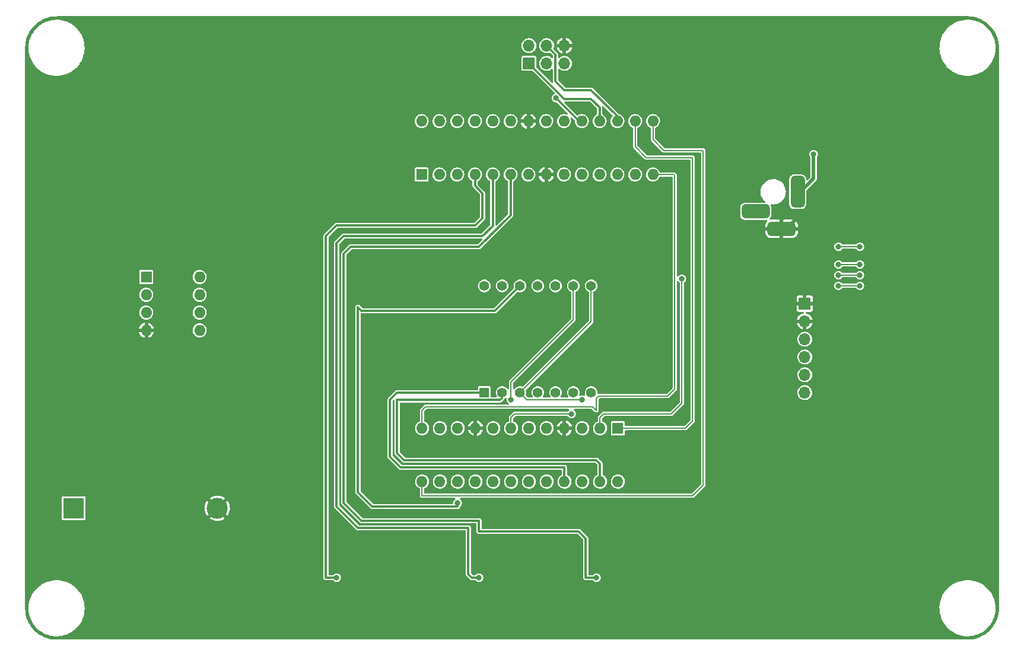
<source format=gbr>
%TF.GenerationSoftware,KiCad,Pcbnew,(6.0.5)*%
%TF.CreationDate,2022-07-26T14:11:09-07:00*%
%TF.ProjectId,Final schematic,46696e61-6c20-4736-9368-656d61746963,rev?*%
%TF.SameCoordinates,PX4b17a20PY8a12ae0*%
%TF.FileFunction,Copper,L2,Bot*%
%TF.FilePolarity,Positive*%
%FSLAX46Y46*%
G04 Gerber Fmt 4.6, Leading zero omitted, Abs format (unit mm)*
G04 Created by KiCad (PCBNEW (6.0.5)) date 2022-07-26 14:11:09*
%MOMM*%
%LPD*%
G01*
G04 APERTURE LIST*
G04 Aperture macros list*
%AMRoundRect*
0 Rectangle with rounded corners*
0 $1 Rounding radius*
0 $2 $3 $4 $5 $6 $7 $8 $9 X,Y pos of 4 corners*
0 Add a 4 corners polygon primitive as box body*
4,1,4,$2,$3,$4,$5,$6,$7,$8,$9,$2,$3,0*
0 Add four circle primitives for the rounded corners*
1,1,$1+$1,$2,$3*
1,1,$1+$1,$4,$5*
1,1,$1+$1,$6,$7*
1,1,$1+$1,$8,$9*
0 Add four rect primitives between the rounded corners*
20,1,$1+$1,$2,$3,$4,$5,0*
20,1,$1+$1,$4,$5,$6,$7,0*
20,1,$1+$1,$6,$7,$8,$9,0*
20,1,$1+$1,$8,$9,$2,$3,0*%
G04 Aperture macros list end*
%TA.AperFunction,ComponentPad*%
%ADD10R,1.700000X1.700000*%
%TD*%
%TA.AperFunction,ComponentPad*%
%ADD11O,1.700000X1.700000*%
%TD*%
%TA.AperFunction,ComponentPad*%
%ADD12R,1.400000X1.400000*%
%TD*%
%TA.AperFunction,ComponentPad*%
%ADD13C,1.400000*%
%TD*%
%TA.AperFunction,ComponentPad*%
%ADD14R,1.600000X1.600000*%
%TD*%
%TA.AperFunction,ComponentPad*%
%ADD15O,1.600000X1.600000*%
%TD*%
%TA.AperFunction,ComponentPad*%
%ADD16R,3.000000X3.000000*%
%TD*%
%TA.AperFunction,ComponentPad*%
%ADD17C,3.000000*%
%TD*%
%TA.AperFunction,ComponentPad*%
%ADD18RoundRect,0.500000X0.500000X-1.750000X0.500000X1.750000X-0.500000X1.750000X-0.500000X-1.750000X0*%
%TD*%
%TA.AperFunction,ComponentPad*%
%ADD19RoundRect,0.500000X1.500000X0.500000X-1.500000X0.500000X-1.500000X-0.500000X1.500000X-0.500000X0*%
%TD*%
%TA.AperFunction,ViaPad*%
%ADD20C,0.812800*%
%TD*%
%TA.AperFunction,Conductor*%
%ADD21C,0.508000*%
%TD*%
%TA.AperFunction,Conductor*%
%ADD22C,0.203200*%
%TD*%
%TA.AperFunction,Conductor*%
%ADD23C,0.304800*%
%TD*%
G04 APERTURE END LIST*
D10*
%TO.P,J3,1,Pin_1*%
%TO.N,MISO*%
X73660000Y82550000D03*
D11*
%TO.P,J3,2,Pin_2*%
%TO.N,VCC*%
X73660000Y85090000D03*
%TO.P,J3,3,Pin_3*%
%TO.N,LED_SCK*%
X76200000Y82550000D03*
%TO.P,J3,4,Pin_4*%
%TO.N,MOSI*%
X76200000Y85090000D03*
%TO.P,J3,5,Pin_5*%
%TO.N,RESET*%
X78740000Y82550000D03*
%TO.P,J3,6,Pin_6*%
%TO.N,GND*%
X78740000Y85090000D03*
%TD*%
D10*
%TO.P,J2,1,Pin_1*%
%TO.N,GND*%
X113030000Y48260000D03*
D11*
%TO.P,J2,2,Pin_2*%
X113030000Y45720000D03*
%TO.P,J2,3,Pin_3*%
%TO.N,unconnected-(J2-Pad3)*%
X113030000Y43180000D03*
%TO.P,J2,4,Pin_4*%
%TO.N,Net-(J2-Pad4)*%
X113030000Y40640000D03*
%TO.P,J2,5,Pin_5*%
%TO.N,Net-(J2-Pad5)*%
X113030000Y38100000D03*
%TO.P,J2,6,Pin_6*%
%TO.N,Net-(C2-Pad2)*%
X113030000Y35560000D03*
%TD*%
D12*
%TO.P,DS1,1,E*%
%TO.N,Net-(DS1-Pad1)*%
X67310000Y35560000D03*
D13*
%TO.P,DS1,2,D*%
%TO.N,Net-(DS1-Pad2)*%
X69850000Y35560000D03*
%TO.P,DS1,3,DP*%
%TO.N,Net-(DS1-Pad3)*%
X72390000Y35560000D03*
%TO.P,DS1,4,C*%
%TO.N,Net-(DS1-Pad4)*%
X74930000Y35560000D03*
%TO.P,DS1,5,G*%
%TO.N,Net-(DS1-Pad5)*%
X77470000Y35560000D03*
%TO.P,DS1,6,COM_DIG.4*%
%TO.N,Net-(DS1-Pad6)*%
X80010000Y35560000D03*
%TO.P,DS1,7,COM_COLON*%
%TO.N,Net-(DS1-Pad7)*%
X82550000Y35560000D03*
%TO.P,DS1,8,COLON*%
%TO.N,Net-(DS1-Pad3)*%
X82550000Y50800000D03*
%TO.P,DS1,9,B*%
%TO.N,Net-(DS1-Pad9)*%
X80010000Y50800000D03*
%TO.P,DS1,10,COM_DIG.3*%
%TO.N,Net-(DS1-Pad10)*%
X77470000Y50800000D03*
%TO.P,DS1,11,COM_DIG.2*%
%TO.N,Net-(DS1-Pad11)*%
X74930000Y50800000D03*
%TO.P,DS1,12,F*%
%TO.N,Net-(DS1-Pad12)*%
X72390000Y50800000D03*
%TO.P,DS1,13,A*%
%TO.N,Net-(DS1-Pad13)*%
X69850000Y50800000D03*
%TO.P,DS1,14,COM_DIG.1*%
%TO.N,Net-(DS1-Pad14)*%
X67310000Y50800000D03*
%TD*%
D14*
%TO.P,U1,1,~{RESET}/PC6*%
%TO.N,RESET*%
X58350000Y66685000D03*
D15*
%TO.P,U1,2,RXD/PD0*%
%TO.N,RXD*%
X60890000Y66685000D03*
%TO.P,U1,3,TXD/PD1*%
%TO.N,TXD*%
X63430000Y66685000D03*
%TO.P,U1,4,INT0/PD2*%
%TO.N,BTN_DWN*%
X65970000Y66685000D03*
%TO.P,U1,5,INT1/PD3*%
%TO.N,BTN_SEL*%
X68510000Y66685000D03*
%TO.P,U1,6,PD4*%
%TO.N,BTN_UP*%
X71050000Y66685000D03*
%TO.P,U1,7,VCC*%
%TO.N,VCC*%
X73590000Y66685000D03*
%TO.P,U1,8,GND*%
%TO.N,GND*%
X76130000Y66685000D03*
%TO.P,U1,9,XTAL1/PB6*%
%TO.N,Net-(C6-Pad1)*%
X78670000Y66685000D03*
%TO.P,U1,10,XTAL2/PB7*%
%TO.N,Net-(C7-Pad1)*%
X81210000Y66685000D03*
%TO.P,U1,11,OC0B/PD5*%
%TO.N,unconnected-(U1-Pad11)*%
X83750000Y66685000D03*
%TO.P,U1,12,OC0A/PD6*%
%TO.N,unconnected-(U1-Pad12)*%
X86290000Y66685000D03*
%TO.P,U1,13,PD7*%
%TO.N,unconnected-(U1-Pad13)*%
X88830000Y66685000D03*
%TO.P,U1,14,PB0*%
%TO.N,DISP_LOAD*%
X91370000Y66685000D03*
%TO.P,U1,15,OC1A/PB1*%
%TO.N,DISP_CLK*%
X91370000Y74305000D03*
%TO.P,U1,16,OC1B/PB2*%
%TO.N,DISP_DATA*%
X88830000Y74305000D03*
%TO.P,U1,17,MOSI/PB3*%
%TO.N,MOSI*%
X86290000Y74305000D03*
%TO.P,U1,18,MISO/PB4*%
%TO.N,MISO*%
X83750000Y74305000D03*
%TO.P,U1,19,SCK/PB5*%
%TO.N,LED_SCK*%
X81210000Y74305000D03*
%TO.P,U1,20,AVCC*%
%TO.N,VCC*%
X78670000Y74305000D03*
%TO.P,U1,21,AREF*%
%TO.N,Net-(C1-Pad1)*%
X76130000Y74305000D03*
%TO.P,U1,22,GND*%
%TO.N,GND*%
X73590000Y74305000D03*
%TO.P,U1,23,ADC0/PC0*%
%TO.N,unconnected-(U1-Pad23)*%
X71050000Y74305000D03*
%TO.P,U1,24,ADC1/PC1*%
%TO.N,unconnected-(U1-Pad24)*%
X68510000Y74305000D03*
%TO.P,U1,25,ADC2/PC2*%
%TO.N,unconnected-(U1-Pad25)*%
X65970000Y74305000D03*
%TO.P,U1,26,ADC3/PC3*%
%TO.N,unconnected-(U1-Pad26)*%
X63430000Y74305000D03*
%TO.P,U1,27,SDA/PC4*%
%TO.N,SDA*%
X60890000Y74305000D03*
%TO.P,U1,28,SCL/PC5*%
%TO.N,SCL*%
X58350000Y74305000D03*
%TD*%
D14*
%TO.P,U4,1,X1*%
%TO.N,Net-(U4-Pad1)*%
X19060000Y52060000D03*
D15*
%TO.P,U4,2,X2*%
%TO.N,Net-(U4-Pad2)*%
X19060000Y49520000D03*
%TO.P,U4,3,VBAT*%
%TO.N,Net-(BT1-Pad1)*%
X19060000Y46980000D03*
%TO.P,U4,4,GND*%
%TO.N,GND*%
X19060000Y44440000D03*
%TO.P,U4,5,SDA*%
%TO.N,SDA*%
X26680000Y44440000D03*
%TO.P,U4,6,SCL*%
%TO.N,SCL*%
X26680000Y46980000D03*
%TO.P,U4,7,SQW/OUT*%
%TO.N,unconnected-(U4-Pad7)*%
X26680000Y49520000D03*
%TO.P,U4,8,VCC*%
%TO.N,VCC*%
X26680000Y52060000D03*
%TD*%
D16*
%TO.P,BT1,1,+*%
%TO.N,Net-(BT1-Pad1)*%
X8706314Y19049983D03*
D17*
%TO.P,BT1,2,-*%
%TO.N,GND*%
X29196314Y19049983D03*
%TD*%
D14*
%TO.P,U3,1,DIN*%
%TO.N,DISP_DATA*%
X86365000Y30480000D03*
D15*
%TO.P,U3,2,DIG_0*%
%TO.N,Net-(DS1-Pad14)*%
X83825000Y30480000D03*
%TO.P,U3,3,DIG_4*%
%TO.N,Net-(DS1-Pad7)*%
X81285000Y30480000D03*
%TO.P,U3,4,GND*%
%TO.N,GND*%
X78745000Y30480000D03*
%TO.P,U3,5,DIG_6*%
%TO.N,unconnected-(U3-Pad5)*%
X76205000Y30480000D03*
%TO.P,U3,6,DIG_2*%
%TO.N,Net-(DS1-Pad10)*%
X73665000Y30480000D03*
%TO.P,U3,7,DIG_3*%
%TO.N,Net-(DS1-Pad6)*%
X71125000Y30480000D03*
%TO.P,U3,8,DIG_7*%
%TO.N,unconnected-(U3-Pad8)*%
X68585000Y30480000D03*
%TO.P,U3,9,GND*%
%TO.N,GND*%
X66045000Y30480000D03*
%TO.P,U3,10,DIG_5*%
%TO.N,unconnected-(U3-Pad10)*%
X63505000Y30480000D03*
%TO.P,U3,11,DIG_1*%
%TO.N,Net-(DS1-Pad11)*%
X60965000Y30480000D03*
%TO.P,U3,12,LOAD*%
%TO.N,DISP_LOAD*%
X58425000Y30480000D03*
%TO.P,U3,13,CLK*%
%TO.N,DISP_CLK*%
X58425000Y22860000D03*
%TO.P,U3,14,SEG_A*%
%TO.N,Net-(DS1-Pad13)*%
X60965000Y22860000D03*
%TO.P,U3,15,SEG_F*%
%TO.N,Net-(DS1-Pad12)*%
X63505000Y22860000D03*
%TO.P,U3,16,SEG_B*%
%TO.N,Net-(DS1-Pad9)*%
X66045000Y22860000D03*
%TO.P,U3,17,SEG_G*%
%TO.N,Net-(DS1-Pad5)*%
X68585000Y22860000D03*
%TO.P,U3,18,ISET*%
%TO.N,Net-(R6-Pad2)*%
X71125000Y22860000D03*
%TO.P,U3,19,V+*%
%TO.N,VCC*%
X73665000Y22860000D03*
%TO.P,U3,20,SEG_C*%
%TO.N,Net-(DS1-Pad4)*%
X76205000Y22860000D03*
%TO.P,U3,21,SEG_E*%
%TO.N,Net-(DS1-Pad1)*%
X78745000Y22860000D03*
%TO.P,U3,22,SEG_DP*%
%TO.N,Net-(DS1-Pad3)*%
X81285000Y22860000D03*
%TO.P,U3,23,SEG_D*%
%TO.N,Net-(DS1-Pad2)*%
X83825000Y22860000D03*
%TO.P,U3,24,DOUT*%
%TO.N,unconnected-(U3-Pad24)*%
X86365000Y22860000D03*
%TD*%
D18*
%TO.P,J1,1,POLE*%
%TO.N,Net-(C3-Pad1)*%
X112028000Y64228000D03*
D19*
%TO.P,J1,2,OUT*%
%TO.N,GND*%
X109728000Y58928000D03*
%TO.P,J1,3,OUT*%
%TO.N,unconnected-(J1-Pad3)*%
X106028000Y61428000D03*
%TD*%
D20*
%TO.N,GND*%
X101600000Y85090000D03*
X135128000Y66548000D03*
X78232000Y13716000D03*
X48260000Y13716000D03*
X61976000Y13716000D03*
X79756000Y18288000D03*
X116332000Y45720000D03*
X86360000Y85090000D03*
X82804000Y13208000D03*
X71120000Y80010000D03*
X95504000Y13208000D03*
X86868000Y18288000D03*
X66040000Y32512000D03*
X81700000Y55900000D03*
X16256000Y44704000D03*
X82550000Y85090000D03*
X116332000Y48260000D03*
X36068000Y18796000D03*
X91860000Y55900000D03*
X66040000Y13716000D03*
X115824000Y69088000D03*
%TO.N,Net-(C3-Pad1)*%
X114300000Y69596000D03*
%TO.N,VCC*%
X120904000Y52324000D03*
X117856000Y52324000D03*
X120904000Y53848000D03*
X117856000Y53848000D03*
X117856000Y56388000D03*
X120904000Y56388000D03*
X120904000Y50800000D03*
X117856000Y50800000D03*
%TO.N,Net-(DS1-Pad3)*%
X81280000Y34544000D03*
%TO.N,Net-(DS1-Pad6)*%
X79756000Y32512000D03*
%TO.N,Net-(DS1-Pad9)*%
X71120000Y34544000D03*
%TO.N,Net-(DS1-Pad12)*%
X63500000Y19812000D03*
%TO.N,Net-(DS1-Pad14)*%
X95504000Y51816000D03*
%TO.N,LED_SCK*%
X77536076Y77597000D03*
%TO.N,BTN_DWN*%
X46228000Y9144000D03*
%TO.N,BTN_SEL*%
X66548000Y9144000D03*
%TO.N,BTN_UP*%
X83312000Y9144000D03*
%TD*%
D21*
%TO.N,GND*%
X115824000Y62484000D02*
X115824000Y69088000D01*
X110331006Y58928000D02*
X113887006Y62484000D01*
X113887006Y62484000D02*
X115824000Y62484000D01*
X109728000Y58928000D02*
X110331006Y58928000D01*
%TO.N,Net-(C3-Pad1)*%
X114300000Y66096000D02*
X114300000Y69596000D01*
X112212000Y64008000D02*
X114300000Y66096000D01*
D22*
%TO.N,VCC*%
X117856000Y53848000D02*
X120904000Y53848000D01*
X117856000Y56388000D02*
X120904000Y56388000D01*
X117856000Y50800000D02*
X120904000Y50800000D01*
X117856000Y52324000D02*
X120904000Y52324000D01*
D23*
%TO.N,Net-(DS1-Pad1)*%
X55372000Y24892000D02*
X78740000Y24892000D01*
X53848000Y26416000D02*
X55372000Y24892000D01*
X78740000Y24892000D02*
X78745000Y24887000D01*
X67310000Y35560000D02*
X54864000Y35560000D01*
X78745000Y24887000D02*
X78745000Y22860000D01*
X54864000Y35560000D02*
X53848000Y34544000D01*
X53848000Y34544000D02*
X53848000Y26416000D01*
%TO.N,Net-(DS1-Pad2)*%
X69850000Y35560000D02*
X69850000Y34798000D01*
X54864000Y34544000D02*
X54864000Y26924000D01*
X69556889Y34504889D02*
X54903111Y34504889D01*
X69850000Y34798000D02*
X69556889Y34504889D01*
X83825004Y25394996D02*
X83825004Y22860000D01*
X83312000Y25908000D02*
X83825000Y25395000D01*
X55880000Y25908000D02*
X83312000Y25908000D01*
X54864000Y26924000D02*
X55880000Y25908000D01*
X54903111Y34504889D02*
X54864000Y34544000D01*
D22*
%TO.N,Net-(DS1-Pad3)*%
X82550000Y45720000D02*
X72390000Y35560000D01*
X73406000Y34544000D02*
X81280000Y34544000D01*
X72390000Y35560000D02*
X73406000Y34544000D01*
X82550000Y50800000D02*
X82550000Y45720000D01*
%TO.N,Net-(DS1-Pad6)*%
X71628000Y32512000D02*
X79756000Y32512000D01*
X71125000Y30480000D02*
X71125000Y32009000D01*
X71125000Y32009000D02*
X71628000Y32512000D01*
%TO.N,Net-(DS1-Pad9)*%
X80010000Y45974000D02*
X71120000Y37084000D01*
X80010000Y50800000D02*
X80010000Y45974000D01*
X71120000Y37084000D02*
X71120000Y34544000D01*
D23*
%TO.N,Net-(DS1-Pad12)*%
X49276000Y47752000D02*
X49276000Y21336000D01*
X63500000Y19304000D02*
X63500000Y19812000D01*
X49784000Y47244000D02*
X49276000Y47752000D01*
X49276000Y21336000D02*
X51308000Y19304000D01*
X72390000Y50800000D02*
X68834000Y47244000D01*
X51308000Y19304000D02*
X63500000Y19304000D01*
X68834000Y47244000D02*
X49784000Y47244000D01*
D22*
%TO.N,Net-(DS1-Pad14)*%
X84328000Y32512000D02*
X83825000Y32009000D01*
X95504000Y51816000D02*
X95504000Y34036000D01*
X93980000Y32512000D02*
X84328000Y32512000D01*
X83825000Y32009000D02*
X83825000Y30480000D01*
X95504000Y34036000D02*
X93980000Y32512000D01*
D23*
%TO.N,MISO*%
X78740000Y77470000D02*
X82550000Y77470000D01*
X82550000Y77470000D02*
X83750000Y76270000D01*
X83750000Y76270000D02*
X83750000Y74305000D01*
X73660000Y82550000D02*
X78740000Y77470000D01*
%TO.N,LED_SCK*%
X77536076Y77597000D02*
X80828076Y74305000D01*
X80828076Y74305000D02*
X81210000Y74305000D01*
%TO.N,MOSI*%
X86290000Y75000000D02*
X86290000Y74305000D01*
X76200000Y85090000D02*
X77470000Y83820000D01*
X77470000Y83820000D02*
X77470000Y80010000D01*
X77470000Y80010000D02*
X78740000Y78740000D01*
X82550000Y78740000D02*
X86290000Y75000000D01*
X78740000Y78740000D02*
X82550000Y78740000D01*
%TO.N,BTN_DWN*%
X66040000Y59436000D02*
X46228000Y59436000D01*
X46228000Y59436000D02*
X44704000Y57912000D01*
X67056000Y60452000D02*
X66040000Y59436000D01*
X65969998Y66685008D02*
X65969998Y65094002D01*
X44704000Y9144000D02*
X46228000Y9144000D01*
X44704000Y57912000D02*
X44704000Y9144000D01*
X65970000Y65094000D02*
X67056000Y64008000D01*
X67056000Y64008000D02*
X67056000Y60452000D01*
%TO.N,BTN_SEL*%
X67056000Y57912000D02*
X47244000Y57912000D01*
X49276000Y16256000D02*
X65024000Y16256000D01*
X65532000Y9144000D02*
X66548000Y9144000D01*
X46228000Y19304000D02*
X49276000Y16256000D01*
X46228000Y56896000D02*
X46228000Y19304000D01*
X47244000Y57912000D02*
X46228000Y56896000D01*
X68510000Y66685000D02*
X68510000Y59366000D01*
X65024000Y9652000D02*
X65532000Y9144000D01*
X68510000Y59366000D02*
X67056000Y57912000D01*
X65024000Y16256000D02*
X65024000Y9652000D01*
%TO.N,BTN_UP*%
X49784000Y17272000D02*
X66548000Y17272000D01*
X81788000Y14732000D02*
X81788000Y9144000D01*
X71050000Y60890000D02*
X66548000Y56388000D01*
X66548000Y17272000D02*
X66548000Y15748000D01*
X71050000Y66685000D02*
X71050000Y60890000D01*
X81788000Y9144000D02*
X83312000Y9144000D01*
X80772000Y15748000D02*
X81788000Y14732000D01*
X66548000Y56388000D02*
X48260000Y56388000D01*
X47244000Y19812000D02*
X49784000Y17272000D01*
X66548000Y15748000D02*
X80772000Y15748000D01*
X47244000Y55372000D02*
X47244000Y19812000D01*
X48260000Y56388000D02*
X47244000Y55372000D01*
D22*
%TO.N,DISP_LOAD*%
X91370000Y66685000D02*
X94351000Y66685000D01*
X83646311Y35052000D02*
X83312000Y34717689D01*
X94488000Y66548000D02*
X94488000Y36068000D01*
X83312000Y34717689D02*
X83312000Y33020000D01*
X94488000Y36068000D02*
X93472000Y35052000D01*
X58425000Y33025000D02*
X58425000Y30480000D01*
X82804000Y33528000D02*
X58928000Y33528000D01*
X94351000Y66685000D02*
X94488000Y66548000D01*
X58928000Y33528000D02*
X58425000Y33025000D01*
X83312000Y33020000D02*
X82804000Y33528000D01*
X93472000Y35052000D02*
X83646311Y35052000D01*
%TO.N,DISP_CLK*%
X58420000Y20828000D02*
X58425000Y20833000D01*
X98552000Y70104000D02*
X98552000Y22352000D01*
X91370000Y71698000D02*
X92964000Y70104000D01*
X98552000Y22352000D02*
X97028000Y20828000D01*
X58425000Y20833000D02*
X58425000Y22860000D01*
X97028000Y20828000D02*
X58420000Y20828000D01*
X91370000Y74305000D02*
X91370000Y71698000D01*
X92964000Y70104000D02*
X98552000Y70104000D01*
%TO.N,DISP_DATA*%
X97028000Y31496000D02*
X96012000Y30480000D01*
X88830000Y74305000D02*
X88830000Y70682000D01*
X96012000Y30480000D02*
X86365000Y30480000D01*
X90424000Y69088000D02*
X97028000Y69088000D01*
X97028000Y69088000D02*
X97028000Y31496000D01*
X88830000Y70682000D02*
X90424000Y69088000D01*
%TD*%
%TA.AperFunction,Conductor*%
%TO.N,GND*%
G36*
X136230018Y89270000D02*
G01*
X136244851Y89267690D01*
X136244855Y89267690D01*
X136253724Y89266309D01*
X136274183Y89268984D01*
X136296007Y89269928D01*
X136645965Y89254648D01*
X136656913Y89253690D01*
X137034498Y89203981D01*
X137045307Y89202074D01*
X137417114Y89119647D01*
X137427731Y89116802D01*
X137790939Y89002282D01*
X137801254Y88998529D01*
X138153123Y88852780D01*
X138163067Y88848142D01*
X138371825Y88739470D01*
X138500867Y88672295D01*
X138510387Y88666799D01*
X138831574Y88462180D01*
X138840578Y88455876D01*
X139142716Y88224038D01*
X139151137Y88216972D01*
X139431914Y87959686D01*
X139439686Y87951914D01*
X139696972Y87671137D01*
X139704038Y87662716D01*
X139935876Y87360578D01*
X139942180Y87351574D01*
X140146799Y87030387D01*
X140152294Y87020868D01*
X140309515Y86718851D01*
X140328138Y86683076D01*
X140332780Y86673123D01*
X140462203Y86360668D01*
X140478526Y86321261D01*
X140482282Y86310939D01*
X140589556Y85970714D01*
X140596802Y85947732D01*
X140599647Y85937115D01*
X140676948Y85588434D01*
X140682073Y85565315D01*
X140683981Y85554498D01*
X140718058Y85295655D01*
X140733690Y85176914D01*
X140734648Y85165965D01*
X140749181Y84833124D01*
X140749603Y84823448D01*
X140748223Y84798571D01*
X140746309Y84786276D01*
X140747473Y84777374D01*
X140747473Y84777372D01*
X140750436Y84754717D01*
X140751500Y84738379D01*
X140751500Y4829367D01*
X140750000Y4809982D01*
X140747690Y4795149D01*
X140747690Y4795145D01*
X140746309Y4786276D01*
X140748984Y4765817D01*
X140749928Y4743989D01*
X140734648Y4394036D01*
X140733690Y4383087D01*
X140729418Y4350633D01*
X140683982Y4005510D01*
X140682074Y3994693D01*
X140654997Y3872555D01*
X140599647Y3622886D01*
X140596802Y3612269D01*
X140579920Y3558724D01*
X140482285Y3249068D01*
X140478529Y3238746D01*
X140375439Y2989864D01*
X140332784Y2886886D01*
X140328142Y2876933D01*
X140295309Y2813861D01*
X140152295Y2539133D01*
X140146800Y2529615D01*
X140129958Y2503178D01*
X139942180Y2208426D01*
X139935876Y2199422D01*
X139704038Y1897284D01*
X139696972Y1888863D01*
X139439686Y1608086D01*
X139431914Y1600314D01*
X139151137Y1343028D01*
X139142716Y1335962D01*
X138840578Y1104124D01*
X138831574Y1097820D01*
X138726609Y1030950D01*
X138534727Y908707D01*
X138510387Y893201D01*
X138500868Y887706D01*
X138163067Y711858D01*
X138153123Y707220D01*
X137801254Y561471D01*
X137790939Y557718D01*
X137427732Y443198D01*
X137417115Y440353D01*
X137045307Y357926D01*
X137034498Y356019D01*
X136656914Y306310D01*
X136645965Y305352D01*
X136303446Y290397D01*
X136278571Y291777D01*
X136266276Y293691D01*
X136257374Y292527D01*
X136257372Y292527D01*
X136242323Y290559D01*
X136234714Y289564D01*
X136218379Y288500D01*
X6309367Y288500D01*
X6289982Y290000D01*
X6275149Y292310D01*
X6275145Y292310D01*
X6266276Y293691D01*
X6245817Y291016D01*
X6223993Y290072D01*
X5874035Y305352D01*
X5863086Y306310D01*
X5485502Y356019D01*
X5474693Y357926D01*
X5102885Y440353D01*
X5092268Y443198D01*
X4729061Y557718D01*
X4718746Y561471D01*
X4366877Y707220D01*
X4356933Y711858D01*
X4019132Y887706D01*
X4009613Y893201D01*
X3985274Y908707D01*
X3793391Y1030950D01*
X3688426Y1097820D01*
X3679422Y1104124D01*
X3377284Y1335962D01*
X3368863Y1343028D01*
X3088086Y1600314D01*
X3080314Y1608086D01*
X2823028Y1888863D01*
X2815962Y1897284D01*
X2584124Y2199422D01*
X2577820Y2208426D01*
X2390042Y2503178D01*
X2373200Y2529615D01*
X2367705Y2539133D01*
X2224691Y2813861D01*
X2191858Y2876933D01*
X2187216Y2886886D01*
X2144562Y2989864D01*
X2041471Y3238746D01*
X2037715Y3249068D01*
X1940081Y3558724D01*
X1923198Y3612269D01*
X1920353Y3622886D01*
X1865003Y3872555D01*
X1837926Y3994693D01*
X1836018Y4005510D01*
X1790583Y4350633D01*
X1786310Y4383087D01*
X1785352Y4394036D01*
X1770561Y4732792D01*
X1772188Y4759195D01*
X1772769Y4762648D01*
X1772770Y4762655D01*
X1773576Y4767448D01*
X1773729Y4780000D01*
X1771727Y4793981D01*
X2254883Y4793981D01*
X2255033Y4790800D01*
X2256524Y4759195D01*
X2273974Y4389167D01*
X2274445Y4386014D01*
X2274446Y4386006D01*
X2279733Y4350633D01*
X2333876Y3988354D01*
X2334662Y3985272D01*
X2334662Y3985270D01*
X2344345Y3947284D01*
X2433975Y3595648D01*
X2573248Y3215067D01*
X2574640Y3212201D01*
X2737442Y2876924D01*
X2750268Y2850509D01*
X2751940Y2847802D01*
X2751941Y2847800D01*
X2948458Y2529613D01*
X2963223Y2505706D01*
X2965155Y2503188D01*
X2965162Y2503178D01*
X3207991Y2186717D01*
X3209932Y2184188D01*
X3212114Y2181872D01*
X3212123Y2181862D01*
X3368597Y2015817D01*
X3487869Y1889249D01*
X3794189Y1623906D01*
X3796799Y1622071D01*
X3796805Y1622067D01*
X3996373Y1481808D01*
X4125755Y1390877D01*
X4479173Y1192548D01*
X4482087Y1191281D01*
X4482091Y1191279D01*
X4635386Y1124625D01*
X4850825Y1030950D01*
X5034813Y972232D01*
X5233860Y908707D01*
X5233869Y908705D01*
X5236904Y907736D01*
X5452469Y862309D01*
X5630339Y824826D01*
X5630344Y824825D01*
X5633458Y824169D01*
X6036427Y781104D01*
X6039614Y781087D01*
X6039620Y781087D01*
X6223626Y780124D01*
X6441685Y778982D01*
X6594498Y793696D01*
X6841918Y817520D01*
X6841923Y817521D01*
X6845083Y817825D01*
X6848202Y818448D01*
X6848207Y818449D01*
X7044157Y857604D01*
X7242491Y897235D01*
X7511745Y980068D01*
X7626794Y1015462D01*
X7626798Y1015464D01*
X7629839Y1016399D01*
X7632775Y1017639D01*
X7632780Y1017641D01*
X7837514Y1104124D01*
X8003162Y1174096D01*
X8358637Y1368714D01*
X8692626Y1598257D01*
X8722870Y1623906D01*
X8999278Y1858317D01*
X8999280Y1858319D01*
X9001708Y1860378D01*
X9282718Y2152391D01*
X9532781Y2471307D01*
X9569641Y2529613D01*
X9747625Y2811158D01*
X9749334Y2813861D01*
X9750754Y2816710D01*
X9750759Y2816718D01*
X9928742Y3173698D01*
X9930162Y3176546D01*
X10073412Y3555647D01*
X10084056Y3595648D01*
X10176798Y3944199D01*
X10177619Y3947284D01*
X10183704Y3985270D01*
X10241210Y4344296D01*
X10241715Y4347447D01*
X10244085Y4388540D01*
X10264945Y4750344D01*
X10265043Y4752039D01*
X10265141Y4780000D01*
X10264433Y4793981D01*
X132254883Y4793981D01*
X132255033Y4790800D01*
X132256524Y4759195D01*
X132273974Y4389167D01*
X132274445Y4386014D01*
X132274446Y4386006D01*
X132279733Y4350633D01*
X132333876Y3988354D01*
X132334662Y3985272D01*
X132334662Y3985270D01*
X132344345Y3947284D01*
X132433975Y3595648D01*
X132573248Y3215067D01*
X132574640Y3212201D01*
X132737442Y2876924D01*
X132750268Y2850509D01*
X132751940Y2847802D01*
X132751941Y2847800D01*
X132948458Y2529613D01*
X132963223Y2505706D01*
X132965155Y2503188D01*
X132965162Y2503178D01*
X133207991Y2186717D01*
X133209932Y2184188D01*
X133212114Y2181872D01*
X133212123Y2181862D01*
X133368597Y2015817D01*
X133487869Y1889249D01*
X133794189Y1623906D01*
X133796799Y1622071D01*
X133796805Y1622067D01*
X133996373Y1481808D01*
X134125755Y1390877D01*
X134479173Y1192548D01*
X134482087Y1191281D01*
X134482091Y1191279D01*
X134635386Y1124625D01*
X134850825Y1030950D01*
X135034813Y972232D01*
X135233860Y908707D01*
X135233869Y908705D01*
X135236904Y907736D01*
X135452469Y862309D01*
X135630339Y824826D01*
X135630344Y824825D01*
X135633458Y824169D01*
X136036427Y781104D01*
X136039614Y781087D01*
X136039620Y781087D01*
X136223626Y780124D01*
X136441685Y778982D01*
X136594498Y793696D01*
X136841918Y817520D01*
X136841923Y817521D01*
X136845083Y817825D01*
X136848202Y818448D01*
X136848207Y818449D01*
X137044157Y857604D01*
X137242491Y897235D01*
X137511745Y980068D01*
X137626794Y1015462D01*
X137626798Y1015464D01*
X137629839Y1016399D01*
X137632775Y1017639D01*
X137632780Y1017641D01*
X137837514Y1104124D01*
X138003162Y1174096D01*
X138358637Y1368714D01*
X138692626Y1598257D01*
X138722870Y1623906D01*
X138999278Y1858317D01*
X138999280Y1858319D01*
X139001708Y1860378D01*
X139282718Y2152391D01*
X139532781Y2471307D01*
X139569641Y2529613D01*
X139747625Y2811158D01*
X139749334Y2813861D01*
X139750754Y2816710D01*
X139750759Y2816718D01*
X139928742Y3173698D01*
X139930162Y3176546D01*
X140073412Y3555647D01*
X140084056Y3595648D01*
X140176798Y3944199D01*
X140177619Y3947284D01*
X140183704Y3985270D01*
X140241210Y4344296D01*
X140241715Y4347447D01*
X140244085Y4388540D01*
X140264945Y4750344D01*
X140265043Y4752039D01*
X140265141Y4780000D01*
X140263622Y4809982D01*
X140244799Y5181572D01*
X140244798Y5181577D01*
X140244638Y5184745D01*
X140183337Y5585345D01*
X140081867Y5977701D01*
X140076935Y5991034D01*
X139942376Y6354796D01*
X139942373Y6354802D01*
X139941267Y6357793D01*
X139762975Y6721731D01*
X139548818Y7065788D01*
X139300989Y7386442D01*
X139022024Y7680410D01*
X138714779Y7944682D01*
X138382401Y8176552D01*
X138028293Y8373646D01*
X138025373Y8374904D01*
X138025368Y8374906D01*
X137659014Y8532684D01*
X137659004Y8532688D01*
X137656080Y8533947D01*
X137269573Y8655812D01*
X136981707Y8715426D01*
X136875855Y8737347D01*
X136875852Y8737347D01*
X136872730Y8737994D01*
X136561937Y8770111D01*
X136472769Y8779326D01*
X136472766Y8779326D01*
X136469613Y8779652D01*
X136466447Y8779658D01*
X136466438Y8779658D01*
X136266225Y8780007D01*
X136064350Y8780359D01*
X135939505Y8767898D01*
X135664274Y8740427D01*
X135664270Y8740426D01*
X135661090Y8740109D01*
X135657950Y8739470D01*
X135657949Y8739470D01*
X135267096Y8659950D01*
X135267089Y8659948D01*
X135263962Y8659312D01*
X134877032Y8538797D01*
X134874092Y8537543D01*
X134507199Y8381050D01*
X134507195Y8381048D01*
X134504262Y8379797D01*
X134149468Y8183940D01*
X134146847Y8182125D01*
X134146842Y8182122D01*
X133837119Y7967659D01*
X133816283Y7953232D01*
X133813855Y7951158D01*
X133813852Y7951156D01*
X133806272Y7944682D01*
X133508118Y7690034D01*
X133505918Y7687732D01*
X133505915Y7687729D01*
X133498921Y7680410D01*
X133228128Y7397042D01*
X132979181Y7077255D01*
X132977485Y7074551D01*
X132977482Y7074547D01*
X132970288Y7063079D01*
X132763824Y6733947D01*
X132584263Y6370633D01*
X132442337Y5991034D01*
X132339498Y5599036D01*
X132276800Y5198651D01*
X132254883Y4793981D01*
X10264433Y4793981D01*
X10263622Y4809982D01*
X10244799Y5181572D01*
X10244798Y5181577D01*
X10244638Y5184745D01*
X10183337Y5585345D01*
X10081867Y5977701D01*
X10076935Y5991034D01*
X9942376Y6354796D01*
X9942373Y6354802D01*
X9941267Y6357793D01*
X9762975Y6721731D01*
X9548818Y7065788D01*
X9300989Y7386442D01*
X9022024Y7680410D01*
X8714779Y7944682D01*
X8382401Y8176552D01*
X8028293Y8373646D01*
X8025373Y8374904D01*
X8025368Y8374906D01*
X7659014Y8532684D01*
X7659004Y8532688D01*
X7656080Y8533947D01*
X7269573Y8655812D01*
X6981707Y8715426D01*
X6875855Y8737347D01*
X6875852Y8737347D01*
X6872730Y8737994D01*
X6561937Y8770111D01*
X6472769Y8779326D01*
X6472766Y8779326D01*
X6469613Y8779652D01*
X6466447Y8779658D01*
X6466438Y8779658D01*
X6266225Y8780007D01*
X6064350Y8780359D01*
X5939505Y8767898D01*
X5664274Y8740427D01*
X5664270Y8740426D01*
X5661090Y8740109D01*
X5657950Y8739470D01*
X5657949Y8739470D01*
X5267096Y8659950D01*
X5267089Y8659948D01*
X5263962Y8659312D01*
X4877032Y8538797D01*
X4874092Y8537543D01*
X4507199Y8381050D01*
X4507195Y8381048D01*
X4504262Y8379797D01*
X4149468Y8183940D01*
X4146847Y8182125D01*
X4146842Y8182122D01*
X3837119Y7967659D01*
X3816283Y7953232D01*
X3813855Y7951158D01*
X3813852Y7951156D01*
X3806272Y7944682D01*
X3508118Y7690034D01*
X3505918Y7687732D01*
X3505915Y7687729D01*
X3498921Y7680410D01*
X3228128Y7397042D01*
X2979181Y7077255D01*
X2977485Y7074551D01*
X2977482Y7074547D01*
X2970288Y7063079D01*
X2763824Y6733947D01*
X2584263Y6370633D01*
X2442337Y5991034D01*
X2339498Y5599036D01*
X2276800Y5198651D01*
X2254883Y4793981D01*
X1771727Y4793981D01*
X1769773Y4807624D01*
X1768500Y4825486D01*
X1768500Y9115674D01*
X44344089Y9115674D01*
X44346600Y9105565D01*
X44353811Y9076535D01*
X44355817Y9066849D01*
X44362440Y9027058D01*
X44367386Y9017891D01*
X44368630Y9014259D01*
X44370159Y9010726D01*
X44372669Y9000620D01*
X44378319Y8991870D01*
X44394544Y8966741D01*
X44399580Y8958226D01*
X44418735Y8922726D01*
X44426387Y8915653D01*
X44428743Y8912616D01*
X44431323Y8909780D01*
X44436975Y8901026D01*
X44445157Y8894576D01*
X44468652Y8876053D01*
X44476173Y8869630D01*
X44489513Y8857299D01*
X44505790Y8842253D01*
X44515316Y8838041D01*
X44518534Y8835928D01*
X44521896Y8834080D01*
X44530075Y8827632D01*
X44539902Y8824181D01*
X44568134Y8814267D01*
X44577316Y8810632D01*
X44614217Y8794318D01*
X44624593Y8793419D01*
X44630135Y8791996D01*
X44631148Y8791689D01*
X44634451Y8790978D01*
X44641929Y8788352D01*
X44647148Y8787900D01*
X44682877Y8787900D01*
X44693749Y8787430D01*
X44732326Y8784089D01*
X44742435Y8786600D01*
X44752817Y8787417D01*
X44752877Y8786650D01*
X44763084Y8787900D01*
X45670093Y8787900D01*
X45738214Y8767898D01*
X45770055Y8738604D01*
X45787840Y8715426D01*
X45787844Y8715422D01*
X45792871Y8708871D01*
X45920317Y8611078D01*
X45994524Y8580341D01*
X46061102Y8552763D01*
X46061105Y8552762D01*
X46068732Y8549603D01*
X46228000Y8528635D01*
X46236188Y8529713D01*
X46379080Y8548525D01*
X46387268Y8549603D01*
X46394895Y8552762D01*
X46394898Y8552763D01*
X46461476Y8580341D01*
X46535683Y8611078D01*
X46663129Y8708871D01*
X46760922Y8836318D01*
X46811418Y8958226D01*
X46819237Y8977102D01*
X46819238Y8977105D01*
X46822397Y8984732D01*
X46843365Y9144000D01*
X46822397Y9303268D01*
X46760922Y9451682D01*
X46692544Y9540795D01*
X46668156Y9572578D01*
X46668155Y9572579D01*
X46663129Y9579129D01*
X46535683Y9676922D01*
X46461476Y9707659D01*
X46394898Y9735237D01*
X46394895Y9735238D01*
X46387268Y9738397D01*
X46228000Y9759365D01*
X46068732Y9738397D01*
X46061105Y9735238D01*
X46061102Y9735237D01*
X45994525Y9707659D01*
X45920318Y9676922D01*
X45792871Y9579129D01*
X45787848Y9572583D01*
X45787844Y9572579D01*
X45770055Y9549396D01*
X45712717Y9507529D01*
X45670093Y9500100D01*
X45186100Y9500100D01*
X45117979Y9520102D01*
X45071486Y9573758D01*
X45060100Y9626100D01*
X45060100Y19321007D01*
X45867376Y19321007D01*
X45868600Y19310666D01*
X45871027Y19290160D01*
X45871344Y19284785D01*
X45871472Y19284796D01*
X45871900Y19279618D01*
X45871900Y19274416D01*
X45872754Y19269286D01*
X45874839Y19256757D01*
X45875674Y19250885D01*
X45880084Y19213626D01*
X45880086Y19213619D01*
X45881310Y19203278D01*
X45885030Y19195532D01*
X45886440Y19187058D01*
X45894133Y19172801D01*
X45909192Y19144891D01*
X45911885Y19139604D01*
X45929195Y19103558D01*
X45929197Y19103555D01*
X45932628Y19096410D01*
X45935999Y19092400D01*
X45937937Y19090462D01*
X45939452Y19088811D01*
X45939673Y19088401D01*
X45939631Y19088363D01*
X45939792Y19088180D01*
X45942735Y19082726D01*
X45950382Y19075658D01*
X45950382Y19075657D01*
X45979794Y19048469D01*
X45983360Y19045039D01*
X48987833Y16040565D01*
X49000505Y16024875D01*
X49003327Y16021774D01*
X49008975Y16013026D01*
X49017153Y16006579D01*
X49033367Y15993797D01*
X49037397Y15990216D01*
X49037480Y15990314D01*
X49041437Y15986961D01*
X49045118Y15983280D01*
X49049350Y15980256D01*
X49049352Y15980254D01*
X49059711Y15972851D01*
X49064456Y15969288D01*
X49093895Y15946080D01*
X49093897Y15946079D01*
X49102075Y15939632D01*
X49110180Y15936786D01*
X49117171Y15931790D01*
X49162776Y15918151D01*
X49163062Y15918066D01*
X49168707Y15916232D01*
X49206447Y15902979D01*
X49206450Y15902978D01*
X49213929Y15900352D01*
X49219148Y15899900D01*
X49221859Y15899900D01*
X49224136Y15899802D01*
X49224585Y15899667D01*
X49224583Y15899613D01*
X49224816Y15899598D01*
X49230752Y15897823D01*
X49281150Y15899803D01*
X49286096Y15899900D01*
X64541900Y15899900D01*
X64610021Y15879898D01*
X64656514Y15826242D01*
X64667900Y15773900D01*
X64667900Y9703428D01*
X64665766Y9683379D01*
X64665568Y9679189D01*
X64663376Y9669007D01*
X64664600Y9658666D01*
X64667027Y9638160D01*
X64667344Y9632785D01*
X64667472Y9632796D01*
X64667900Y9627618D01*
X64667900Y9622416D01*
X64668754Y9617286D01*
X64670839Y9604757D01*
X64671674Y9598885D01*
X64676084Y9561626D01*
X64676086Y9561619D01*
X64677310Y9551278D01*
X64681030Y9543532D01*
X64682440Y9535058D01*
X64690510Y9520102D01*
X64705192Y9492891D01*
X64707885Y9487604D01*
X64725195Y9451558D01*
X64725197Y9451555D01*
X64728628Y9444410D01*
X64731999Y9440400D01*
X64733937Y9438462D01*
X64735452Y9436811D01*
X64735673Y9436401D01*
X64735631Y9436363D01*
X64735792Y9436180D01*
X64738735Y9430726D01*
X64746382Y9423658D01*
X64746382Y9423657D01*
X64775795Y9396468D01*
X64779361Y9393038D01*
X65243832Y8928567D01*
X65256509Y8912871D01*
X65259326Y8909775D01*
X65264975Y8901026D01*
X65273153Y8894579D01*
X65289372Y8881793D01*
X65293396Y8878217D01*
X65293479Y8878315D01*
X65297443Y8874956D01*
X65301118Y8871281D01*
X65315737Y8860833D01*
X65320408Y8857326D01*
X65358075Y8827632D01*
X65366181Y8824786D01*
X65373171Y8819790D01*
X65403821Y8810624D01*
X65419071Y8806063D01*
X65424715Y8804229D01*
X65462447Y8790979D01*
X65462450Y8790978D01*
X65469929Y8788352D01*
X65475148Y8787900D01*
X65477859Y8787900D01*
X65480135Y8787802D01*
X65480585Y8787667D01*
X65480583Y8787613D01*
X65480814Y8787598D01*
X65486751Y8785823D01*
X65537149Y8787803D01*
X65542095Y8787900D01*
X65990093Y8787900D01*
X66058214Y8767898D01*
X66090055Y8738604D01*
X66107840Y8715426D01*
X66107844Y8715422D01*
X66112871Y8708871D01*
X66240317Y8611078D01*
X66314524Y8580341D01*
X66381102Y8552763D01*
X66381105Y8552762D01*
X66388732Y8549603D01*
X66548000Y8528635D01*
X66556188Y8529713D01*
X66699080Y8548525D01*
X66707268Y8549603D01*
X66714895Y8552762D01*
X66714898Y8552763D01*
X66781476Y8580341D01*
X66855683Y8611078D01*
X66983129Y8708871D01*
X67080922Y8836318D01*
X67131418Y8958226D01*
X67139237Y8977102D01*
X67139238Y8977105D01*
X67142397Y8984732D01*
X67163365Y9144000D01*
X67142397Y9303268D01*
X67080922Y9451682D01*
X67012544Y9540795D01*
X66988156Y9572578D01*
X66988155Y9572579D01*
X66983129Y9579129D01*
X66855683Y9676922D01*
X66781476Y9707659D01*
X66714898Y9735237D01*
X66714895Y9735238D01*
X66707268Y9738397D01*
X66548000Y9759365D01*
X66388732Y9738397D01*
X66381105Y9735238D01*
X66381102Y9735237D01*
X66314525Y9707659D01*
X66240318Y9676922D01*
X66112871Y9579129D01*
X66107848Y9572583D01*
X66107844Y9572579D01*
X66090055Y9549396D01*
X66032717Y9507529D01*
X65990093Y9500100D01*
X65731692Y9500100D01*
X65663571Y9520102D01*
X65642597Y9537005D01*
X65417005Y9762597D01*
X65382979Y9824909D01*
X65380100Y9851692D01*
X65380100Y16234877D01*
X65380570Y16245749D01*
X65383012Y16273948D01*
X65383911Y16284326D01*
X65374189Y16323466D01*
X65372183Y16333152D01*
X65367270Y16362667D01*
X65365560Y16372942D01*
X65360614Y16382109D01*
X65359370Y16385741D01*
X65357841Y16389274D01*
X65355331Y16399380D01*
X65333456Y16433259D01*
X65328420Y16441774D01*
X65314212Y16468105D01*
X65309265Y16477274D01*
X65301613Y16484347D01*
X65299257Y16487384D01*
X65296677Y16490220D01*
X65291025Y16498974D01*
X65278810Y16508604D01*
X65259348Y16523947D01*
X65251827Y16530370D01*
X65229855Y16550680D01*
X65222210Y16557747D01*
X65212684Y16561959D01*
X65209466Y16564072D01*
X65206104Y16565920D01*
X65197925Y16572368D01*
X65159864Y16585734D01*
X65150684Y16589368D01*
X65113783Y16605682D01*
X65103407Y16606581D01*
X65097865Y16608004D01*
X65096852Y16608311D01*
X65093549Y16609022D01*
X65086071Y16611648D01*
X65080852Y16612100D01*
X65045123Y16612100D01*
X65034251Y16612570D01*
X65034101Y16612583D01*
X64995674Y16615911D01*
X64985565Y16613400D01*
X64975183Y16612583D01*
X64975123Y16613350D01*
X64964916Y16612100D01*
X49475691Y16612100D01*
X49407570Y16632102D01*
X49386596Y16649005D01*
X46621005Y19414597D01*
X46586979Y19476909D01*
X46584100Y19503692D01*
X46584100Y56696308D01*
X46604102Y56764429D01*
X46621005Y56785404D01*
X47354598Y57518996D01*
X47416910Y57553021D01*
X47443693Y57555900D01*
X66908108Y57555900D01*
X66976229Y57535898D01*
X67022722Y57482242D01*
X67032826Y57411968D01*
X67003332Y57347388D01*
X66997203Y57340805D01*
X66437403Y56781005D01*
X66375091Y56746979D01*
X66348308Y56744100D01*
X48311428Y56744100D01*
X48291379Y56746234D01*
X48287189Y56746432D01*
X48277007Y56748624D01*
X48256814Y56746234D01*
X48246160Y56744973D01*
X48240785Y56744656D01*
X48240796Y56744528D01*
X48235618Y56744100D01*
X48230416Y56744100D01*
X48221380Y56742596D01*
X48212757Y56741161D01*
X48206885Y56740326D01*
X48169626Y56735916D01*
X48169619Y56735914D01*
X48159278Y56734690D01*
X48151532Y56730970D01*
X48143058Y56729560D01*
X48112927Y56713302D01*
X48100891Y56706808D01*
X48095604Y56704115D01*
X48059558Y56686805D01*
X48059555Y56686803D01*
X48052410Y56683372D01*
X48048400Y56680001D01*
X48046462Y56678063D01*
X48044811Y56676548D01*
X48044401Y56676327D01*
X48044363Y56676369D01*
X48044180Y56676208D01*
X48038726Y56673265D01*
X48031658Y56665618D01*
X48031657Y56665618D01*
X48004469Y56636206D01*
X48001039Y56632640D01*
X47028567Y55660168D01*
X47012878Y55647496D01*
X47009778Y55644676D01*
X47001026Y55639025D01*
X46994579Y55630847D01*
X46994578Y55630846D01*
X46981797Y55614633D01*
X46978216Y55610603D01*
X46978314Y55610520D01*
X46974961Y55606563D01*
X46971280Y55602882D01*
X46968256Y55598650D01*
X46968254Y55598648D01*
X46960851Y55588289D01*
X46957288Y55583544D01*
X46934080Y55554105D01*
X46934079Y55554103D01*
X46927632Y55545925D01*
X46924786Y55537820D01*
X46919790Y55530829D01*
X46916806Y55520850D01*
X46906066Y55484938D01*
X46904232Y55479293D01*
X46890979Y55441553D01*
X46888352Y55434071D01*
X46887900Y55428852D01*
X46887900Y55426141D01*
X46887802Y55423864D01*
X46887667Y55423415D01*
X46887613Y55423417D01*
X46887598Y55423184D01*
X46885823Y55417248D01*
X46886232Y55406844D01*
X46887803Y55366850D01*
X46887900Y55361904D01*
X46887900Y19863428D01*
X46885766Y19843379D01*
X46885568Y19839189D01*
X46883376Y19829007D01*
X46884600Y19818666D01*
X46887027Y19798160D01*
X46887344Y19792785D01*
X46887472Y19792796D01*
X46887900Y19787618D01*
X46887900Y19782416D01*
X46888754Y19777286D01*
X46890839Y19764757D01*
X46891674Y19758885D01*
X46896084Y19721626D01*
X46896086Y19721619D01*
X46897310Y19711278D01*
X46901030Y19703532D01*
X46902440Y19695058D01*
X46920860Y19660920D01*
X46925192Y19652891D01*
X46927885Y19647604D01*
X46945195Y19611558D01*
X46945197Y19611555D01*
X46948628Y19604410D01*
X46951999Y19600400D01*
X46953937Y19598462D01*
X46955452Y19596811D01*
X46955673Y19596401D01*
X46955631Y19596363D01*
X46955792Y19596180D01*
X46958735Y19590726D01*
X46966382Y19583658D01*
X46966382Y19583657D01*
X46995795Y19556468D01*
X46999361Y19553038D01*
X49495832Y17056567D01*
X49508509Y17040871D01*
X49511326Y17037775D01*
X49516975Y17029026D01*
X49525153Y17022579D01*
X49541372Y17009793D01*
X49545396Y17006217D01*
X49545479Y17006315D01*
X49549443Y17002956D01*
X49553118Y16999281D01*
X49567737Y16988833D01*
X49572408Y16985326D01*
X49610075Y16955632D01*
X49618181Y16952786D01*
X49625171Y16947790D01*
X49658709Y16937760D01*
X49671071Y16934063D01*
X49676715Y16932229D01*
X49714447Y16918979D01*
X49714450Y16918978D01*
X49721929Y16916352D01*
X49727148Y16915900D01*
X49729859Y16915900D01*
X49732135Y16915802D01*
X49732585Y16915667D01*
X49732583Y16915613D01*
X49732814Y16915598D01*
X49738751Y16913823D01*
X49789149Y16915803D01*
X49794095Y16915900D01*
X66065900Y16915900D01*
X66134021Y16895898D01*
X66180514Y16842242D01*
X66191900Y16789900D01*
X66191900Y15769123D01*
X66191430Y15758251D01*
X66188089Y15719674D01*
X66190600Y15709565D01*
X66197811Y15680535D01*
X66199817Y15670849D01*
X66206440Y15631058D01*
X66211386Y15621891D01*
X66212630Y15618259D01*
X66214159Y15614726D01*
X66216669Y15604620D01*
X66222319Y15595870D01*
X66238544Y15570741D01*
X66243580Y15562226D01*
X66262735Y15526726D01*
X66270387Y15519653D01*
X66272743Y15516616D01*
X66275323Y15513780D01*
X66280975Y15505026D01*
X66289157Y15498576D01*
X66312652Y15480053D01*
X66320173Y15473630D01*
X66340556Y15454789D01*
X66349790Y15446253D01*
X66359316Y15442041D01*
X66362534Y15439928D01*
X66365896Y15438080D01*
X66374075Y15431632D01*
X66383902Y15428181D01*
X66412134Y15418267D01*
X66421316Y15414632D01*
X66458217Y15398318D01*
X66468593Y15397419D01*
X66474135Y15395996D01*
X66475148Y15395689D01*
X66478451Y15394978D01*
X66485929Y15392352D01*
X66491148Y15391900D01*
X66526877Y15391900D01*
X66537749Y15391430D01*
X66576326Y15388089D01*
X66586435Y15390600D01*
X66596817Y15391417D01*
X66596877Y15390650D01*
X66607084Y15391900D01*
X80572308Y15391900D01*
X80640429Y15371898D01*
X80661404Y15354995D01*
X81394996Y14621402D01*
X81429021Y14559090D01*
X81431900Y14532307D01*
X81431900Y9165123D01*
X81431430Y9154251D01*
X81428089Y9115674D01*
X81430600Y9105565D01*
X81437811Y9076535D01*
X81439817Y9066849D01*
X81446440Y9027058D01*
X81451386Y9017891D01*
X81452630Y9014259D01*
X81454159Y9010726D01*
X81456669Y9000620D01*
X81462319Y8991870D01*
X81478544Y8966741D01*
X81483580Y8958226D01*
X81502735Y8922726D01*
X81510387Y8915653D01*
X81512743Y8912616D01*
X81515323Y8909780D01*
X81520975Y8901026D01*
X81529157Y8894576D01*
X81552652Y8876053D01*
X81560173Y8869630D01*
X81573513Y8857299D01*
X81589790Y8842253D01*
X81599316Y8838041D01*
X81602534Y8835928D01*
X81605896Y8834080D01*
X81614075Y8827632D01*
X81623902Y8824181D01*
X81652134Y8814267D01*
X81661316Y8810632D01*
X81698217Y8794318D01*
X81708593Y8793419D01*
X81714135Y8791996D01*
X81715148Y8791689D01*
X81718451Y8790978D01*
X81725929Y8788352D01*
X81731148Y8787900D01*
X81766877Y8787900D01*
X81777749Y8787430D01*
X81816326Y8784089D01*
X81826435Y8786600D01*
X81836817Y8787417D01*
X81836877Y8786650D01*
X81847084Y8787900D01*
X82754093Y8787900D01*
X82822214Y8767898D01*
X82854055Y8738604D01*
X82871840Y8715426D01*
X82871844Y8715422D01*
X82876871Y8708871D01*
X83004317Y8611078D01*
X83078524Y8580341D01*
X83145102Y8552763D01*
X83145105Y8552762D01*
X83152732Y8549603D01*
X83312000Y8528635D01*
X83320188Y8529713D01*
X83463080Y8548525D01*
X83471268Y8549603D01*
X83478895Y8552762D01*
X83478898Y8552763D01*
X83545476Y8580341D01*
X83619683Y8611078D01*
X83747129Y8708871D01*
X83844922Y8836318D01*
X83895418Y8958226D01*
X83903237Y8977102D01*
X83903238Y8977105D01*
X83906397Y8984732D01*
X83927365Y9144000D01*
X83906397Y9303268D01*
X83844922Y9451682D01*
X83776544Y9540795D01*
X83752156Y9572578D01*
X83752155Y9572579D01*
X83747129Y9579129D01*
X83619683Y9676922D01*
X83545476Y9707659D01*
X83478898Y9735237D01*
X83478895Y9735238D01*
X83471268Y9738397D01*
X83312000Y9759365D01*
X83152732Y9738397D01*
X83145105Y9735238D01*
X83145102Y9735237D01*
X83078525Y9707659D01*
X83004318Y9676922D01*
X82876871Y9579129D01*
X82871848Y9572583D01*
X82871844Y9572579D01*
X82854055Y9549396D01*
X82796717Y9507529D01*
X82754093Y9500100D01*
X82270100Y9500100D01*
X82201979Y9520102D01*
X82155486Y9573758D01*
X82144100Y9626100D01*
X82144100Y14680572D01*
X82146234Y14700621D01*
X82146432Y14704811D01*
X82148624Y14714993D01*
X82144973Y14745840D01*
X82144656Y14751215D01*
X82144528Y14751204D01*
X82144100Y14756382D01*
X82144100Y14761584D01*
X82141161Y14779243D01*
X82140326Y14785115D01*
X82135916Y14822374D01*
X82135914Y14822381D01*
X82134690Y14832722D01*
X82130970Y14840468D01*
X82129560Y14848942D01*
X82106808Y14891109D01*
X82104115Y14896396D01*
X82086805Y14932442D01*
X82086803Y14932445D01*
X82083372Y14939590D01*
X82080001Y14943600D01*
X82078063Y14945538D01*
X82076548Y14947189D01*
X82076327Y14947599D01*
X82076369Y14947637D01*
X82076208Y14947820D01*
X82073265Y14953274D01*
X82036205Y14987532D01*
X82032640Y14990961D01*
X81060168Y15963433D01*
X81047496Y15979122D01*
X81044676Y15982222D01*
X81039025Y15990974D01*
X81014633Y16010203D01*
X81010603Y16013784D01*
X81010520Y16013686D01*
X81006563Y16017039D01*
X81002882Y16020720D01*
X80997068Y16024875D01*
X80988289Y16031149D01*
X80983544Y16034712D01*
X80954105Y16057920D01*
X80954103Y16057921D01*
X80945925Y16064368D01*
X80937820Y16067214D01*
X80930829Y16072210D01*
X80884938Y16085934D01*
X80879293Y16087768D01*
X80841553Y16101021D01*
X80841550Y16101022D01*
X80834071Y16103648D01*
X80828852Y16104100D01*
X80826141Y16104100D01*
X80823864Y16104198D01*
X80823415Y16104333D01*
X80823417Y16104387D01*
X80823184Y16104402D01*
X80817248Y16106177D01*
X80767385Y16104218D01*
X80766850Y16104197D01*
X80761904Y16104100D01*
X67030100Y16104100D01*
X66961979Y16124102D01*
X66915486Y16177758D01*
X66904100Y16230100D01*
X66904100Y17250877D01*
X66904570Y17261749D01*
X66907012Y17289948D01*
X66907911Y17300326D01*
X66898189Y17339466D01*
X66896183Y17349152D01*
X66891270Y17378667D01*
X66889560Y17388942D01*
X66884614Y17398109D01*
X66883370Y17401741D01*
X66881841Y17405274D01*
X66879331Y17415380D01*
X66861644Y17442772D01*
X66857456Y17449259D01*
X66852420Y17457774D01*
X66838212Y17484105D01*
X66833265Y17493274D01*
X66825613Y17500347D01*
X66823257Y17503384D01*
X66820677Y17506220D01*
X66815025Y17514974D01*
X66802810Y17524604D01*
X66783348Y17539947D01*
X66775827Y17546370D01*
X66753855Y17566680D01*
X66746210Y17573747D01*
X66736684Y17577959D01*
X66733466Y17580072D01*
X66730104Y17581920D01*
X66721925Y17588368D01*
X66708872Y17592952D01*
X66683866Y17601733D01*
X66674684Y17605368D01*
X66637783Y17621682D01*
X66627407Y17622581D01*
X66621865Y17624004D01*
X66620852Y17624311D01*
X66617549Y17625022D01*
X66610071Y17627648D01*
X66604852Y17628100D01*
X66569123Y17628100D01*
X66558251Y17628570D01*
X66558101Y17628583D01*
X66519674Y17631911D01*
X66509565Y17629400D01*
X66499183Y17628583D01*
X66499123Y17629350D01*
X66488916Y17628100D01*
X49983692Y17628100D01*
X49915571Y17648102D01*
X49894597Y17665005D01*
X47637005Y19922597D01*
X47602979Y19984909D01*
X47600100Y20011692D01*
X47600100Y21353007D01*
X48915376Y21353007D01*
X48916600Y21342666D01*
X48919027Y21322160D01*
X48919344Y21316785D01*
X48919472Y21316796D01*
X48919900Y21311618D01*
X48919900Y21306416D01*
X48920754Y21301286D01*
X48922839Y21288757D01*
X48923674Y21282885D01*
X48928084Y21245626D01*
X48928086Y21245619D01*
X48929310Y21235278D01*
X48933030Y21227532D01*
X48934440Y21219058D01*
X48955270Y21180452D01*
X48957192Y21176891D01*
X48959885Y21171604D01*
X48977195Y21135558D01*
X48977197Y21135555D01*
X48980628Y21128410D01*
X48983999Y21124400D01*
X48985937Y21122462D01*
X48987452Y21120811D01*
X48987673Y21120401D01*
X48987631Y21120363D01*
X48987792Y21120180D01*
X48990735Y21114726D01*
X48998382Y21107658D01*
X48998382Y21107657D01*
X49027794Y21080469D01*
X49031360Y21077039D01*
X51019833Y19088565D01*
X51032505Y19072875D01*
X51035327Y19069774D01*
X51040975Y19061026D01*
X51058992Y19046823D01*
X51065367Y19041797D01*
X51069397Y19038216D01*
X51069480Y19038314D01*
X51073437Y19034961D01*
X51077118Y19031280D01*
X51081350Y19028256D01*
X51081352Y19028254D01*
X51091711Y19020851D01*
X51096456Y19017288D01*
X51125895Y18994080D01*
X51125897Y18994079D01*
X51134075Y18987632D01*
X51142180Y18984786D01*
X51149171Y18979790D01*
X51194776Y18966151D01*
X51195062Y18966066D01*
X51200707Y18964232D01*
X51238447Y18950979D01*
X51238450Y18950978D01*
X51245929Y18948352D01*
X51251148Y18947900D01*
X51253859Y18947900D01*
X51256136Y18947802D01*
X51256585Y18947667D01*
X51256583Y18947613D01*
X51256816Y18947598D01*
X51262752Y18945823D01*
X51313150Y18947803D01*
X51318096Y18947900D01*
X63478877Y18947900D01*
X63489749Y18947430D01*
X63528326Y18944089D01*
X63543669Y18947900D01*
X63567465Y18953811D01*
X63577152Y18955817D01*
X63616942Y18962440D01*
X63626109Y18967386D01*
X63629741Y18968630D01*
X63633274Y18970159D01*
X63643380Y18972669D01*
X63677259Y18994544D01*
X63685774Y18999580D01*
X63698349Y19006365D01*
X63721274Y19018735D01*
X63728347Y19026387D01*
X63731384Y19028743D01*
X63734220Y19031323D01*
X63742974Y19036975D01*
X63760781Y19059563D01*
X63767947Y19068652D01*
X63774370Y19076173D01*
X63794680Y19098145D01*
X63801747Y19105790D01*
X63805959Y19115316D01*
X63808072Y19118534D01*
X63809920Y19121896D01*
X63816368Y19130075D01*
X63829734Y19168136D01*
X63833368Y19177316D01*
X63849682Y19214217D01*
X63850581Y19224593D01*
X63852004Y19230135D01*
X63852312Y19231151D01*
X63853023Y19234453D01*
X63855648Y19241929D01*
X63856100Y19247148D01*
X63856100Y19254094D01*
X63876102Y19322215D01*
X63905396Y19354056D01*
X63928576Y19371843D01*
X63935129Y19376871D01*
X63964020Y19414522D01*
X64027895Y19497767D01*
X64032922Y19504318D01*
X64071096Y19596478D01*
X64091237Y19645102D01*
X64091238Y19645105D01*
X64094397Y19652732D01*
X64115365Y19812000D01*
X64094397Y19971268D01*
X64032922Y20119682D01*
X63935129Y20247129D01*
X63870475Y20296740D01*
X63828610Y20354075D01*
X63824388Y20424946D01*
X63859152Y20486849D01*
X63921864Y20520130D01*
X63947181Y20522700D01*
X96974710Y20522700D01*
X96977535Y20522493D01*
X96982628Y20520744D01*
X97032357Y20522611D01*
X97037083Y20522700D01*
X97056393Y20522700D01*
X97061180Y20523592D01*
X97064898Y20523833D01*
X97096282Y20525011D01*
X97106974Y20529605D01*
X97111059Y20530525D01*
X97124475Y20534601D01*
X97128374Y20536106D01*
X97139811Y20538236D01*
X97161253Y20551453D01*
X97177632Y20559961D01*
X97192604Y20566393D01*
X97192608Y20566396D01*
X97200779Y20569906D01*
X97205744Y20573985D01*
X97208070Y20576311D01*
X97208185Y20576402D01*
X97210193Y20578223D01*
X97210316Y20578087D01*
X97220250Y20585940D01*
X97226723Y20591810D01*
X97236628Y20597915D01*
X97253542Y20620158D01*
X97264736Y20632977D01*
X98730196Y22098437D01*
X98732343Y22100291D01*
X98737180Y22102655D01*
X98771035Y22139151D01*
X98774315Y22142556D01*
X98787956Y22156197D01*
X98790711Y22160213D01*
X98793166Y22163009D01*
X98806615Y22177507D01*
X98814528Y22186037D01*
X98818839Y22196843D01*
X98821074Y22200378D01*
X98827681Y22212751D01*
X98829376Y22216576D01*
X98835956Y22226168D01*
X98841772Y22250675D01*
X98847337Y22268271D01*
X98853378Y22283413D01*
X98853379Y22283416D01*
X98856673Y22291673D01*
X98857300Y22298068D01*
X98857300Y22301362D01*
X98857318Y22301513D01*
X98857450Y22304220D01*
X98857633Y22304211D01*
X98859103Y22316766D01*
X98859530Y22325507D01*
X98862217Y22336827D01*
X98858451Y22364497D01*
X98857300Y22381489D01*
X98857300Y35574783D01*
X111971305Y35574783D01*
X111971821Y35568639D01*
X111988080Y35375006D01*
X111988081Y35375001D01*
X111988596Y35368867D01*
X111992205Y35356281D01*
X112043783Y35176410D01*
X112045555Y35170230D01*
X112140010Y34986440D01*
X112143835Y34981614D01*
X112143837Y34981611D01*
X112247406Y34850940D01*
X112268364Y34824497D01*
X112273057Y34820503D01*
X112273058Y34820502D01*
X112410809Y34703268D01*
X112425730Y34690569D01*
X112606111Y34589757D01*
X112802639Y34525901D01*
X113007826Y34501434D01*
X113013961Y34501906D01*
X113013963Y34501906D01*
X113207715Y34516815D01*
X113207718Y34516816D01*
X113213858Y34517288D01*
X113412887Y34572857D01*
X113597332Y34666027D01*
X113604124Y34671333D01*
X113755307Y34789450D01*
X113755308Y34789451D01*
X113760168Y34793248D01*
X113895191Y34949675D01*
X113906343Y34969305D01*
X113933303Y35016763D01*
X113997260Y35129348D01*
X114062486Y35325425D01*
X114088385Y35530437D01*
X114088798Y35560000D01*
X114068633Y35765655D01*
X114052632Y35818655D01*
X114010688Y35957578D01*
X114008907Y35963477D01*
X113938107Y36096633D01*
X113914789Y36140488D01*
X113914787Y36140491D01*
X113911895Y36145930D01*
X113908005Y36150700D01*
X113908002Y36150704D01*
X113785187Y36301290D01*
X113785184Y36301293D01*
X113781292Y36306065D01*
X113776543Y36309994D01*
X113626822Y36433854D01*
X113626819Y36433856D01*
X113622072Y36437783D01*
X113440301Y36536067D01*
X113341601Y36566620D01*
X113248788Y36595350D01*
X113248785Y36595351D01*
X113242901Y36597172D01*
X113236776Y36597816D01*
X113236775Y36597816D01*
X113043520Y36618128D01*
X113043519Y36618128D01*
X113037392Y36618772D01*
X112910582Y36607232D01*
X112837742Y36600603D01*
X112837741Y36600603D01*
X112831601Y36600044D01*
X112633367Y36541700D01*
X112450241Y36445964D01*
X112289198Y36316482D01*
X112285239Y36311764D01*
X112285238Y36311763D01*
X112224315Y36239158D01*
X112156371Y36158186D01*
X112153408Y36152797D01*
X112153405Y36152792D01*
X112073626Y36007673D01*
X112056821Y35977105D01*
X111994339Y35780136D01*
X111993653Y35774019D01*
X111993652Y35774015D01*
X111991542Y35755204D01*
X111971305Y35574783D01*
X98857300Y35574783D01*
X98857300Y38114783D01*
X111971305Y38114783D01*
X111971821Y38108639D01*
X111988080Y37915006D01*
X111988081Y37915001D01*
X111988596Y37908867D01*
X112045555Y37710230D01*
X112140010Y37526440D01*
X112143835Y37521614D01*
X112143837Y37521611D01*
X112264535Y37369328D01*
X112268364Y37364497D01*
X112273057Y37360503D01*
X112273058Y37360502D01*
X112314991Y37324815D01*
X112425730Y37230569D01*
X112606111Y37129757D01*
X112802639Y37065901D01*
X113007826Y37041434D01*
X113013961Y37041906D01*
X113013963Y37041906D01*
X113207715Y37056815D01*
X113207718Y37056816D01*
X113213858Y37057288D01*
X113412887Y37112857D01*
X113597332Y37206027D01*
X113602203Y37209832D01*
X113755307Y37329450D01*
X113755308Y37329451D01*
X113760168Y37333248D01*
X113895191Y37489675D01*
X113997260Y37669348D01*
X114062486Y37865425D01*
X114088385Y38070437D01*
X114088798Y38100000D01*
X114068633Y38305655D01*
X114008907Y38503477D01*
X113911895Y38685930D01*
X113908005Y38690700D01*
X113908002Y38690704D01*
X113785187Y38841290D01*
X113785184Y38841293D01*
X113781292Y38846065D01*
X113776543Y38849994D01*
X113626822Y38973854D01*
X113626819Y38973856D01*
X113622072Y38977783D01*
X113440301Y39076067D01*
X113341601Y39106620D01*
X113248788Y39135350D01*
X113248785Y39135351D01*
X113242901Y39137172D01*
X113236776Y39137816D01*
X113236775Y39137816D01*
X113043520Y39158128D01*
X113043519Y39158128D01*
X113037392Y39158772D01*
X112910582Y39147232D01*
X112837742Y39140603D01*
X112837741Y39140603D01*
X112831601Y39140044D01*
X112633367Y39081700D01*
X112450241Y38985964D01*
X112289198Y38856482D01*
X112156371Y38698186D01*
X112153408Y38692797D01*
X112153405Y38692792D01*
X112149633Y38685930D01*
X112056821Y38517105D01*
X111994339Y38320136D01*
X111993653Y38314019D01*
X111993652Y38314015D01*
X111971992Y38120908D01*
X111971305Y38114783D01*
X98857300Y38114783D01*
X98857300Y40654783D01*
X111971305Y40654783D01*
X111971821Y40648639D01*
X111988080Y40455006D01*
X111988081Y40455001D01*
X111988596Y40448867D01*
X112045555Y40250230D01*
X112140010Y40066440D01*
X112143835Y40061614D01*
X112143837Y40061611D01*
X112264535Y39909328D01*
X112268364Y39904497D01*
X112425730Y39770569D01*
X112606111Y39669757D01*
X112802639Y39605901D01*
X113007826Y39581434D01*
X113013961Y39581906D01*
X113013963Y39581906D01*
X113207715Y39596815D01*
X113207718Y39596816D01*
X113213858Y39597288D01*
X113412887Y39652857D01*
X113597332Y39746027D01*
X113624899Y39767564D01*
X113755307Y39869450D01*
X113755308Y39869451D01*
X113760168Y39873248D01*
X113895191Y40029675D01*
X113997260Y40209348D01*
X114062486Y40405425D01*
X114088385Y40610437D01*
X114088798Y40640000D01*
X114068633Y40845655D01*
X114008907Y41043477D01*
X113911895Y41225930D01*
X113908005Y41230700D01*
X113908002Y41230704D01*
X113785187Y41381290D01*
X113785184Y41381293D01*
X113781292Y41386065D01*
X113776543Y41389994D01*
X113626822Y41513854D01*
X113626819Y41513856D01*
X113622072Y41517783D01*
X113440301Y41616067D01*
X113341601Y41646620D01*
X113248788Y41675350D01*
X113248785Y41675351D01*
X113242901Y41677172D01*
X113236776Y41677816D01*
X113236775Y41677816D01*
X113043520Y41698128D01*
X113043519Y41698128D01*
X113037392Y41698772D01*
X112910582Y41687232D01*
X112837742Y41680603D01*
X112837741Y41680603D01*
X112831601Y41680044D01*
X112633367Y41621700D01*
X112450241Y41525964D01*
X112289198Y41396482D01*
X112156371Y41238186D01*
X112153408Y41232797D01*
X112153405Y41232792D01*
X112149633Y41225930D01*
X112056821Y41057105D01*
X111994339Y40860136D01*
X111993653Y40854019D01*
X111993652Y40854015D01*
X111971992Y40660908D01*
X111971305Y40654783D01*
X98857300Y40654783D01*
X98857300Y43194783D01*
X111971305Y43194783D01*
X111971821Y43188639D01*
X111988080Y42995006D01*
X111988081Y42995001D01*
X111988596Y42988867D01*
X112045555Y42790230D01*
X112140010Y42606440D01*
X112143835Y42601614D01*
X112143837Y42601611D01*
X112264535Y42449328D01*
X112268364Y42444497D01*
X112425730Y42310569D01*
X112606111Y42209757D01*
X112802639Y42145901D01*
X113007826Y42121434D01*
X113013961Y42121906D01*
X113013963Y42121906D01*
X113207715Y42136815D01*
X113207718Y42136816D01*
X113213858Y42137288D01*
X113412887Y42192857D01*
X113597332Y42286027D01*
X113624899Y42307564D01*
X113755307Y42409450D01*
X113755308Y42409451D01*
X113760168Y42413248D01*
X113895191Y42569675D01*
X113997260Y42749348D01*
X114062486Y42945425D01*
X114088385Y43150437D01*
X114088798Y43180000D01*
X114068633Y43385655D01*
X114050183Y43446766D01*
X114010688Y43577578D01*
X114008907Y43583477D01*
X113934120Y43724131D01*
X113914789Y43760488D01*
X113914787Y43760491D01*
X113911895Y43765930D01*
X113908005Y43770700D01*
X113908002Y43770704D01*
X113785187Y43921290D01*
X113785184Y43921293D01*
X113781292Y43926065D01*
X113776543Y43929994D01*
X113626822Y44053854D01*
X113626819Y44053856D01*
X113622072Y44057783D01*
X113440301Y44156067D01*
X113341601Y44186620D01*
X113248788Y44215350D01*
X113248785Y44215351D01*
X113242901Y44217172D01*
X113236776Y44217816D01*
X113236775Y44217816D01*
X113043520Y44238128D01*
X113043519Y44238128D01*
X113037392Y44238772D01*
X112910582Y44227232D01*
X112837742Y44220603D01*
X112837741Y44220603D01*
X112831601Y44220044D01*
X112633367Y44161700D01*
X112450241Y44065964D01*
X112289198Y43936482D01*
X112285239Y43931764D01*
X112285238Y43931763D01*
X112242238Y43880518D01*
X112156371Y43778186D01*
X112153408Y43772797D01*
X112153405Y43772792D01*
X112064913Y43611825D01*
X112056821Y43597105D01*
X111994339Y43400136D01*
X111993653Y43394019D01*
X111993652Y43394015D01*
X111990398Y43365005D01*
X111971305Y43194783D01*
X98857300Y43194783D01*
X98857300Y45453038D01*
X111906255Y45453038D01*
X111935351Y45338470D01*
X111939193Y45327621D01*
X112023213Y45145370D01*
X112028963Y45135411D01*
X112144789Y44971519D01*
X112152255Y44962778D01*
X112296014Y44822734D01*
X112304947Y44815500D01*
X112471813Y44704004D01*
X112481923Y44698514D01*
X112666311Y44619295D01*
X112677254Y44615740D01*
X112758331Y44597394D01*
X112772405Y44598283D01*
X112776000Y44607682D01*
X112776000Y44607985D01*
X113284000Y44607985D01*
X113287966Y44594479D01*
X113300243Y44592722D01*
X113306208Y44594154D01*
X113496240Y44658660D01*
X113506755Y44663342D01*
X113681841Y44761395D01*
X113691334Y44767920D01*
X113845627Y44896244D01*
X113853756Y44904373D01*
X113982080Y45058666D01*
X113988605Y45068159D01*
X114086658Y45243245D01*
X114091340Y45253760D01*
X114155846Y45443792D01*
X114157286Y45449787D01*
X114155543Y45462007D01*
X114141974Y45466000D01*
X113302115Y45466000D01*
X113286876Y45461525D01*
X113285671Y45460135D01*
X113284000Y45452452D01*
X113284000Y44607985D01*
X112776000Y44607985D01*
X112776000Y45447885D01*
X112771525Y45463124D01*
X112770135Y45464329D01*
X112762452Y45466000D01*
X111921078Y45466000D01*
X111907547Y45462027D01*
X111906255Y45453038D01*
X98857300Y45453038D01*
X98857300Y47368448D01*
X111875200Y47368448D01*
X111875642Y47361003D01*
X111877245Y47347525D01*
X111882198Y47329505D01*
X111919733Y47244999D01*
X111932687Y47226151D01*
X111996583Y47162367D01*
X112015453Y47149446D01*
X112100001Y47112068D01*
X112118078Y47107140D01*
X112131075Y47105624D01*
X112138376Y47105200D01*
X112794571Y47105200D01*
X112862692Y47085198D01*
X112909185Y47031542D01*
X112919289Y46961268D01*
X112889795Y46896688D01*
X112830069Y46858304D01*
X112815909Y46855020D01*
X112735532Y46841209D01*
X112724412Y46838229D01*
X112536132Y46768769D01*
X112525754Y46763819D01*
X112353283Y46661209D01*
X112343974Y46654445D01*
X112193088Y46522122D01*
X112185178Y46513787D01*
X112060931Y46356180D01*
X112054663Y46346529D01*
X111961225Y46168932D01*
X111956820Y46158298D01*
X111904966Y45991300D01*
X111904748Y45977201D01*
X111911479Y45974000D01*
X114140183Y45974000D01*
X114153714Y45977973D01*
X114154883Y45986107D01*
X114114285Y46130057D01*
X114110163Y46140796D01*
X114021402Y46320785D01*
X114015392Y46330593D01*
X113895313Y46491398D01*
X113887623Y46499938D01*
X113740249Y46636170D01*
X113731124Y46643171D01*
X113561397Y46750261D01*
X113551150Y46755482D01*
X113364755Y46829846D01*
X113353718Y46833115D01*
X113240577Y46855621D01*
X113177668Y46888529D01*
X113142536Y46950224D01*
X113146336Y47021119D01*
X113187862Y47078705D01*
X113253929Y47104699D01*
X113265159Y47105200D01*
X113921552Y47105200D01*
X113928997Y47105642D01*
X113942475Y47107245D01*
X113960495Y47112198D01*
X114045001Y47149733D01*
X114063849Y47162687D01*
X114127633Y47226583D01*
X114140554Y47245453D01*
X114177932Y47330001D01*
X114182860Y47348078D01*
X114184376Y47361075D01*
X114184800Y47368376D01*
X114184800Y47987885D01*
X114180325Y48003124D01*
X114178935Y48004329D01*
X114171252Y48006000D01*
X111893315Y48006000D01*
X111878076Y48001525D01*
X111876871Y48000135D01*
X111875200Y47992452D01*
X111875200Y47368448D01*
X98857300Y47368448D01*
X98857300Y48532115D01*
X111875200Y48532115D01*
X111879675Y48516876D01*
X111881065Y48515671D01*
X111888748Y48514000D01*
X112757885Y48514000D01*
X112773124Y48518475D01*
X112774329Y48519865D01*
X112776000Y48527548D01*
X112776000Y48532115D01*
X113284000Y48532115D01*
X113288475Y48516876D01*
X113289865Y48515671D01*
X113297548Y48514000D01*
X114166685Y48514000D01*
X114181924Y48518475D01*
X114183129Y48519865D01*
X114184800Y48527548D01*
X114184800Y49151552D01*
X114184358Y49158997D01*
X114182755Y49172475D01*
X114177802Y49190495D01*
X114140267Y49275001D01*
X114127313Y49293849D01*
X114063417Y49357633D01*
X114044547Y49370554D01*
X113959999Y49407932D01*
X113941922Y49412860D01*
X113928925Y49414376D01*
X113921624Y49414800D01*
X113302115Y49414800D01*
X113286876Y49410325D01*
X113285671Y49408935D01*
X113284000Y49401252D01*
X113284000Y48532115D01*
X112776000Y48532115D01*
X112776000Y49396685D01*
X112771525Y49411924D01*
X112770135Y49413129D01*
X112762452Y49414800D01*
X112138448Y49414800D01*
X112131003Y49414358D01*
X112117525Y49412755D01*
X112099505Y49407802D01*
X112014999Y49370267D01*
X111996151Y49357313D01*
X111932367Y49293417D01*
X111919446Y49274547D01*
X111882068Y49189999D01*
X111877140Y49171922D01*
X111875624Y49158925D01*
X111875200Y49151624D01*
X111875200Y48532115D01*
X98857300Y48532115D01*
X98857300Y50800000D01*
X117240635Y50800000D01*
X117261603Y50640732D01*
X117323078Y50492318D01*
X117420871Y50364871D01*
X117548317Y50267078D01*
X117612275Y50240586D01*
X117689102Y50208763D01*
X117689105Y50208762D01*
X117696732Y50205603D01*
X117856000Y50184635D01*
X117864188Y50185713D01*
X118007080Y50204525D01*
X118015268Y50205603D01*
X118022895Y50208762D01*
X118022898Y50208763D01*
X118099725Y50240586D01*
X118163683Y50267078D01*
X118291129Y50364871D01*
X118352924Y50445404D01*
X118410262Y50487271D01*
X118452887Y50494700D01*
X120307113Y50494700D01*
X120375234Y50474698D01*
X120407076Y50445404D01*
X120468871Y50364871D01*
X120596317Y50267078D01*
X120660275Y50240586D01*
X120737102Y50208763D01*
X120737105Y50208762D01*
X120744732Y50205603D01*
X120904000Y50184635D01*
X120912188Y50185713D01*
X121055080Y50204525D01*
X121063268Y50205603D01*
X121070895Y50208762D01*
X121070898Y50208763D01*
X121147725Y50240586D01*
X121211683Y50267078D01*
X121339129Y50364871D01*
X121436922Y50492318D01*
X121498397Y50640732D01*
X121519365Y50800000D01*
X121498397Y50959268D01*
X121436922Y51107682D01*
X121339129Y51235129D01*
X121211683Y51332922D01*
X121108052Y51375847D01*
X121070898Y51391237D01*
X121070895Y51391238D01*
X121063268Y51394397D01*
X120904000Y51415365D01*
X120744732Y51394397D01*
X120737105Y51391238D01*
X120737102Y51391237D01*
X120712077Y51380871D01*
X120596318Y51332922D01*
X120468871Y51235129D01*
X120463848Y51228583D01*
X120407076Y51154596D01*
X120349738Y51112729D01*
X120307113Y51105300D01*
X118452887Y51105300D01*
X118384766Y51125302D01*
X118352924Y51154596D01*
X118296156Y51228578D01*
X118296155Y51228579D01*
X118291129Y51235129D01*
X118163683Y51332922D01*
X118060052Y51375847D01*
X118022898Y51391237D01*
X118022895Y51391238D01*
X118015268Y51394397D01*
X117856000Y51415365D01*
X117696732Y51394397D01*
X117689105Y51391238D01*
X117689102Y51391237D01*
X117664077Y51380871D01*
X117548318Y51332922D01*
X117420871Y51235129D01*
X117323078Y51107682D01*
X117261603Y50959268D01*
X117240635Y50800000D01*
X98857300Y50800000D01*
X98857300Y52324000D01*
X117240635Y52324000D01*
X117261603Y52164732D01*
X117323078Y52016318D01*
X117420871Y51888871D01*
X117548317Y51791078D01*
X117622525Y51760340D01*
X117689102Y51732763D01*
X117689105Y51732762D01*
X117696732Y51729603D01*
X117856000Y51708635D01*
X117864188Y51709713D01*
X118007080Y51728525D01*
X118015268Y51729603D01*
X118022895Y51732762D01*
X118022898Y51732763D01*
X118089476Y51760341D01*
X118163683Y51791078D01*
X118291129Y51888871D01*
X118352924Y51969404D01*
X118410262Y52011271D01*
X118452887Y52018700D01*
X120307113Y52018700D01*
X120375234Y51998698D01*
X120407076Y51969404D01*
X120468871Y51888871D01*
X120596317Y51791078D01*
X120670525Y51760340D01*
X120737102Y51732763D01*
X120737105Y51732762D01*
X120744732Y51729603D01*
X120904000Y51708635D01*
X120912188Y51709713D01*
X121055080Y51728525D01*
X121063268Y51729603D01*
X121070895Y51732762D01*
X121070898Y51732763D01*
X121137476Y51760341D01*
X121211683Y51791078D01*
X121339129Y51888871D01*
X121436922Y52016318D01*
X121498397Y52164732D01*
X121519365Y52324000D01*
X121498397Y52483268D01*
X121436922Y52631682D01*
X121339129Y52759129D01*
X121211683Y52856922D01*
X121126509Y52892202D01*
X121070898Y52915237D01*
X121070895Y52915238D01*
X121063268Y52918397D01*
X120904000Y52939365D01*
X120744732Y52918397D01*
X120737105Y52915238D01*
X120737102Y52915237D01*
X120670525Y52887660D01*
X120596318Y52856922D01*
X120589767Y52851895D01*
X120477680Y52765888D01*
X120468871Y52759129D01*
X120463848Y52752583D01*
X120407076Y52678596D01*
X120349738Y52636729D01*
X120307113Y52629300D01*
X118452887Y52629300D01*
X118384766Y52649302D01*
X118352924Y52678596D01*
X118296156Y52752578D01*
X118296155Y52752579D01*
X118291129Y52759129D01*
X118163683Y52856922D01*
X118078509Y52892202D01*
X118022898Y52915237D01*
X118022895Y52915238D01*
X118015268Y52918397D01*
X117856000Y52939365D01*
X117696732Y52918397D01*
X117689105Y52915238D01*
X117689102Y52915237D01*
X117622525Y52887660D01*
X117548318Y52856922D01*
X117541767Y52851895D01*
X117429680Y52765888D01*
X117420871Y52759129D01*
X117323078Y52631682D01*
X117261603Y52483268D01*
X117240635Y52324000D01*
X98857300Y52324000D01*
X98857300Y53848000D01*
X117240635Y53848000D01*
X117261603Y53688732D01*
X117323078Y53540318D01*
X117420871Y53412871D01*
X117548317Y53315078D01*
X117622524Y53284341D01*
X117689102Y53256763D01*
X117689105Y53256762D01*
X117696732Y53253603D01*
X117856000Y53232635D01*
X117864188Y53233713D01*
X118007080Y53252525D01*
X118015268Y53253603D01*
X118022895Y53256762D01*
X118022898Y53256763D01*
X118089476Y53284341D01*
X118163683Y53315078D01*
X118291129Y53412871D01*
X118352924Y53493404D01*
X118410262Y53535271D01*
X118452887Y53542700D01*
X120307113Y53542700D01*
X120375234Y53522698D01*
X120407076Y53493404D01*
X120468871Y53412871D01*
X120596317Y53315078D01*
X120670524Y53284341D01*
X120737102Y53256763D01*
X120737105Y53256762D01*
X120744732Y53253603D01*
X120904000Y53232635D01*
X120912188Y53233713D01*
X121055080Y53252525D01*
X121063268Y53253603D01*
X121070895Y53256762D01*
X121070898Y53256763D01*
X121137476Y53284341D01*
X121211683Y53315078D01*
X121339129Y53412871D01*
X121436922Y53540318D01*
X121498397Y53688732D01*
X121519365Y53848000D01*
X121498397Y54007268D01*
X121436922Y54155682D01*
X121339129Y54283129D01*
X121211683Y54380922D01*
X121137476Y54411659D01*
X121070898Y54439237D01*
X121070895Y54439238D01*
X121063268Y54442397D01*
X120904000Y54463365D01*
X120744732Y54442397D01*
X120737105Y54439238D01*
X120737102Y54439237D01*
X120670525Y54411660D01*
X120596318Y54380922D01*
X120468871Y54283129D01*
X120463848Y54276583D01*
X120407076Y54202596D01*
X120349738Y54160729D01*
X120307113Y54153300D01*
X118452887Y54153300D01*
X118384766Y54173302D01*
X118352924Y54202596D01*
X118296156Y54276578D01*
X118296155Y54276579D01*
X118291129Y54283129D01*
X118163683Y54380922D01*
X118089476Y54411659D01*
X118022898Y54439237D01*
X118022895Y54439238D01*
X118015268Y54442397D01*
X117856000Y54463365D01*
X117696732Y54442397D01*
X117689105Y54439238D01*
X117689102Y54439237D01*
X117622525Y54411660D01*
X117548318Y54380922D01*
X117420871Y54283129D01*
X117323078Y54155682D01*
X117261603Y54007268D01*
X117240635Y53848000D01*
X98857300Y53848000D01*
X98857300Y56388000D01*
X117240635Y56388000D01*
X117261603Y56228732D01*
X117323078Y56080318D01*
X117357334Y56035674D01*
X117388548Y55994996D01*
X117420871Y55952871D01*
X117548317Y55855078D01*
X117622524Y55824341D01*
X117689102Y55796763D01*
X117689105Y55796762D01*
X117696732Y55793603D01*
X117856000Y55772635D01*
X117864188Y55773713D01*
X118007080Y55792525D01*
X118015268Y55793603D01*
X118022895Y55796762D01*
X118022898Y55796763D01*
X118089475Y55824340D01*
X118163683Y55855078D01*
X118291129Y55952871D01*
X118323453Y55994996D01*
X118352924Y56033404D01*
X118410262Y56075271D01*
X118452887Y56082700D01*
X120307113Y56082700D01*
X120375234Y56062698D01*
X120407076Y56033404D01*
X120436548Y55994996D01*
X120468871Y55952871D01*
X120596317Y55855078D01*
X120670524Y55824341D01*
X120737102Y55796763D01*
X120737105Y55796762D01*
X120744732Y55793603D01*
X120904000Y55772635D01*
X120912188Y55773713D01*
X121055080Y55792525D01*
X121063268Y55793603D01*
X121070895Y55796762D01*
X121070898Y55796763D01*
X121137475Y55824340D01*
X121211683Y55855078D01*
X121339129Y55952871D01*
X121371453Y55994996D01*
X121402666Y56035674D01*
X121436922Y56080318D01*
X121498397Y56228732D01*
X121519365Y56388000D01*
X121498397Y56547268D01*
X121436922Y56695682D01*
X121339129Y56823129D01*
X121211683Y56920922D01*
X121121997Y56958071D01*
X121070898Y56979237D01*
X121070895Y56979238D01*
X121063268Y56982397D01*
X120904000Y57003365D01*
X120744732Y56982397D01*
X120737105Y56979238D01*
X120737102Y56979237D01*
X120686004Y56958071D01*
X120596318Y56920922D01*
X120468871Y56823129D01*
X120463848Y56816583D01*
X120407076Y56742596D01*
X120349738Y56700729D01*
X120307113Y56693300D01*
X118452887Y56693300D01*
X118384766Y56713302D01*
X118352924Y56742596D01*
X118296156Y56816578D01*
X118296155Y56816579D01*
X118291129Y56823129D01*
X118163683Y56920922D01*
X118073997Y56958071D01*
X118022898Y56979237D01*
X118022895Y56979238D01*
X118015268Y56982397D01*
X117856000Y57003365D01*
X117696732Y56982397D01*
X117689105Y56979238D01*
X117689102Y56979237D01*
X117638004Y56958071D01*
X117548318Y56920922D01*
X117420871Y56823129D01*
X117323078Y56695682D01*
X117261603Y56547268D01*
X117240635Y56388000D01*
X98857300Y56388000D01*
X98857300Y58341478D01*
X107423201Y58341478D01*
X107423253Y58339657D01*
X107424677Y58329707D01*
X107462508Y58165846D01*
X107467158Y58152643D01*
X107539608Y58002772D01*
X107547069Y57990924D01*
X107650931Y57860818D01*
X107660818Y57850931D01*
X107790924Y57747069D01*
X107802772Y57739608D01*
X107952643Y57667158D01*
X107965846Y57662508D01*
X108129716Y57624675D01*
X108139640Y57623254D01*
X108141509Y57623200D01*
X109455885Y57623200D01*
X109471124Y57627675D01*
X109472329Y57629065D01*
X109474000Y57636748D01*
X109474000Y57641316D01*
X109982000Y57641316D01*
X109986475Y57626077D01*
X109987865Y57624872D01*
X109995548Y57623201D01*
X111314522Y57623201D01*
X111316343Y57623253D01*
X111326293Y57624677D01*
X111490154Y57662508D01*
X111503357Y57667158D01*
X111653228Y57739608D01*
X111665076Y57747069D01*
X111795182Y57850931D01*
X111805069Y57860818D01*
X111908931Y57990924D01*
X111916392Y58002772D01*
X111988842Y58152643D01*
X111993492Y58165846D01*
X112031325Y58329716D01*
X112032746Y58339640D01*
X112032800Y58341509D01*
X112032800Y58655885D01*
X112028325Y58671124D01*
X112026935Y58672329D01*
X112019252Y58674000D01*
X110000115Y58674000D01*
X109984876Y58669525D01*
X109983671Y58668135D01*
X109982000Y58660452D01*
X109982000Y57641316D01*
X109474000Y57641316D01*
X109474000Y58655885D01*
X109469525Y58671124D01*
X109468135Y58672329D01*
X109460452Y58674000D01*
X107441316Y58674000D01*
X107426077Y58669525D01*
X107424872Y58668135D01*
X107423201Y58660452D01*
X107423201Y58341478D01*
X98857300Y58341478D01*
X98857300Y61984243D01*
X103824300Y61984243D01*
X103824301Y60871758D01*
X103824564Y60868900D01*
X103824564Y60868891D01*
X103826782Y60844751D01*
X103831002Y60798819D01*
X103833001Y60792440D01*
X103877109Y60651692D01*
X103881935Y60636291D01*
X103970167Y60490603D01*
X104090603Y60370167D01*
X104097099Y60366233D01*
X104229282Y60286180D01*
X104236291Y60281935D01*
X104243538Y60279664D01*
X104243540Y60279663D01*
X104310079Y60258811D01*
X104398819Y60231002D01*
X104471757Y60224300D01*
X105271401Y60224300D01*
X107575860Y60224301D01*
X107643981Y60204299D01*
X107690474Y60150643D01*
X107700578Y60080369D01*
X107671084Y60015789D01*
X107664955Y60009206D01*
X107650931Y59995182D01*
X107547069Y59865076D01*
X107539608Y59853228D01*
X107467158Y59703357D01*
X107462508Y59690154D01*
X107424675Y59526284D01*
X107423254Y59516360D01*
X107423200Y59514491D01*
X107423200Y59200115D01*
X107427675Y59184876D01*
X107429065Y59183671D01*
X107436748Y59182000D01*
X109455885Y59182000D01*
X109471124Y59186475D01*
X109472329Y59187865D01*
X109474000Y59195548D01*
X109474000Y59200115D01*
X109982000Y59200115D01*
X109986475Y59184876D01*
X109987865Y59183671D01*
X109995548Y59182000D01*
X112014684Y59182000D01*
X112029923Y59186475D01*
X112031128Y59187865D01*
X112032799Y59195548D01*
X112032799Y59514522D01*
X112032747Y59516343D01*
X112031323Y59526293D01*
X111993492Y59690154D01*
X111988842Y59703357D01*
X111916392Y59853228D01*
X111908931Y59865076D01*
X111805069Y59995182D01*
X111795182Y60005069D01*
X111665076Y60108931D01*
X111653228Y60116392D01*
X111503357Y60188842D01*
X111490154Y60193492D01*
X111326284Y60231325D01*
X111316360Y60232746D01*
X111314491Y60232800D01*
X110000115Y60232800D01*
X109984876Y60228325D01*
X109983671Y60226935D01*
X109982000Y60219252D01*
X109982000Y59200115D01*
X109474000Y59200115D01*
X109474000Y60214684D01*
X109469525Y60229923D01*
X109468135Y60231128D01*
X109460452Y60232799D01*
X108141478Y60232799D01*
X108136069Y60232644D01*
X108136045Y60233488D01*
X108069989Y60248872D01*
X108020527Y60299803D01*
X108006451Y60369390D01*
X108032231Y60435540D01*
X108042890Y60447660D01*
X108085833Y60490603D01*
X108174065Y60636291D01*
X108178892Y60651692D01*
X108203798Y60731171D01*
X108224998Y60798819D01*
X108231700Y60871757D01*
X108231699Y61984242D01*
X108231434Y61987134D01*
X108225609Y62050527D01*
X108224998Y62057181D01*
X108174065Y62219709D01*
X108153063Y62254388D01*
X108134884Y62323017D01*
X108156694Y62390580D01*
X108211569Y62435627D01*
X108274556Y62444910D01*
X108406535Y62430456D01*
X108465005Y62424053D01*
X108469668Y62424236D01*
X108469673Y62424236D01*
X108605379Y62429568D01*
X108732337Y62434556D01*
X108736923Y62435427D01*
X108736926Y62435427D01*
X108990588Y62483586D01*
X108995181Y62484458D01*
X109247761Y62572663D01*
X109362817Y62633197D01*
X109480390Y62695055D01*
X109480394Y62695057D01*
X109484529Y62697233D01*
X109580615Y62767686D01*
X109696519Y62852670D01*
X109696522Y62852673D01*
X109700284Y62855431D01*
X109703601Y62858719D01*
X109886972Y63040497D01*
X109886977Y63040503D01*
X109890286Y63043783D01*
X109893073Y63047515D01*
X109893078Y63047521D01*
X110047564Y63254403D01*
X110047566Y63254406D01*
X110050361Y63258149D01*
X110176992Y63493821D01*
X110267398Y63745622D01*
X110319592Y64008020D01*
X110329755Y64219600D01*
X110332204Y64270580D01*
X110332204Y64270585D01*
X110332428Y64275251D01*
X110305624Y64541443D01*
X110239769Y64800750D01*
X110223947Y64838483D01*
X110138119Y65043158D01*
X110138118Y65043160D01*
X110136309Y65047474D01*
X109997517Y65276196D01*
X109826442Y65481891D01*
X109626843Y65660040D01*
X109622935Y65662602D01*
X109622930Y65662606D01*
X109407013Y65804167D01*
X109403104Y65806730D01*
X109197863Y65901347D01*
X109164395Y65916776D01*
X109164394Y65916776D01*
X109160141Y65918737D01*
X108976546Y65972250D01*
X108907778Y65992294D01*
X108907776Y65992294D01*
X108903290Y65993602D01*
X108638195Y66029680D01*
X108633521Y66029619D01*
X108633518Y66029619D01*
X108500586Y66027879D01*
X108370680Y66026178D01*
X108366068Y66025427D01*
X108366069Y66025427D01*
X108111230Y65983924D01*
X108111227Y65983923D01*
X108106620Y65983173D01*
X108006477Y65951117D01*
X107858237Y65903665D01*
X107851817Y65901610D01*
X107847632Y65899546D01*
X107847629Y65899545D01*
X107636042Y65795202D01*
X107611869Y65783281D01*
X107392047Y65630785D01*
X107388649Y65627588D01*
X107388646Y65627586D01*
X107369957Y65610005D01*
X107197180Y65447472D01*
X107031548Y65237369D01*
X107029229Y65233311D01*
X106919230Y65040853D01*
X106898791Y65005093D01*
X106897099Y65000742D01*
X106897098Y65000740D01*
X106832666Y64835053D01*
X106801825Y64755745D01*
X106742780Y64494803D01*
X106742435Y64490155D01*
X106742434Y64490151D01*
X106723573Y64236343D01*
X106722953Y64228000D01*
X106723087Y64222893D01*
X106724548Y64167109D01*
X106725427Y64133531D01*
X106725825Y64130405D01*
X106725825Y64130401D01*
X106743560Y63990993D01*
X106759190Y63868132D01*
X106831811Y63610638D01*
X106941694Y63366706D01*
X106944217Y63362783D01*
X106944219Y63362780D01*
X107083895Y63145629D01*
X107086425Y63141696D01*
X107089504Y63138186D01*
X107089507Y63138181D01*
X107169014Y63047521D01*
X107262826Y62940549D01*
X107363372Y62855431D01*
X107365219Y62853867D01*
X107404287Y62794587D01*
X107405103Y62723595D01*
X107367409Y62663431D01*
X107303172Y62633197D01*
X107283807Y62631700D01*
X104501342Y62631699D01*
X104471758Y62631699D01*
X104468900Y62631436D01*
X104468891Y62631436D01*
X104433438Y62628178D01*
X104398819Y62624998D01*
X104392440Y62622999D01*
X104243540Y62576337D01*
X104243538Y62576336D01*
X104236291Y62574065D01*
X104090603Y62485833D01*
X103970167Y62365397D01*
X103881935Y62219709D01*
X103831002Y62057181D01*
X103824300Y61984243D01*
X98857300Y61984243D01*
X98857300Y66031345D01*
X110824300Y66031345D01*
X110824301Y64224840D01*
X110824301Y62421758D01*
X110824564Y62418900D01*
X110824564Y62418891D01*
X110827165Y62390580D01*
X110831002Y62348819D01*
X110881935Y62186291D01*
X110970167Y62040603D01*
X111090603Y61920167D01*
X111236291Y61831935D01*
X111243538Y61829664D01*
X111243540Y61829663D01*
X111310079Y61808811D01*
X111398819Y61781002D01*
X111471757Y61774300D01*
X111474655Y61774300D01*
X112029443Y61774301D01*
X112584242Y61774301D01*
X112587100Y61774564D01*
X112587109Y61774564D01*
X112622562Y61777822D01*
X112657181Y61781002D01*
X112663566Y61783003D01*
X112812460Y61829663D01*
X112812462Y61829664D01*
X112819709Y61831935D01*
X112965397Y61920167D01*
X113085833Y62040603D01*
X113174065Y62186291D01*
X113224998Y62348819D01*
X113231700Y62421757D01*
X113231699Y64328224D01*
X113251701Y64396345D01*
X113268604Y64417319D01*
X113924086Y65072800D01*
X114599145Y65747859D01*
X114610234Y65757714D01*
X114630023Y65773314D01*
X114630024Y65773315D01*
X114637418Y65779144D01*
X114642774Y65786893D01*
X114671330Y65828210D01*
X114673632Y65831431D01*
X114703468Y65871826D01*
X114703470Y65871830D01*
X114709068Y65879409D01*
X114711498Y65886329D01*
X114715670Y65892365D01*
X114724011Y65918737D01*
X114733656Y65949236D01*
X114734909Y65952991D01*
X114751551Y66000379D01*
X114751551Y66000381D01*
X114754672Y66009267D01*
X114754956Y66016489D01*
X114755005Y66016742D01*
X114757171Y66023591D01*
X114757700Y66030312D01*
X114757700Y66083864D01*
X114757797Y66088810D01*
X114758769Y66113560D01*
X114760075Y66146793D01*
X114758167Y66153988D01*
X114757700Y66162480D01*
X114757700Y69147514D01*
X114777702Y69215635D01*
X114783737Y69224217D01*
X114827893Y69281763D01*
X114827895Y69281767D01*
X114832922Y69288318D01*
X114877568Y69396102D01*
X114891237Y69429102D01*
X114891238Y69429105D01*
X114894397Y69436732D01*
X114915365Y69596000D01*
X114894397Y69755268D01*
X114876415Y69798682D01*
X114858690Y69841472D01*
X114832922Y69903682D01*
X114735129Y70031129D01*
X114607683Y70128922D01*
X114495443Y70175413D01*
X114466898Y70187237D01*
X114466895Y70187238D01*
X114459268Y70190397D01*
X114300000Y70211365D01*
X114140732Y70190397D01*
X114133105Y70187238D01*
X114133102Y70187237D01*
X114104557Y70175413D01*
X113992318Y70128922D01*
X113864871Y70031129D01*
X113767078Y69903682D01*
X113741310Y69841472D01*
X113723586Y69798682D01*
X113705603Y69755268D01*
X113684635Y69596000D01*
X113705603Y69436732D01*
X113708762Y69429105D01*
X113708763Y69429102D01*
X113722432Y69396102D01*
X113767078Y69288318D01*
X113772105Y69281767D01*
X113772107Y69281763D01*
X113816263Y69224217D01*
X113841863Y69157997D01*
X113842300Y69147514D01*
X113842300Y66337775D01*
X113822298Y66269654D01*
X113805395Y66248680D01*
X113446794Y65890079D01*
X113384482Y65856053D01*
X113313667Y65861118D01*
X113256831Y65903665D01*
X113232020Y65970185D01*
X113231699Y65979174D01*
X113231699Y66034242D01*
X113231434Y66037134D01*
X113227140Y66083864D01*
X113224998Y66107181D01*
X113213416Y66144139D01*
X113176337Y66262460D01*
X113176336Y66262462D01*
X113174065Y66269709D01*
X113085833Y66415397D01*
X112965397Y66535833D01*
X112819709Y66624065D01*
X112812462Y66626336D01*
X112812460Y66626337D01*
X112745921Y66647189D01*
X112657181Y66674998D01*
X112584243Y66681700D01*
X112581345Y66681700D01*
X112026557Y66681699D01*
X111471758Y66681699D01*
X111468900Y66681436D01*
X111468891Y66681436D01*
X111433438Y66678178D01*
X111398819Y66674998D01*
X111392440Y66672999D01*
X111243540Y66626337D01*
X111243538Y66626336D01*
X111236291Y66624065D01*
X111090603Y66535833D01*
X110970167Y66415397D01*
X110881935Y66269709D01*
X110879664Y66262462D01*
X110879663Y66262460D01*
X110858811Y66195921D01*
X110831002Y66107181D01*
X110824300Y66034243D01*
X110824300Y66031345D01*
X98857300Y66031345D01*
X98857300Y70050537D01*
X98857889Y70062582D01*
X98861106Y70073692D01*
X98857770Y70112209D01*
X98857300Y70123081D01*
X98857300Y70132393D01*
X98856040Y70139162D01*
X98854379Y70151361D01*
X98852296Y70175413D01*
X98852296Y70175414D01*
X98851292Y70187001D01*
X98846183Y70197452D01*
X98845208Y70200969D01*
X98843894Y70204373D01*
X98841764Y70215811D01*
X98822992Y70246266D01*
X98817051Y70257049D01*
X98801345Y70289180D01*
X98792811Y70297096D01*
X98790629Y70300034D01*
X98788189Y70302725D01*
X98782085Y70312628D01*
X98772826Y70319669D01*
X98772824Y70319671D01*
X98753611Y70334281D01*
X98744188Y70342201D01*
X98726491Y70358617D01*
X98726492Y70358617D01*
X98717963Y70366528D01*
X98707155Y70370840D01*
X98704070Y70372790D01*
X98700814Y70374428D01*
X98691553Y70381470D01*
X98680382Y70384705D01*
X98680380Y70384706D01*
X98657195Y70391420D01*
X98645554Y70395417D01*
X98634620Y70399779D01*
X98612327Y70408673D01*
X98605932Y70409300D01*
X98602848Y70409300D01*
X98599780Y70409450D01*
X98599786Y70409578D01*
X98593417Y70409889D01*
X98582308Y70413106D01*
X98549285Y70410246D01*
X98543791Y70409770D01*
X98532919Y70409300D01*
X93142649Y70409300D01*
X93074528Y70429302D01*
X93053554Y70446205D01*
X91712205Y71787555D01*
X91678179Y71849867D01*
X91675300Y71876650D01*
X91675300Y73257168D01*
X91695302Y73325289D01*
X91744489Y73369634D01*
X91897167Y73446758D01*
X91910411Y73453448D01*
X91940333Y73476825D01*
X92060659Y73570834D01*
X92060660Y73570835D01*
X92065520Y73574632D01*
X92194136Y73723636D01*
X92206567Y73745518D01*
X92288316Y73889420D01*
X92288318Y73889425D01*
X92291362Y73894783D01*
X92353493Y74081556D01*
X92359496Y74129078D01*
X92377721Y74273336D01*
X92377722Y74273345D01*
X92378163Y74276839D01*
X92378556Y74305000D01*
X92359348Y74500896D01*
X92357031Y74508572D01*
X92304237Y74683431D01*
X92302456Y74689331D01*
X92210048Y74863126D01*
X92140182Y74948790D01*
X92089537Y75010888D01*
X92089534Y75010891D01*
X92085642Y75015663D01*
X92080893Y75019592D01*
X91938727Y75137202D01*
X91938723Y75137204D01*
X91933977Y75141131D01*
X91760831Y75234751D01*
X91654065Y75267800D01*
X91578685Y75291134D01*
X91578682Y75291135D01*
X91572798Y75292956D01*
X91566673Y75293600D01*
X91566672Y75293600D01*
X91383169Y75312887D01*
X91383168Y75312887D01*
X91377041Y75313531D01*
X91304275Y75306909D01*
X91187153Y75296251D01*
X91187149Y75296250D01*
X91181015Y75295692D01*
X90992188Y75240117D01*
X90817752Y75148924D01*
X90812952Y75145064D01*
X90812951Y75145064D01*
X90778256Y75117168D01*
X90664350Y75025586D01*
X90537827Y74874801D01*
X90443001Y74702312D01*
X90383483Y74514691D01*
X90361542Y74319082D01*
X90378013Y74122936D01*
X90379712Y74117011D01*
X90403835Y74032885D01*
X90432268Y73933726D01*
X90435087Y73928241D01*
X90519424Y73764139D01*
X90519427Y73764134D01*
X90522242Y73758657D01*
X90644506Y73604398D01*
X90649200Y73600403D01*
X90662445Y73589131D01*
X90794403Y73476825D01*
X90966226Y73380797D01*
X90972083Y73378894D01*
X90972092Y73378890D01*
X90977639Y73377088D01*
X91036244Y73337013D01*
X91063879Y73271616D01*
X91064700Y73257256D01*
X91064700Y71751290D01*
X91064493Y71748465D01*
X91062744Y71743372D01*
X91063181Y71731745D01*
X91064611Y71693644D01*
X91064700Y71688917D01*
X91064700Y71669607D01*
X91065592Y71664820D01*
X91065833Y71661102D01*
X91067011Y71629718D01*
X91071605Y71619026D01*
X91072525Y71614941D01*
X91076601Y71601525D01*
X91078106Y71597626D01*
X91080236Y71586189D01*
X91093453Y71564747D01*
X91101961Y71548368D01*
X91108393Y71533396D01*
X91108396Y71533392D01*
X91111906Y71525221D01*
X91115985Y71520256D01*
X91118311Y71517930D01*
X91118402Y71517815D01*
X91120223Y71515807D01*
X91120087Y71515684D01*
X91127940Y71505750D01*
X91133810Y71499277D01*
X91139915Y71489372D01*
X91162158Y71472458D01*
X91174977Y71461264D01*
X92710437Y69925804D01*
X92712291Y69923657D01*
X92714655Y69918820D01*
X92723184Y69910908D01*
X92723185Y69910907D01*
X92751151Y69884965D01*
X92754556Y69881685D01*
X92768197Y69868044D01*
X92772213Y69865289D01*
X92775007Y69862836D01*
X92798037Y69841472D01*
X92808843Y69837161D01*
X92812378Y69834926D01*
X92824751Y69828319D01*
X92828576Y69826624D01*
X92838168Y69820044D01*
X92860129Y69814832D01*
X92862675Y69814228D01*
X92880271Y69808663D01*
X92895413Y69802622D01*
X92895416Y69802621D01*
X92903673Y69799327D01*
X92910068Y69798700D01*
X92913362Y69798700D01*
X92913513Y69798682D01*
X92916220Y69798550D01*
X92916211Y69798367D01*
X92928766Y69796897D01*
X92937507Y69796470D01*
X92948827Y69793783D01*
X92960355Y69795352D01*
X92960356Y69795352D01*
X92976497Y69797549D01*
X92993489Y69798700D01*
X98120700Y69798700D01*
X98188821Y69778698D01*
X98235314Y69725042D01*
X98246700Y69672700D01*
X98246700Y22530649D01*
X98226698Y22462528D01*
X98209795Y22441554D01*
X96938445Y21170205D01*
X96876133Y21136179D01*
X96849350Y21133300D01*
X58856300Y21133300D01*
X58788179Y21153302D01*
X58741686Y21206958D01*
X58730300Y21259300D01*
X58730300Y21812168D01*
X58750302Y21880289D01*
X58799489Y21924634D01*
X58870799Y21960656D01*
X58965411Y22008448D01*
X58995333Y22031825D01*
X59115659Y22125834D01*
X59115660Y22125835D01*
X59120520Y22129632D01*
X59249136Y22278636D01*
X59260175Y22298068D01*
X59343316Y22444420D01*
X59343318Y22444425D01*
X59346362Y22449783D01*
X59408493Y22636556D01*
X59414496Y22684078D01*
X59432721Y22828336D01*
X59432722Y22828345D01*
X59433163Y22831839D01*
X59433556Y22860000D01*
X59432175Y22874082D01*
X59956542Y22874082D01*
X59973013Y22677936D01*
X59974712Y22672011D01*
X60015247Y22530649D01*
X60027268Y22488726D01*
X60030087Y22483241D01*
X60114424Y22319139D01*
X60114427Y22319134D01*
X60117242Y22313657D01*
X60239506Y22159398D01*
X60244200Y22155403D01*
X60311135Y22098437D01*
X60389403Y22031825D01*
X60561226Y21935797D01*
X60567085Y21933893D01*
X60567088Y21933892D01*
X60627201Y21914360D01*
X60748427Y21874971D01*
X60754537Y21874242D01*
X60754539Y21874242D01*
X60821203Y21866293D01*
X60943878Y21851665D01*
X60950013Y21852137D01*
X60950015Y21852137D01*
X61133992Y21866293D01*
X61133996Y21866294D01*
X61140134Y21866766D01*
X61329719Y21919699D01*
X61505411Y22008448D01*
X61535333Y22031825D01*
X61655659Y22125834D01*
X61655660Y22125835D01*
X61660520Y22129632D01*
X61789136Y22278636D01*
X61800175Y22298068D01*
X61883316Y22444420D01*
X61883318Y22444425D01*
X61886362Y22449783D01*
X61948493Y22636556D01*
X61954496Y22684078D01*
X61972721Y22828336D01*
X61972722Y22828345D01*
X61973163Y22831839D01*
X61973556Y22860000D01*
X61972175Y22874082D01*
X62496542Y22874082D01*
X62513013Y22677936D01*
X62514712Y22672011D01*
X62555247Y22530649D01*
X62567268Y22488726D01*
X62570087Y22483241D01*
X62654424Y22319139D01*
X62654427Y22319134D01*
X62657242Y22313657D01*
X62779506Y22159398D01*
X62784200Y22155403D01*
X62851135Y22098437D01*
X62929403Y22031825D01*
X63101226Y21935797D01*
X63107085Y21933893D01*
X63107088Y21933892D01*
X63167201Y21914360D01*
X63288427Y21874971D01*
X63294537Y21874242D01*
X63294539Y21874242D01*
X63361203Y21866293D01*
X63483878Y21851665D01*
X63490013Y21852137D01*
X63490015Y21852137D01*
X63673992Y21866293D01*
X63673996Y21866294D01*
X63680134Y21866766D01*
X63869719Y21919699D01*
X64045411Y22008448D01*
X64075333Y22031825D01*
X64195659Y22125834D01*
X64195660Y22125835D01*
X64200520Y22129632D01*
X64329136Y22278636D01*
X64340175Y22298068D01*
X64423316Y22444420D01*
X64423318Y22444425D01*
X64426362Y22449783D01*
X64488493Y22636556D01*
X64494496Y22684078D01*
X64512721Y22828336D01*
X64512722Y22828345D01*
X64513163Y22831839D01*
X64513556Y22860000D01*
X64512175Y22874082D01*
X65036542Y22874082D01*
X65053013Y22677936D01*
X65054712Y22672011D01*
X65095247Y22530649D01*
X65107268Y22488726D01*
X65110087Y22483241D01*
X65194424Y22319139D01*
X65194427Y22319134D01*
X65197242Y22313657D01*
X65319506Y22159398D01*
X65324200Y22155403D01*
X65391135Y22098437D01*
X65469403Y22031825D01*
X65641226Y21935797D01*
X65647085Y21933893D01*
X65647088Y21933892D01*
X65707201Y21914360D01*
X65828427Y21874971D01*
X65834537Y21874242D01*
X65834539Y21874242D01*
X65901203Y21866293D01*
X66023878Y21851665D01*
X66030013Y21852137D01*
X66030015Y21852137D01*
X66213992Y21866293D01*
X66213996Y21866294D01*
X66220134Y21866766D01*
X66409719Y21919699D01*
X66585411Y22008448D01*
X66615333Y22031825D01*
X66735659Y22125834D01*
X66735660Y22125835D01*
X66740520Y22129632D01*
X66869136Y22278636D01*
X66880175Y22298068D01*
X66963316Y22444420D01*
X66963318Y22444425D01*
X66966362Y22449783D01*
X67028493Y22636556D01*
X67034496Y22684078D01*
X67052721Y22828336D01*
X67052722Y22828345D01*
X67053163Y22831839D01*
X67053556Y22860000D01*
X67052175Y22874082D01*
X67576542Y22874082D01*
X67593013Y22677936D01*
X67594712Y22672011D01*
X67635247Y22530649D01*
X67647268Y22488726D01*
X67650087Y22483241D01*
X67734424Y22319139D01*
X67734427Y22319134D01*
X67737242Y22313657D01*
X67859506Y22159398D01*
X67864200Y22155403D01*
X67931135Y22098437D01*
X68009403Y22031825D01*
X68181226Y21935797D01*
X68187085Y21933893D01*
X68187088Y21933892D01*
X68247201Y21914360D01*
X68368427Y21874971D01*
X68374537Y21874242D01*
X68374539Y21874242D01*
X68441203Y21866293D01*
X68563878Y21851665D01*
X68570013Y21852137D01*
X68570015Y21852137D01*
X68753992Y21866293D01*
X68753996Y21866294D01*
X68760134Y21866766D01*
X68949719Y21919699D01*
X69125411Y22008448D01*
X69155333Y22031825D01*
X69275659Y22125834D01*
X69275660Y22125835D01*
X69280520Y22129632D01*
X69409136Y22278636D01*
X69420175Y22298068D01*
X69503316Y22444420D01*
X69503318Y22444425D01*
X69506362Y22449783D01*
X69568493Y22636556D01*
X69574496Y22684078D01*
X69592721Y22828336D01*
X69592722Y22828345D01*
X69593163Y22831839D01*
X69593556Y22860000D01*
X69592175Y22874082D01*
X70116542Y22874082D01*
X70133013Y22677936D01*
X70134712Y22672011D01*
X70175247Y22530649D01*
X70187268Y22488726D01*
X70190087Y22483241D01*
X70274424Y22319139D01*
X70274427Y22319134D01*
X70277242Y22313657D01*
X70399506Y22159398D01*
X70404200Y22155403D01*
X70471135Y22098437D01*
X70549403Y22031825D01*
X70721226Y21935797D01*
X70727085Y21933893D01*
X70727088Y21933892D01*
X70787201Y21914360D01*
X70908427Y21874971D01*
X70914537Y21874242D01*
X70914539Y21874242D01*
X70981203Y21866293D01*
X71103878Y21851665D01*
X71110013Y21852137D01*
X71110015Y21852137D01*
X71293992Y21866293D01*
X71293996Y21866294D01*
X71300134Y21866766D01*
X71489719Y21919699D01*
X71665411Y22008448D01*
X71695333Y22031825D01*
X71815659Y22125834D01*
X71815660Y22125835D01*
X71820520Y22129632D01*
X71949136Y22278636D01*
X71960175Y22298068D01*
X72043316Y22444420D01*
X72043318Y22444425D01*
X72046362Y22449783D01*
X72108493Y22636556D01*
X72114496Y22684078D01*
X72132721Y22828336D01*
X72132722Y22828345D01*
X72133163Y22831839D01*
X72133556Y22860000D01*
X72132175Y22874082D01*
X72656542Y22874082D01*
X72673013Y22677936D01*
X72674712Y22672011D01*
X72715247Y22530649D01*
X72727268Y22488726D01*
X72730087Y22483241D01*
X72814424Y22319139D01*
X72814427Y22319134D01*
X72817242Y22313657D01*
X72939506Y22159398D01*
X72944200Y22155403D01*
X73011135Y22098437D01*
X73089403Y22031825D01*
X73261226Y21935797D01*
X73267085Y21933893D01*
X73267088Y21933892D01*
X73327201Y21914360D01*
X73448427Y21874971D01*
X73454537Y21874242D01*
X73454539Y21874242D01*
X73521203Y21866293D01*
X73643878Y21851665D01*
X73650013Y21852137D01*
X73650015Y21852137D01*
X73833992Y21866293D01*
X73833996Y21866294D01*
X73840134Y21866766D01*
X74029719Y21919699D01*
X74205411Y22008448D01*
X74235333Y22031825D01*
X74355659Y22125834D01*
X74355660Y22125835D01*
X74360520Y22129632D01*
X74489136Y22278636D01*
X74500175Y22298068D01*
X74583316Y22444420D01*
X74583318Y22444425D01*
X74586362Y22449783D01*
X74648493Y22636556D01*
X74654496Y22684078D01*
X74672721Y22828336D01*
X74672722Y22828345D01*
X74673163Y22831839D01*
X74673556Y22860000D01*
X74672175Y22874082D01*
X75196542Y22874082D01*
X75213013Y22677936D01*
X75214712Y22672011D01*
X75255247Y22530649D01*
X75267268Y22488726D01*
X75270087Y22483241D01*
X75354424Y22319139D01*
X75354427Y22319134D01*
X75357242Y22313657D01*
X75479506Y22159398D01*
X75484200Y22155403D01*
X75551135Y22098437D01*
X75629403Y22031825D01*
X75801226Y21935797D01*
X75807085Y21933893D01*
X75807088Y21933892D01*
X75867201Y21914360D01*
X75988427Y21874971D01*
X75994537Y21874242D01*
X75994539Y21874242D01*
X76061203Y21866293D01*
X76183878Y21851665D01*
X76190013Y21852137D01*
X76190015Y21852137D01*
X76373992Y21866293D01*
X76373996Y21866294D01*
X76380134Y21866766D01*
X76569719Y21919699D01*
X76745411Y22008448D01*
X76775333Y22031825D01*
X76895659Y22125834D01*
X76895660Y22125835D01*
X76900520Y22129632D01*
X77029136Y22278636D01*
X77040175Y22298068D01*
X77123316Y22444420D01*
X77123318Y22444425D01*
X77126362Y22449783D01*
X77188493Y22636556D01*
X77194496Y22684078D01*
X77212721Y22828336D01*
X77212722Y22828345D01*
X77213163Y22831839D01*
X77213556Y22860000D01*
X77194348Y23055896D01*
X77192031Y23063572D01*
X77139237Y23238431D01*
X77137456Y23244331D01*
X77045048Y23418126D01*
X76975182Y23503790D01*
X76924537Y23565888D01*
X76924534Y23565891D01*
X76920642Y23570663D01*
X76915893Y23574592D01*
X76773727Y23692202D01*
X76773723Y23692204D01*
X76768977Y23696131D01*
X76595831Y23789751D01*
X76489065Y23822800D01*
X76413685Y23846134D01*
X76413682Y23846135D01*
X76407798Y23847956D01*
X76401673Y23848600D01*
X76401672Y23848600D01*
X76218169Y23867887D01*
X76218168Y23867887D01*
X76212041Y23868531D01*
X76139275Y23861909D01*
X76022153Y23851251D01*
X76022149Y23851250D01*
X76016015Y23850692D01*
X75827188Y23795117D01*
X75652752Y23703924D01*
X75499350Y23580586D01*
X75372827Y23429801D01*
X75278001Y23257312D01*
X75218483Y23069691D01*
X75196542Y22874082D01*
X74672175Y22874082D01*
X74654348Y23055896D01*
X74652031Y23063572D01*
X74599237Y23238431D01*
X74597456Y23244331D01*
X74505048Y23418126D01*
X74435182Y23503790D01*
X74384537Y23565888D01*
X74384534Y23565891D01*
X74380642Y23570663D01*
X74375893Y23574592D01*
X74233727Y23692202D01*
X74233723Y23692204D01*
X74228977Y23696131D01*
X74055831Y23789751D01*
X73949065Y23822800D01*
X73873685Y23846134D01*
X73873682Y23846135D01*
X73867798Y23847956D01*
X73861673Y23848600D01*
X73861672Y23848600D01*
X73678169Y23867887D01*
X73678168Y23867887D01*
X73672041Y23868531D01*
X73599275Y23861909D01*
X73482153Y23851251D01*
X73482149Y23851250D01*
X73476015Y23850692D01*
X73287188Y23795117D01*
X73112752Y23703924D01*
X72959350Y23580586D01*
X72832827Y23429801D01*
X72738001Y23257312D01*
X72678483Y23069691D01*
X72656542Y22874082D01*
X72132175Y22874082D01*
X72114348Y23055896D01*
X72112031Y23063572D01*
X72059237Y23238431D01*
X72057456Y23244331D01*
X71965048Y23418126D01*
X71895182Y23503790D01*
X71844537Y23565888D01*
X71844534Y23565891D01*
X71840642Y23570663D01*
X71835893Y23574592D01*
X71693727Y23692202D01*
X71693723Y23692204D01*
X71688977Y23696131D01*
X71515831Y23789751D01*
X71409065Y23822800D01*
X71333685Y23846134D01*
X71333682Y23846135D01*
X71327798Y23847956D01*
X71321673Y23848600D01*
X71321672Y23848600D01*
X71138169Y23867887D01*
X71138168Y23867887D01*
X71132041Y23868531D01*
X71059275Y23861909D01*
X70942153Y23851251D01*
X70942149Y23851250D01*
X70936015Y23850692D01*
X70747188Y23795117D01*
X70572752Y23703924D01*
X70419350Y23580586D01*
X70292827Y23429801D01*
X70198001Y23257312D01*
X70138483Y23069691D01*
X70116542Y22874082D01*
X69592175Y22874082D01*
X69574348Y23055896D01*
X69572031Y23063572D01*
X69519237Y23238431D01*
X69517456Y23244331D01*
X69425048Y23418126D01*
X69355182Y23503790D01*
X69304537Y23565888D01*
X69304534Y23565891D01*
X69300642Y23570663D01*
X69295893Y23574592D01*
X69153727Y23692202D01*
X69153723Y23692204D01*
X69148977Y23696131D01*
X68975831Y23789751D01*
X68869065Y23822800D01*
X68793685Y23846134D01*
X68793682Y23846135D01*
X68787798Y23847956D01*
X68781673Y23848600D01*
X68781672Y23848600D01*
X68598169Y23867887D01*
X68598168Y23867887D01*
X68592041Y23868531D01*
X68519275Y23861909D01*
X68402153Y23851251D01*
X68402149Y23851250D01*
X68396015Y23850692D01*
X68207188Y23795117D01*
X68032752Y23703924D01*
X67879350Y23580586D01*
X67752827Y23429801D01*
X67658001Y23257312D01*
X67598483Y23069691D01*
X67576542Y22874082D01*
X67052175Y22874082D01*
X67034348Y23055896D01*
X67032031Y23063572D01*
X66979237Y23238431D01*
X66977456Y23244331D01*
X66885048Y23418126D01*
X66815182Y23503790D01*
X66764537Y23565888D01*
X66764534Y23565891D01*
X66760642Y23570663D01*
X66755893Y23574592D01*
X66613727Y23692202D01*
X66613723Y23692204D01*
X66608977Y23696131D01*
X66435831Y23789751D01*
X66329065Y23822800D01*
X66253685Y23846134D01*
X66253682Y23846135D01*
X66247798Y23847956D01*
X66241673Y23848600D01*
X66241672Y23848600D01*
X66058169Y23867887D01*
X66058168Y23867887D01*
X66052041Y23868531D01*
X65979275Y23861909D01*
X65862153Y23851251D01*
X65862149Y23851250D01*
X65856015Y23850692D01*
X65667188Y23795117D01*
X65492752Y23703924D01*
X65339350Y23580586D01*
X65212827Y23429801D01*
X65118001Y23257312D01*
X65058483Y23069691D01*
X65036542Y22874082D01*
X64512175Y22874082D01*
X64494348Y23055896D01*
X64492031Y23063572D01*
X64439237Y23238431D01*
X64437456Y23244331D01*
X64345048Y23418126D01*
X64275182Y23503790D01*
X64224537Y23565888D01*
X64224534Y23565891D01*
X64220642Y23570663D01*
X64215893Y23574592D01*
X64073727Y23692202D01*
X64073723Y23692204D01*
X64068977Y23696131D01*
X63895831Y23789751D01*
X63789065Y23822800D01*
X63713685Y23846134D01*
X63713682Y23846135D01*
X63707798Y23847956D01*
X63701673Y23848600D01*
X63701672Y23848600D01*
X63518169Y23867887D01*
X63518168Y23867887D01*
X63512041Y23868531D01*
X63439275Y23861909D01*
X63322153Y23851251D01*
X63322149Y23851250D01*
X63316015Y23850692D01*
X63127188Y23795117D01*
X62952752Y23703924D01*
X62799350Y23580586D01*
X62672827Y23429801D01*
X62578001Y23257312D01*
X62518483Y23069691D01*
X62496542Y22874082D01*
X61972175Y22874082D01*
X61954348Y23055896D01*
X61952031Y23063572D01*
X61899237Y23238431D01*
X61897456Y23244331D01*
X61805048Y23418126D01*
X61735182Y23503790D01*
X61684537Y23565888D01*
X61684534Y23565891D01*
X61680642Y23570663D01*
X61675893Y23574592D01*
X61533727Y23692202D01*
X61533723Y23692204D01*
X61528977Y23696131D01*
X61355831Y23789751D01*
X61249065Y23822800D01*
X61173685Y23846134D01*
X61173682Y23846135D01*
X61167798Y23847956D01*
X61161673Y23848600D01*
X61161672Y23848600D01*
X60978169Y23867887D01*
X60978168Y23867887D01*
X60972041Y23868531D01*
X60899275Y23861909D01*
X60782153Y23851251D01*
X60782149Y23851250D01*
X60776015Y23850692D01*
X60587188Y23795117D01*
X60412752Y23703924D01*
X60259350Y23580586D01*
X60132827Y23429801D01*
X60038001Y23257312D01*
X59978483Y23069691D01*
X59956542Y22874082D01*
X59432175Y22874082D01*
X59414348Y23055896D01*
X59412031Y23063572D01*
X59359237Y23238431D01*
X59357456Y23244331D01*
X59265048Y23418126D01*
X59195182Y23503790D01*
X59144537Y23565888D01*
X59144534Y23565891D01*
X59140642Y23570663D01*
X59135893Y23574592D01*
X58993727Y23692202D01*
X58993723Y23692204D01*
X58988977Y23696131D01*
X58815831Y23789751D01*
X58709065Y23822800D01*
X58633685Y23846134D01*
X58633682Y23846135D01*
X58627798Y23847956D01*
X58621673Y23848600D01*
X58621672Y23848600D01*
X58438169Y23867887D01*
X58438168Y23867887D01*
X58432041Y23868531D01*
X58359275Y23861909D01*
X58242153Y23851251D01*
X58242149Y23851250D01*
X58236015Y23850692D01*
X58047188Y23795117D01*
X57872752Y23703924D01*
X57719350Y23580586D01*
X57592827Y23429801D01*
X57498001Y23257312D01*
X57438483Y23069691D01*
X57416542Y22874082D01*
X57433013Y22677936D01*
X57434712Y22672011D01*
X57475247Y22530649D01*
X57487268Y22488726D01*
X57490087Y22483241D01*
X57574424Y22319139D01*
X57574427Y22319134D01*
X57577242Y22313657D01*
X57699506Y22159398D01*
X57704200Y22155403D01*
X57771135Y22098437D01*
X57849403Y22031825D01*
X58021226Y21935797D01*
X58027083Y21933894D01*
X58027092Y21933890D01*
X58032639Y21932088D01*
X58091244Y21892013D01*
X58118879Y21826616D01*
X58119700Y21812256D01*
X58119700Y20906592D01*
X58114727Y20871544D01*
X58110894Y20858308D01*
X58111557Y20850649D01*
X58109783Y20843172D01*
X58114217Y20810588D01*
X58116028Y20797282D01*
X58116709Y20791165D01*
X58120708Y20744999D01*
X58124084Y20738093D01*
X58125120Y20730478D01*
X58130733Y20720289D01*
X58147479Y20689891D01*
X58150317Y20684427D01*
X58170655Y20642820D01*
X58176288Y20637595D01*
X58179998Y20630860D01*
X58188906Y20623372D01*
X58215461Y20601051D01*
X58220074Y20596978D01*
X58254037Y20565472D01*
X58261175Y20562624D01*
X58267059Y20557678D01*
X58305903Y20544341D01*
X58310863Y20542638D01*
X58316637Y20540497D01*
X58351416Y20526621D01*
X58351418Y20526621D01*
X58359673Y20523327D01*
X58366068Y20522700D01*
X58368931Y20522700D01*
X58374628Y20520744D01*
X58424357Y20522611D01*
X58429083Y20522700D01*
X63052818Y20522700D01*
X63120939Y20502698D01*
X63167432Y20449042D01*
X63177536Y20378768D01*
X63148042Y20314188D01*
X63129521Y20296737D01*
X63071420Y20252155D01*
X63071418Y20252153D01*
X63064871Y20247129D01*
X62967078Y20119682D01*
X62905603Y19971268D01*
X62884635Y19812000D01*
X62885713Y19803812D01*
X62885879Y19802551D01*
X62885713Y19801486D01*
X62885713Y19795554D01*
X62884788Y19795554D01*
X62874943Y19732402D01*
X62827817Y19679301D01*
X62760958Y19660100D01*
X51507691Y19660100D01*
X51439570Y19680102D01*
X51418596Y19697005D01*
X49669005Y21446597D01*
X49634979Y21508909D01*
X49632100Y21535692D01*
X49632100Y26433007D01*
X53487376Y26433007D01*
X53488600Y26422666D01*
X53491027Y26402160D01*
X53491344Y26396785D01*
X53491472Y26396796D01*
X53491900Y26391618D01*
X53491900Y26386416D01*
X53492754Y26381286D01*
X53494839Y26368757D01*
X53495674Y26362885D01*
X53500084Y26325626D01*
X53500086Y26325619D01*
X53501310Y26315278D01*
X53505030Y26307532D01*
X53506440Y26299058D01*
X53525239Y26264218D01*
X53529192Y26256891D01*
X53531885Y26251604D01*
X53549195Y26215558D01*
X53549197Y26215555D01*
X53552628Y26208410D01*
X53555999Y26204400D01*
X53557937Y26202462D01*
X53559452Y26200811D01*
X53559673Y26200401D01*
X53559631Y26200363D01*
X53559792Y26200180D01*
X53562735Y26194726D01*
X53570382Y26187658D01*
X53570382Y26187657D01*
X53599795Y26160468D01*
X53603361Y26157038D01*
X55083832Y24676567D01*
X55096509Y24660871D01*
X55099326Y24657775D01*
X55104975Y24649026D01*
X55113153Y24642579D01*
X55129372Y24629793D01*
X55133396Y24626217D01*
X55133479Y24626315D01*
X55137443Y24622956D01*
X55141118Y24619281D01*
X55155737Y24608833D01*
X55160408Y24605326D01*
X55198075Y24575632D01*
X55206181Y24572786D01*
X55213171Y24567790D01*
X55246709Y24557760D01*
X55259071Y24554063D01*
X55264715Y24552229D01*
X55302447Y24538979D01*
X55302450Y24538978D01*
X55309929Y24536352D01*
X55315148Y24535900D01*
X55317859Y24535900D01*
X55320135Y24535802D01*
X55320585Y24535667D01*
X55320583Y24535613D01*
X55320814Y24535598D01*
X55326751Y24533823D01*
X55377149Y24535803D01*
X55382095Y24535900D01*
X78262900Y24535900D01*
X78331021Y24515898D01*
X78377514Y24462242D01*
X78388900Y24409900D01*
X78388900Y23882776D01*
X78368898Y23814655D01*
X78321276Y23771115D01*
X78192752Y23703924D01*
X78039350Y23580586D01*
X77912827Y23429801D01*
X77818001Y23257312D01*
X77758483Y23069691D01*
X77736542Y22874082D01*
X77753013Y22677936D01*
X77754712Y22672011D01*
X77795247Y22530649D01*
X77807268Y22488726D01*
X77810087Y22483241D01*
X77894424Y22319139D01*
X77894427Y22319134D01*
X77897242Y22313657D01*
X78019506Y22159398D01*
X78024200Y22155403D01*
X78091135Y22098437D01*
X78169403Y22031825D01*
X78341226Y21935797D01*
X78347085Y21933893D01*
X78347088Y21933892D01*
X78407201Y21914360D01*
X78528427Y21874971D01*
X78534537Y21874242D01*
X78534539Y21874242D01*
X78601203Y21866293D01*
X78723878Y21851665D01*
X78730013Y21852137D01*
X78730015Y21852137D01*
X78913992Y21866293D01*
X78913996Y21866294D01*
X78920134Y21866766D01*
X79109719Y21919699D01*
X79285411Y22008448D01*
X79315333Y22031825D01*
X79435659Y22125834D01*
X79435660Y22125835D01*
X79440520Y22129632D01*
X79569136Y22278636D01*
X79580175Y22298068D01*
X79663316Y22444420D01*
X79663318Y22444425D01*
X79666362Y22449783D01*
X79728493Y22636556D01*
X79734496Y22684078D01*
X79752721Y22828336D01*
X79752722Y22828345D01*
X79753163Y22831839D01*
X79753556Y22860000D01*
X79752175Y22874082D01*
X80276542Y22874082D01*
X80293013Y22677936D01*
X80294712Y22672011D01*
X80335247Y22530649D01*
X80347268Y22488726D01*
X80350087Y22483241D01*
X80434424Y22319139D01*
X80434427Y22319134D01*
X80437242Y22313657D01*
X80559506Y22159398D01*
X80564200Y22155403D01*
X80631135Y22098437D01*
X80709403Y22031825D01*
X80881226Y21935797D01*
X80887085Y21933893D01*
X80887088Y21933892D01*
X80947201Y21914360D01*
X81068427Y21874971D01*
X81074537Y21874242D01*
X81074539Y21874242D01*
X81141203Y21866293D01*
X81263878Y21851665D01*
X81270013Y21852137D01*
X81270015Y21852137D01*
X81453992Y21866293D01*
X81453996Y21866294D01*
X81460134Y21866766D01*
X81649719Y21919699D01*
X81825411Y22008448D01*
X81855333Y22031825D01*
X81975659Y22125834D01*
X81975660Y22125835D01*
X81980520Y22129632D01*
X82109136Y22278636D01*
X82120175Y22298068D01*
X82203316Y22444420D01*
X82203318Y22444425D01*
X82206362Y22449783D01*
X82268493Y22636556D01*
X82274496Y22684078D01*
X82292721Y22828336D01*
X82292722Y22828345D01*
X82293163Y22831839D01*
X82293556Y22860000D01*
X82274348Y23055896D01*
X82272031Y23063572D01*
X82219237Y23238431D01*
X82217456Y23244331D01*
X82125048Y23418126D01*
X82055182Y23503790D01*
X82004537Y23565888D01*
X82004534Y23565891D01*
X82000642Y23570663D01*
X81995893Y23574592D01*
X81853727Y23692202D01*
X81853723Y23692204D01*
X81848977Y23696131D01*
X81675831Y23789751D01*
X81569065Y23822800D01*
X81493685Y23846134D01*
X81493682Y23846135D01*
X81487798Y23847956D01*
X81481673Y23848600D01*
X81481672Y23848600D01*
X81298169Y23867887D01*
X81298168Y23867887D01*
X81292041Y23868531D01*
X81219275Y23861909D01*
X81102153Y23851251D01*
X81102149Y23851250D01*
X81096015Y23850692D01*
X80907188Y23795117D01*
X80732752Y23703924D01*
X80579350Y23580586D01*
X80452827Y23429801D01*
X80358001Y23257312D01*
X80298483Y23069691D01*
X80276542Y22874082D01*
X79752175Y22874082D01*
X79734348Y23055896D01*
X79732031Y23063572D01*
X79679237Y23238431D01*
X79677456Y23244331D01*
X79585048Y23418126D01*
X79515182Y23503790D01*
X79464537Y23565888D01*
X79464534Y23565891D01*
X79460642Y23570663D01*
X79455893Y23574592D01*
X79313727Y23692202D01*
X79313723Y23692204D01*
X79308977Y23696131D01*
X79167170Y23772806D01*
X79116763Y23822800D01*
X79101100Y23883641D01*
X79101100Y24835572D01*
X79103234Y24855621D01*
X79103432Y24859811D01*
X79105624Y24869993D01*
X79101973Y24900839D01*
X79101656Y24906215D01*
X79101528Y24906204D01*
X79101100Y24911380D01*
X79101100Y24916584D01*
X79098160Y24934250D01*
X79097324Y24940125D01*
X79092915Y24977376D01*
X79092913Y24977384D01*
X79091689Y24987722D01*
X79087971Y24995465D01*
X79086560Y25003942D01*
X79072810Y25029424D01*
X79074679Y25030432D01*
X79071582Y25034369D01*
X79071331Y25035380D01*
X79065681Y25044131D01*
X79065640Y25044225D01*
X79058043Y25057791D01*
X79043804Y25087445D01*
X79043800Y25087451D01*
X79040372Y25094590D01*
X79037001Y25098600D01*
X79035064Y25100537D01*
X79033548Y25102190D01*
X79033327Y25102599D01*
X79033369Y25102637D01*
X79033208Y25102819D01*
X79030265Y25108274D01*
X79022617Y25115344D01*
X79021510Y25116771D01*
X79018688Y25119615D01*
X79012676Y25126223D01*
X79007025Y25134974D01*
X78982632Y25154204D01*
X78978601Y25157786D01*
X78978518Y25157688D01*
X78974560Y25161042D01*
X78970882Y25164720D01*
X78966654Y25167742D01*
X78962685Y25171105D01*
X78962783Y25171220D01*
X78957663Y25175388D01*
X78950858Y25181679D01*
X78950852Y25181683D01*
X78943210Y25188747D01*
X78934436Y25192626D01*
X78928132Y25197168D01*
X78913925Y25208368D01*
X78905820Y25211214D01*
X78898829Y25216210D01*
X78852917Y25229940D01*
X78848207Y25231470D01*
X78847956Y25231534D01*
X78840521Y25234145D01*
X78840553Y25234235D01*
X78840016Y25234555D01*
X78835987Y25236150D01*
X78834783Y25236682D01*
X78834781Y25236682D01*
X78834754Y25236694D01*
X78835102Y25237480D01*
X78833390Y25238499D01*
X78832812Y25236853D01*
X78809553Y25245021D01*
X78809550Y25245022D01*
X78802071Y25247648D01*
X78796852Y25248100D01*
X78794140Y25248100D01*
X78791864Y25248198D01*
X78791415Y25248333D01*
X78791417Y25248387D01*
X78791184Y25248402D01*
X78785248Y25250177D01*
X78735385Y25248218D01*
X78734850Y25248197D01*
X78729904Y25248100D01*
X55571692Y25248100D01*
X55503571Y25268102D01*
X55482597Y25285005D01*
X54241005Y26526597D01*
X54206979Y26588909D01*
X54204100Y26615692D01*
X54204100Y34344308D01*
X54224102Y34412429D01*
X54241005Y34433403D01*
X54292805Y34485203D01*
X54355117Y34519229D01*
X54425932Y34514164D01*
X54482768Y34471617D01*
X54507579Y34405097D01*
X54507900Y34396108D01*
X54507900Y26975428D01*
X54505766Y26955379D01*
X54505568Y26951189D01*
X54503376Y26941007D01*
X54504600Y26930666D01*
X54507027Y26910160D01*
X54507344Y26904785D01*
X54507472Y26904796D01*
X54507900Y26899618D01*
X54507900Y26894416D01*
X54508754Y26889286D01*
X54510839Y26876757D01*
X54511674Y26870885D01*
X54516084Y26833626D01*
X54516086Y26833619D01*
X54517310Y26823278D01*
X54521030Y26815532D01*
X54522440Y26807058D01*
X54543270Y26768452D01*
X54545192Y26764891D01*
X54547885Y26759604D01*
X54565195Y26723558D01*
X54565197Y26723555D01*
X54568628Y26716410D01*
X54571999Y26712400D01*
X54573937Y26710462D01*
X54575452Y26708811D01*
X54575673Y26708401D01*
X54575631Y26708363D01*
X54575792Y26708180D01*
X54578735Y26702726D01*
X54586382Y26695658D01*
X54586382Y26695657D01*
X54615794Y26668469D01*
X54619360Y26665039D01*
X55591832Y25692567D01*
X55604504Y25676878D01*
X55607324Y25673778D01*
X55612975Y25665026D01*
X55621153Y25658579D01*
X55621154Y25658578D01*
X55637367Y25645797D01*
X55641397Y25642216D01*
X55641480Y25642314D01*
X55645437Y25638961D01*
X55649118Y25635280D01*
X55653350Y25632256D01*
X55653352Y25632254D01*
X55663711Y25624851D01*
X55668456Y25621288D01*
X55697895Y25598080D01*
X55697897Y25598079D01*
X55706075Y25591632D01*
X55714180Y25588786D01*
X55721171Y25583790D01*
X55766776Y25570151D01*
X55767062Y25570066D01*
X55772707Y25568232D01*
X55810447Y25554979D01*
X55810450Y25554978D01*
X55817929Y25552352D01*
X55823148Y25551900D01*
X55825859Y25551900D01*
X55828136Y25551802D01*
X55828585Y25551667D01*
X55828583Y25551613D01*
X55828816Y25551598D01*
X55834752Y25549823D01*
X55885150Y25551803D01*
X55890096Y25551900D01*
X83112309Y25551900D01*
X83180430Y25531898D01*
X83201404Y25514995D01*
X83431999Y25284400D01*
X83466025Y25222088D01*
X83468904Y25195305D01*
X83468904Y23882778D01*
X83448902Y23814657D01*
X83401280Y23771117D01*
X83272752Y23703924D01*
X83119350Y23580586D01*
X82992827Y23429801D01*
X82898001Y23257312D01*
X82838483Y23069691D01*
X82816542Y22874082D01*
X82833013Y22677936D01*
X82834712Y22672011D01*
X82875247Y22530649D01*
X82887268Y22488726D01*
X82890087Y22483241D01*
X82974424Y22319139D01*
X82974427Y22319134D01*
X82977242Y22313657D01*
X83099506Y22159398D01*
X83104200Y22155403D01*
X83171135Y22098437D01*
X83249403Y22031825D01*
X83421226Y21935797D01*
X83427085Y21933893D01*
X83427088Y21933892D01*
X83487201Y21914360D01*
X83608427Y21874971D01*
X83614537Y21874242D01*
X83614539Y21874242D01*
X83681203Y21866293D01*
X83803878Y21851665D01*
X83810013Y21852137D01*
X83810015Y21852137D01*
X83993992Y21866293D01*
X83993996Y21866294D01*
X84000134Y21866766D01*
X84189719Y21919699D01*
X84365411Y22008448D01*
X84395333Y22031825D01*
X84515659Y22125834D01*
X84515660Y22125835D01*
X84520520Y22129632D01*
X84649136Y22278636D01*
X84660175Y22298068D01*
X84743316Y22444420D01*
X84743318Y22444425D01*
X84746362Y22449783D01*
X84808493Y22636556D01*
X84814496Y22684078D01*
X84832721Y22828336D01*
X84832722Y22828345D01*
X84833163Y22831839D01*
X84833556Y22860000D01*
X84832175Y22874082D01*
X85356542Y22874082D01*
X85373013Y22677936D01*
X85374712Y22672011D01*
X85415247Y22530649D01*
X85427268Y22488726D01*
X85430087Y22483241D01*
X85514424Y22319139D01*
X85514427Y22319134D01*
X85517242Y22313657D01*
X85639506Y22159398D01*
X85644200Y22155403D01*
X85711135Y22098437D01*
X85789403Y22031825D01*
X85961226Y21935797D01*
X85967085Y21933893D01*
X85967088Y21933892D01*
X86027201Y21914360D01*
X86148427Y21874971D01*
X86154537Y21874242D01*
X86154539Y21874242D01*
X86221203Y21866293D01*
X86343878Y21851665D01*
X86350013Y21852137D01*
X86350015Y21852137D01*
X86533992Y21866293D01*
X86533996Y21866294D01*
X86540134Y21866766D01*
X86729719Y21919699D01*
X86905411Y22008448D01*
X86935333Y22031825D01*
X87055659Y22125834D01*
X87055660Y22125835D01*
X87060520Y22129632D01*
X87189136Y22278636D01*
X87200175Y22298068D01*
X87283316Y22444420D01*
X87283318Y22444425D01*
X87286362Y22449783D01*
X87348493Y22636556D01*
X87354496Y22684078D01*
X87372721Y22828336D01*
X87372722Y22828345D01*
X87373163Y22831839D01*
X87373556Y22860000D01*
X87354348Y23055896D01*
X87352031Y23063572D01*
X87299237Y23238431D01*
X87297456Y23244331D01*
X87205048Y23418126D01*
X87135182Y23503790D01*
X87084537Y23565888D01*
X87084534Y23565891D01*
X87080642Y23570663D01*
X87075893Y23574592D01*
X86933727Y23692202D01*
X86933723Y23692204D01*
X86928977Y23696131D01*
X86755831Y23789751D01*
X86649065Y23822800D01*
X86573685Y23846134D01*
X86573682Y23846135D01*
X86567798Y23847956D01*
X86561673Y23848600D01*
X86561672Y23848600D01*
X86378169Y23867887D01*
X86378168Y23867887D01*
X86372041Y23868531D01*
X86299275Y23861909D01*
X86182153Y23851251D01*
X86182149Y23851250D01*
X86176015Y23850692D01*
X85987188Y23795117D01*
X85812752Y23703924D01*
X85659350Y23580586D01*
X85532827Y23429801D01*
X85438001Y23257312D01*
X85378483Y23069691D01*
X85356542Y22874082D01*
X84832175Y22874082D01*
X84814348Y23055896D01*
X84812031Y23063572D01*
X84759237Y23238431D01*
X84757456Y23244331D01*
X84665048Y23418126D01*
X84595182Y23503790D01*
X84544537Y23565888D01*
X84544534Y23565891D01*
X84540642Y23570663D01*
X84535893Y23574592D01*
X84393727Y23692202D01*
X84393723Y23692204D01*
X84388977Y23696131D01*
X84247174Y23772804D01*
X84196767Y23822798D01*
X84181104Y23883639D01*
X84181104Y25343591D01*
X84183232Y25363585D01*
X84183431Y25367809D01*
X84185624Y25377993D01*
X84181977Y25408807D01*
X84181658Y25414210D01*
X84181532Y25414200D01*
X84181104Y25419379D01*
X84181104Y25424580D01*
X84178154Y25442305D01*
X84177317Y25448181D01*
X84172914Y25485383D01*
X84172914Y25485385D01*
X84171690Y25495722D01*
X84167976Y25503457D01*
X84166564Y25511938D01*
X84161617Y25521107D01*
X84143794Y25554140D01*
X84141100Y25559427D01*
X84123805Y25595442D01*
X84123803Y25595445D01*
X84120372Y25602590D01*
X84117001Y25606600D01*
X84115063Y25608538D01*
X84113552Y25610185D01*
X84113328Y25610600D01*
X84113369Y25610638D01*
X84113211Y25610817D01*
X84110269Y25616270D01*
X84073223Y25650515D01*
X84069656Y25653945D01*
X83600166Y26123436D01*
X83587492Y26139129D01*
X83584673Y26142227D01*
X83579025Y26150974D01*
X83554633Y26170203D01*
X83550603Y26173784D01*
X83550520Y26173686D01*
X83546563Y26177039D01*
X83542882Y26180720D01*
X83533175Y26187657D01*
X83528289Y26191149D01*
X83523544Y26194712D01*
X83494105Y26217920D01*
X83494103Y26217921D01*
X83485925Y26224368D01*
X83477820Y26227214D01*
X83470829Y26232210D01*
X83424938Y26245934D01*
X83419293Y26247768D01*
X83381553Y26261021D01*
X83381550Y26261022D01*
X83374071Y26263648D01*
X83368852Y26264100D01*
X83366141Y26264100D01*
X83363864Y26264198D01*
X83363415Y26264333D01*
X83363417Y26264387D01*
X83363184Y26264402D01*
X83357248Y26266177D01*
X83307385Y26264218D01*
X83306850Y26264197D01*
X83301904Y26264100D01*
X56079692Y26264100D01*
X56011571Y26284102D01*
X55990596Y26301005D01*
X55257004Y27034598D01*
X55222979Y27096910D01*
X55220100Y27123693D01*
X55220100Y34022789D01*
X55240102Y34090910D01*
X55293758Y34137403D01*
X55346100Y34148789D01*
X69505461Y34148789D01*
X69525510Y34146655D01*
X69529700Y34146457D01*
X69539882Y34144265D01*
X69570729Y34147916D01*
X69576104Y34148233D01*
X69576093Y34148361D01*
X69581271Y34148789D01*
X69586473Y34148789D01*
X69597808Y34150676D01*
X69604132Y34151728D01*
X69610004Y34152563D01*
X69647263Y34156973D01*
X69647270Y34156975D01*
X69657611Y34158199D01*
X69665357Y34161919D01*
X69673831Y34163329D01*
X69715998Y34186081D01*
X69721285Y34188774D01*
X69757331Y34206084D01*
X69757334Y34206086D01*
X69764479Y34209517D01*
X69768489Y34212888D01*
X69770427Y34214826D01*
X69772078Y34216341D01*
X69772488Y34216562D01*
X69772526Y34216520D01*
X69772709Y34216681D01*
X69778163Y34219624D01*
X69791252Y34233783D01*
X69812421Y34256684D01*
X69815851Y34260250D01*
X70065433Y34509832D01*
X70081129Y34522509D01*
X70084225Y34525326D01*
X70092974Y34530975D01*
X70112207Y34555372D01*
X70115785Y34559399D01*
X70115687Y34559482D01*
X70119042Y34563441D01*
X70122720Y34567119D01*
X70125739Y34571343D01*
X70125747Y34571353D01*
X70133136Y34581694D01*
X70136701Y34586443D01*
X70140475Y34591230D01*
X70166368Y34624075D01*
X70169214Y34632180D01*
X70174210Y34639171D01*
X70183828Y34671334D01*
X70222510Y34730866D01*
X70253290Y34750333D01*
X70304339Y34773062D01*
X70321903Y34785823D01*
X70388771Y34809682D01*
X70457922Y34793601D01*
X70507403Y34742687D01*
X70520886Y34667441D01*
X70509408Y34580252D01*
X70504635Y34544000D01*
X70525603Y34384732D01*
X70528762Y34377105D01*
X70528763Y34377102D01*
X70542347Y34344308D01*
X70587078Y34236318D01*
X70684871Y34108871D01*
X70749525Y34059260D01*
X70791390Y34001925D01*
X70795612Y33931054D01*
X70760848Y33869151D01*
X70698136Y33835870D01*
X70672819Y33833300D01*
X58981281Y33833300D01*
X58978462Y33833507D01*
X58973371Y33835255D01*
X58961748Y33834819D01*
X58961746Y33834819D01*
X58923658Y33833389D01*
X58918932Y33833300D01*
X58899607Y33833300D01*
X58894821Y33832409D01*
X58891092Y33832167D01*
X58883335Y33831876D01*
X58859718Y33830989D01*
X58849029Y33826397D01*
X58844952Y33825478D01*
X58831525Y33821399D01*
X58827626Y33819894D01*
X58816189Y33817764D01*
X58794747Y33804547D01*
X58778368Y33796039D01*
X58763396Y33789607D01*
X58763392Y33789604D01*
X58755221Y33786094D01*
X58750256Y33782015D01*
X58747930Y33779689D01*
X58747815Y33779598D01*
X58745807Y33777777D01*
X58745684Y33777913D01*
X58735750Y33770060D01*
X58729277Y33764190D01*
X58719372Y33758085D01*
X58712331Y33748825D01*
X58702468Y33735855D01*
X58691267Y33723026D01*
X58246796Y33278556D01*
X58244656Y33276709D01*
X58239820Y33274345D01*
X58231908Y33265816D01*
X58231907Y33265815D01*
X58205978Y33237863D01*
X58202698Y33234458D01*
X58189043Y33220803D01*
X58186286Y33216784D01*
X58183834Y33213992D01*
X58170384Y33199493D01*
X58170382Y33199490D01*
X58162472Y33190963D01*
X58158162Y33180161D01*
X58155932Y33176633D01*
X58149316Y33164240D01*
X58147627Y33160428D01*
X58141044Y33150832D01*
X58138358Y33139513D01*
X58135226Y33126317D01*
X58129663Y33108730D01*
X58120327Y33085327D01*
X58119700Y33078932D01*
X58119700Y33075636D01*
X58119682Y33075483D01*
X58119550Y33072780D01*
X58119367Y33072789D01*
X58117897Y33060232D01*
X58117470Y33051493D01*
X58114783Y33040172D01*
X58116352Y33028643D01*
X58116352Y33028642D01*
X58118549Y33012500D01*
X58119700Y32995509D01*
X58119700Y31528753D01*
X58099698Y31460632D01*
X58046450Y31416528D01*
X58047188Y31415117D01*
X57872752Y31323924D01*
X57719350Y31200586D01*
X57592827Y31049801D01*
X57498001Y30877312D01*
X57496140Y30871445D01*
X57496139Y30871443D01*
X57492011Y30858431D01*
X57438483Y30689691D01*
X57416542Y30494082D01*
X57433013Y30297936D01*
X57434712Y30292011D01*
X57484947Y30116821D01*
X57487268Y30108726D01*
X57490087Y30103241D01*
X57574424Y29939139D01*
X57574427Y29939134D01*
X57577242Y29933657D01*
X57699506Y29779398D01*
X57704200Y29775403D01*
X57839873Y29659936D01*
X57849403Y29651825D01*
X57854781Y29648819D01*
X57854783Y29648818D01*
X57941203Y29600520D01*
X58021226Y29555797D01*
X58027085Y29553893D01*
X58027088Y29553892D01*
X58087201Y29534360D01*
X58208427Y29494971D01*
X58214537Y29494242D01*
X58214539Y29494242D01*
X58281203Y29486293D01*
X58403878Y29471665D01*
X58410013Y29472137D01*
X58410015Y29472137D01*
X58593992Y29486293D01*
X58593996Y29486294D01*
X58600134Y29486766D01*
X58789719Y29539699D01*
X58965411Y29628448D01*
X58995333Y29651825D01*
X59115659Y29745834D01*
X59115660Y29745835D01*
X59120520Y29749632D01*
X59249136Y29898636D01*
X59261567Y29920518D01*
X59343316Y30064420D01*
X59343318Y30064425D01*
X59346362Y30069783D01*
X59408493Y30256556D01*
X59414496Y30304078D01*
X59432721Y30448336D01*
X59432722Y30448345D01*
X59433163Y30451839D01*
X59433556Y30480000D01*
X59432175Y30494082D01*
X59956542Y30494082D01*
X59973013Y30297936D01*
X59974712Y30292011D01*
X60024947Y30116821D01*
X60027268Y30108726D01*
X60030087Y30103241D01*
X60114424Y29939139D01*
X60114427Y29939134D01*
X60117242Y29933657D01*
X60239506Y29779398D01*
X60244200Y29775403D01*
X60379873Y29659936D01*
X60389403Y29651825D01*
X60394781Y29648819D01*
X60394783Y29648818D01*
X60481203Y29600520D01*
X60561226Y29555797D01*
X60567085Y29553893D01*
X60567088Y29553892D01*
X60627201Y29534360D01*
X60748427Y29494971D01*
X60754537Y29494242D01*
X60754539Y29494242D01*
X60821203Y29486293D01*
X60943878Y29471665D01*
X60950013Y29472137D01*
X60950015Y29472137D01*
X61133992Y29486293D01*
X61133996Y29486294D01*
X61140134Y29486766D01*
X61329719Y29539699D01*
X61505411Y29628448D01*
X61535333Y29651825D01*
X61655659Y29745834D01*
X61655660Y29745835D01*
X61660520Y29749632D01*
X61789136Y29898636D01*
X61801567Y29920518D01*
X61883316Y30064420D01*
X61883318Y30064425D01*
X61886362Y30069783D01*
X61948493Y30256556D01*
X61954496Y30304078D01*
X61972721Y30448336D01*
X61972722Y30448345D01*
X61973163Y30451839D01*
X61973556Y30480000D01*
X61972175Y30494082D01*
X62496542Y30494082D01*
X62513013Y30297936D01*
X62514712Y30292011D01*
X62564947Y30116821D01*
X62567268Y30108726D01*
X62570087Y30103241D01*
X62654424Y29939139D01*
X62654427Y29939134D01*
X62657242Y29933657D01*
X62779506Y29779398D01*
X62784200Y29775403D01*
X62919873Y29659936D01*
X62929403Y29651825D01*
X62934781Y29648819D01*
X62934783Y29648818D01*
X63021203Y29600520D01*
X63101226Y29555797D01*
X63107085Y29553893D01*
X63107088Y29553892D01*
X63167201Y29534360D01*
X63288427Y29494971D01*
X63294537Y29494242D01*
X63294539Y29494242D01*
X63361203Y29486293D01*
X63483878Y29471665D01*
X63490013Y29472137D01*
X63490015Y29472137D01*
X63673992Y29486293D01*
X63673996Y29486294D01*
X63680134Y29486766D01*
X63869719Y29539699D01*
X64045411Y29628448D01*
X64075333Y29651825D01*
X64195659Y29745834D01*
X64195660Y29745835D01*
X64200520Y29749632D01*
X64329136Y29898636D01*
X64341567Y29920518D01*
X64423316Y30064420D01*
X64423318Y30064425D01*
X64426362Y30069783D01*
X64474017Y30213038D01*
X64972846Y30213038D01*
X64997686Y30115230D01*
X65001527Y30104383D01*
X65081698Y29930479D01*
X65087449Y29920518D01*
X65197972Y29764131D01*
X65205438Y29755389D01*
X65342614Y29621758D01*
X65351547Y29614524D01*
X65510773Y29508133D01*
X65520883Y29502643D01*
X65696828Y29427051D01*
X65707771Y29423496D01*
X65773331Y29408661D01*
X65787405Y29409550D01*
X65790832Y29418511D01*
X66299000Y29418511D01*
X66302966Y29405005D01*
X66311746Y29403747D01*
X66490816Y29464533D01*
X66501329Y29469214D01*
X66668408Y29562783D01*
X66677887Y29569298D01*
X66825120Y29691751D01*
X66833249Y29699880D01*
X66955702Y29847113D01*
X66962217Y29856592D01*
X67055786Y30023671D01*
X67060467Y30034184D01*
X67121262Y30213282D01*
X67120018Y30222007D01*
X67106450Y30226000D01*
X66317115Y30226000D01*
X66301876Y30221525D01*
X66300671Y30220135D01*
X66299000Y30212452D01*
X66299000Y29418511D01*
X65790832Y29418511D01*
X65791000Y29418949D01*
X65791000Y30207885D01*
X65786525Y30223124D01*
X65785135Y30224329D01*
X65777452Y30226000D01*
X64987669Y30226000D01*
X64974138Y30222027D01*
X64972846Y30213038D01*
X64474017Y30213038D01*
X64488493Y30256556D01*
X64494496Y30304078D01*
X64512721Y30448336D01*
X64512722Y30448345D01*
X64513163Y30451839D01*
X64513556Y30480000D01*
X64512175Y30494082D01*
X67576542Y30494082D01*
X67593013Y30297936D01*
X67594712Y30292011D01*
X67644947Y30116821D01*
X67647268Y30108726D01*
X67650087Y30103241D01*
X67734424Y29939139D01*
X67734427Y29939134D01*
X67737242Y29933657D01*
X67859506Y29779398D01*
X67864200Y29775403D01*
X67999873Y29659936D01*
X68009403Y29651825D01*
X68014781Y29648819D01*
X68014783Y29648818D01*
X68101203Y29600520D01*
X68181226Y29555797D01*
X68187085Y29553893D01*
X68187088Y29553892D01*
X68247201Y29534360D01*
X68368427Y29494971D01*
X68374537Y29494242D01*
X68374539Y29494242D01*
X68441203Y29486293D01*
X68563878Y29471665D01*
X68570013Y29472137D01*
X68570015Y29472137D01*
X68753992Y29486293D01*
X68753996Y29486294D01*
X68760134Y29486766D01*
X68949719Y29539699D01*
X69125411Y29628448D01*
X69155333Y29651825D01*
X69275659Y29745834D01*
X69275660Y29745835D01*
X69280520Y29749632D01*
X69409136Y29898636D01*
X69421567Y29920518D01*
X69503316Y30064420D01*
X69503318Y30064425D01*
X69506362Y30069783D01*
X69568493Y30256556D01*
X69574496Y30304078D01*
X69592721Y30448336D01*
X69592722Y30448345D01*
X69593163Y30451839D01*
X69593556Y30480000D01*
X69574348Y30675896D01*
X69572031Y30683572D01*
X69519237Y30858431D01*
X69517456Y30864331D01*
X69425048Y31038126D01*
X69355182Y31123790D01*
X69304537Y31185888D01*
X69304534Y31185891D01*
X69300642Y31190663D01*
X69295893Y31194592D01*
X69153727Y31312202D01*
X69153723Y31312204D01*
X69148977Y31316131D01*
X68975831Y31409751D01*
X68871430Y31442068D01*
X68793685Y31466134D01*
X68793682Y31466135D01*
X68787798Y31467956D01*
X68781673Y31468600D01*
X68781672Y31468600D01*
X68598169Y31487887D01*
X68598168Y31487887D01*
X68592041Y31488531D01*
X68525692Y31482493D01*
X68402153Y31471251D01*
X68402149Y31471250D01*
X68396015Y31470692D01*
X68207188Y31415117D01*
X68032752Y31323924D01*
X67879350Y31200586D01*
X67752827Y31049801D01*
X67658001Y30877312D01*
X67656140Y30871445D01*
X67656139Y30871443D01*
X67652011Y30858431D01*
X67598483Y30689691D01*
X67576542Y30494082D01*
X64512175Y30494082D01*
X64494348Y30675896D01*
X64492031Y30683572D01*
X64475839Y30737201D01*
X64972106Y30737201D01*
X64978837Y30734000D01*
X65772885Y30734000D01*
X65788124Y30738475D01*
X65789329Y30739865D01*
X65791000Y30747548D01*
X65791000Y30752115D01*
X66299000Y30752115D01*
X66303475Y30736876D01*
X66304865Y30735671D01*
X66312548Y30734000D01*
X67103229Y30734000D01*
X67116760Y30737973D01*
X67117929Y30746107D01*
X67082406Y30872061D01*
X67078284Y30882800D01*
X66993586Y31054550D01*
X66987576Y31064357D01*
X66873001Y31217792D01*
X66865299Y31226346D01*
X66724686Y31356328D01*
X66715554Y31363335D01*
X66553601Y31465520D01*
X66543353Y31470741D01*
X66365488Y31541702D01*
X66354461Y31544968D01*
X66316770Y31552465D01*
X66303894Y31551313D01*
X66299000Y31536160D01*
X66299000Y30752115D01*
X65791000Y30752115D01*
X65791000Y31539311D01*
X65787194Y31552273D01*
X65772278Y31554209D01*
X65763528Y31552706D01*
X65752411Y31549727D01*
X65572750Y31483446D01*
X65562372Y31478496D01*
X65397798Y31380585D01*
X65388489Y31373821D01*
X65244512Y31247557D01*
X65236601Y31239222D01*
X65118045Y31088833D01*
X65111774Y31079177D01*
X65022618Y30909719D01*
X65018210Y30899076D01*
X64972325Y30751303D01*
X64972106Y30737201D01*
X64475839Y30737201D01*
X64439237Y30858431D01*
X64437456Y30864331D01*
X64345048Y31038126D01*
X64275182Y31123790D01*
X64224537Y31185888D01*
X64224534Y31185891D01*
X64220642Y31190663D01*
X64215893Y31194592D01*
X64073727Y31312202D01*
X64073723Y31312204D01*
X64068977Y31316131D01*
X63895831Y31409751D01*
X63791430Y31442068D01*
X63713685Y31466134D01*
X63713682Y31466135D01*
X63707798Y31467956D01*
X63701673Y31468600D01*
X63701672Y31468600D01*
X63518169Y31487887D01*
X63518168Y31487887D01*
X63512041Y31488531D01*
X63445692Y31482493D01*
X63322153Y31471251D01*
X63322149Y31471250D01*
X63316015Y31470692D01*
X63127188Y31415117D01*
X62952752Y31323924D01*
X62799350Y31200586D01*
X62672827Y31049801D01*
X62578001Y30877312D01*
X62576140Y30871445D01*
X62576139Y30871443D01*
X62572011Y30858431D01*
X62518483Y30689691D01*
X62496542Y30494082D01*
X61972175Y30494082D01*
X61954348Y30675896D01*
X61952031Y30683572D01*
X61899237Y30858431D01*
X61897456Y30864331D01*
X61805048Y31038126D01*
X61735182Y31123790D01*
X61684537Y31185888D01*
X61684534Y31185891D01*
X61680642Y31190663D01*
X61675893Y31194592D01*
X61533727Y31312202D01*
X61533723Y31312204D01*
X61528977Y31316131D01*
X61355831Y31409751D01*
X61251430Y31442068D01*
X61173685Y31466134D01*
X61173682Y31466135D01*
X61167798Y31467956D01*
X61161673Y31468600D01*
X61161672Y31468600D01*
X60978169Y31487887D01*
X60978168Y31487887D01*
X60972041Y31488531D01*
X60905692Y31482493D01*
X60782153Y31471251D01*
X60782149Y31471250D01*
X60776015Y31470692D01*
X60587188Y31415117D01*
X60412752Y31323924D01*
X60259350Y31200586D01*
X60132827Y31049801D01*
X60038001Y30877312D01*
X60036140Y30871445D01*
X60036139Y30871443D01*
X60032011Y30858431D01*
X59978483Y30689691D01*
X59956542Y30494082D01*
X59432175Y30494082D01*
X59414348Y30675896D01*
X59412031Y30683572D01*
X59359237Y30858431D01*
X59357456Y30864331D01*
X59265048Y31038126D01*
X59195182Y31123790D01*
X59144537Y31185888D01*
X59144534Y31185891D01*
X59140642Y31190663D01*
X59135893Y31194592D01*
X58993727Y31312202D01*
X58993723Y31312204D01*
X58988977Y31316131D01*
X58815831Y31409751D01*
X58809947Y31411572D01*
X58807474Y31412612D01*
X58752427Y31457448D01*
X58730300Y31528767D01*
X58730300Y32846351D01*
X58750302Y32914472D01*
X58767205Y32935446D01*
X59017554Y33185795D01*
X59079866Y33219821D01*
X59106649Y33222700D01*
X79308818Y33222700D01*
X79376939Y33202698D01*
X79423432Y33149042D01*
X79433536Y33078768D01*
X79404042Y33014188D01*
X79385521Y32996737D01*
X79327420Y32952155D01*
X79327418Y32952153D01*
X79320871Y32947129D01*
X79315848Y32940583D01*
X79259076Y32866596D01*
X79201738Y32824729D01*
X79159113Y32817300D01*
X71681281Y32817300D01*
X71678462Y32817507D01*
X71673371Y32819255D01*
X71661748Y32818819D01*
X71661746Y32818819D01*
X71623658Y32817389D01*
X71618932Y32817300D01*
X71599607Y32817300D01*
X71594821Y32816409D01*
X71591092Y32816167D01*
X71583335Y32815876D01*
X71559718Y32814989D01*
X71549029Y32810397D01*
X71544952Y32809478D01*
X71531525Y32805399D01*
X71527626Y32803894D01*
X71516189Y32801764D01*
X71496546Y32789656D01*
X71494747Y32788547D01*
X71478368Y32780039D01*
X71463396Y32773607D01*
X71463392Y32773604D01*
X71455221Y32770094D01*
X71450256Y32766015D01*
X71447930Y32763689D01*
X71447815Y32763598D01*
X71445807Y32761777D01*
X71445684Y32761913D01*
X71435750Y32754060D01*
X71429277Y32748190D01*
X71419372Y32742085D01*
X71405454Y32723782D01*
X71402468Y32719855D01*
X71391267Y32707026D01*
X70946796Y32262556D01*
X70944656Y32260709D01*
X70939820Y32258345D01*
X70931908Y32249816D01*
X70931907Y32249815D01*
X70905978Y32221863D01*
X70902698Y32218458D01*
X70889043Y32204803D01*
X70886286Y32200784D01*
X70883834Y32197992D01*
X70870384Y32183493D01*
X70870382Y32183490D01*
X70862472Y32174963D01*
X70858162Y32164161D01*
X70855932Y32160633D01*
X70849316Y32148240D01*
X70847627Y32144428D01*
X70841044Y32134832D01*
X70838358Y32123513D01*
X70835226Y32110317D01*
X70829663Y32092730D01*
X70820327Y32069327D01*
X70819700Y32062932D01*
X70819700Y32059636D01*
X70819682Y32059483D01*
X70819550Y32056780D01*
X70819367Y32056789D01*
X70817897Y32044232D01*
X70817470Y32035493D01*
X70814783Y32024172D01*
X70816352Y32012643D01*
X70816352Y32012642D01*
X70818549Y31996500D01*
X70819700Y31979509D01*
X70819700Y31528753D01*
X70799698Y31460632D01*
X70746450Y31416528D01*
X70747188Y31415117D01*
X70572752Y31323924D01*
X70419350Y31200586D01*
X70292827Y31049801D01*
X70198001Y30877312D01*
X70196140Y30871445D01*
X70196139Y30871443D01*
X70192011Y30858431D01*
X70138483Y30689691D01*
X70116542Y30494082D01*
X70133013Y30297936D01*
X70134712Y30292011D01*
X70184947Y30116821D01*
X70187268Y30108726D01*
X70190087Y30103241D01*
X70274424Y29939139D01*
X70274427Y29939134D01*
X70277242Y29933657D01*
X70399506Y29779398D01*
X70404200Y29775403D01*
X70539873Y29659936D01*
X70549403Y29651825D01*
X70554781Y29648819D01*
X70554783Y29648818D01*
X70641203Y29600520D01*
X70721226Y29555797D01*
X70727085Y29553893D01*
X70727088Y29553892D01*
X70787201Y29534360D01*
X70908427Y29494971D01*
X70914537Y29494242D01*
X70914539Y29494242D01*
X70981203Y29486293D01*
X71103878Y29471665D01*
X71110013Y29472137D01*
X71110015Y29472137D01*
X71293992Y29486293D01*
X71293996Y29486294D01*
X71300134Y29486766D01*
X71489719Y29539699D01*
X71665411Y29628448D01*
X71695333Y29651825D01*
X71815659Y29745834D01*
X71815660Y29745835D01*
X71820520Y29749632D01*
X71949136Y29898636D01*
X71961567Y29920518D01*
X72043316Y30064420D01*
X72043318Y30064425D01*
X72046362Y30069783D01*
X72108493Y30256556D01*
X72114496Y30304078D01*
X72132721Y30448336D01*
X72132722Y30448345D01*
X72133163Y30451839D01*
X72133556Y30480000D01*
X72132175Y30494082D01*
X72656542Y30494082D01*
X72673013Y30297936D01*
X72674712Y30292011D01*
X72724947Y30116821D01*
X72727268Y30108726D01*
X72730087Y30103241D01*
X72814424Y29939139D01*
X72814427Y29939134D01*
X72817242Y29933657D01*
X72939506Y29779398D01*
X72944200Y29775403D01*
X73079873Y29659936D01*
X73089403Y29651825D01*
X73094781Y29648819D01*
X73094783Y29648818D01*
X73181203Y29600520D01*
X73261226Y29555797D01*
X73267085Y29553893D01*
X73267088Y29553892D01*
X73327201Y29534360D01*
X73448427Y29494971D01*
X73454537Y29494242D01*
X73454539Y29494242D01*
X73521203Y29486293D01*
X73643878Y29471665D01*
X73650013Y29472137D01*
X73650015Y29472137D01*
X73833992Y29486293D01*
X73833996Y29486294D01*
X73840134Y29486766D01*
X74029719Y29539699D01*
X74205411Y29628448D01*
X74235333Y29651825D01*
X74355659Y29745834D01*
X74355660Y29745835D01*
X74360520Y29749632D01*
X74489136Y29898636D01*
X74501567Y29920518D01*
X74583316Y30064420D01*
X74583318Y30064425D01*
X74586362Y30069783D01*
X74648493Y30256556D01*
X74654496Y30304078D01*
X74672721Y30448336D01*
X74672722Y30448345D01*
X74673163Y30451839D01*
X74673556Y30480000D01*
X74672175Y30494082D01*
X75196542Y30494082D01*
X75213013Y30297936D01*
X75214712Y30292011D01*
X75264947Y30116821D01*
X75267268Y30108726D01*
X75270087Y30103241D01*
X75354424Y29939139D01*
X75354427Y29939134D01*
X75357242Y29933657D01*
X75479506Y29779398D01*
X75484200Y29775403D01*
X75619873Y29659936D01*
X75629403Y29651825D01*
X75634781Y29648819D01*
X75634783Y29648818D01*
X75721203Y29600520D01*
X75801226Y29555797D01*
X75807085Y29553893D01*
X75807088Y29553892D01*
X75867201Y29534360D01*
X75988427Y29494971D01*
X75994537Y29494242D01*
X75994539Y29494242D01*
X76061203Y29486293D01*
X76183878Y29471665D01*
X76190013Y29472137D01*
X76190015Y29472137D01*
X76373992Y29486293D01*
X76373996Y29486294D01*
X76380134Y29486766D01*
X76569719Y29539699D01*
X76745411Y29628448D01*
X76775333Y29651825D01*
X76895659Y29745834D01*
X76895660Y29745835D01*
X76900520Y29749632D01*
X77029136Y29898636D01*
X77041567Y29920518D01*
X77123316Y30064420D01*
X77123318Y30064425D01*
X77126362Y30069783D01*
X77174017Y30213038D01*
X77672846Y30213038D01*
X77697686Y30115230D01*
X77701527Y30104383D01*
X77781698Y29930479D01*
X77787449Y29920518D01*
X77897972Y29764131D01*
X77905438Y29755389D01*
X78042614Y29621758D01*
X78051547Y29614524D01*
X78210773Y29508133D01*
X78220883Y29502643D01*
X78396828Y29427051D01*
X78407771Y29423496D01*
X78473331Y29408661D01*
X78487405Y29409550D01*
X78490832Y29418511D01*
X78999000Y29418511D01*
X79002966Y29405005D01*
X79011746Y29403747D01*
X79190816Y29464533D01*
X79201329Y29469214D01*
X79368408Y29562783D01*
X79377887Y29569298D01*
X79525120Y29691751D01*
X79533249Y29699880D01*
X79655702Y29847113D01*
X79662217Y29856592D01*
X79755786Y30023671D01*
X79760467Y30034184D01*
X79821262Y30213282D01*
X79820018Y30222007D01*
X79806450Y30226000D01*
X79017115Y30226000D01*
X79001876Y30221525D01*
X79000671Y30220135D01*
X78999000Y30212452D01*
X78999000Y29418511D01*
X78490832Y29418511D01*
X78491000Y29418949D01*
X78491000Y30207885D01*
X78486525Y30223124D01*
X78485135Y30224329D01*
X78477452Y30226000D01*
X77687669Y30226000D01*
X77674138Y30222027D01*
X77672846Y30213038D01*
X77174017Y30213038D01*
X77188493Y30256556D01*
X77194496Y30304078D01*
X77212721Y30448336D01*
X77212722Y30448345D01*
X77213163Y30451839D01*
X77213556Y30480000D01*
X77212175Y30494082D01*
X80276542Y30494082D01*
X80293013Y30297936D01*
X80294712Y30292011D01*
X80344947Y30116821D01*
X80347268Y30108726D01*
X80350087Y30103241D01*
X80434424Y29939139D01*
X80434427Y29939134D01*
X80437242Y29933657D01*
X80559506Y29779398D01*
X80564200Y29775403D01*
X80699873Y29659936D01*
X80709403Y29651825D01*
X80714781Y29648819D01*
X80714783Y29648818D01*
X80801203Y29600520D01*
X80881226Y29555797D01*
X80887085Y29553893D01*
X80887088Y29553892D01*
X80947201Y29534360D01*
X81068427Y29494971D01*
X81074537Y29494242D01*
X81074539Y29494242D01*
X81141203Y29486293D01*
X81263878Y29471665D01*
X81270013Y29472137D01*
X81270015Y29472137D01*
X81453992Y29486293D01*
X81453996Y29486294D01*
X81460134Y29486766D01*
X81649719Y29539699D01*
X81825411Y29628448D01*
X81855333Y29651825D01*
X81975659Y29745834D01*
X81975660Y29745835D01*
X81980520Y29749632D01*
X82109136Y29898636D01*
X82121567Y29920518D01*
X82203316Y30064420D01*
X82203318Y30064425D01*
X82206362Y30069783D01*
X82268493Y30256556D01*
X82274496Y30304078D01*
X82292721Y30448336D01*
X82292722Y30448345D01*
X82293163Y30451839D01*
X82293556Y30480000D01*
X82274348Y30675896D01*
X82272031Y30683572D01*
X82219237Y30858431D01*
X82217456Y30864331D01*
X82125048Y31038126D01*
X82055182Y31123790D01*
X82004537Y31185888D01*
X82004534Y31185891D01*
X82000642Y31190663D01*
X81995893Y31194592D01*
X81853727Y31312202D01*
X81853723Y31312204D01*
X81848977Y31316131D01*
X81675831Y31409751D01*
X81571430Y31442068D01*
X81493685Y31466134D01*
X81493682Y31466135D01*
X81487798Y31467956D01*
X81481673Y31468600D01*
X81481672Y31468600D01*
X81298169Y31487887D01*
X81298168Y31487887D01*
X81292041Y31488531D01*
X81225692Y31482493D01*
X81102153Y31471251D01*
X81102149Y31471250D01*
X81096015Y31470692D01*
X80907188Y31415117D01*
X80732752Y31323924D01*
X80579350Y31200586D01*
X80452827Y31049801D01*
X80358001Y30877312D01*
X80356140Y30871445D01*
X80356139Y30871443D01*
X80352011Y30858431D01*
X80298483Y30689691D01*
X80276542Y30494082D01*
X77212175Y30494082D01*
X77194348Y30675896D01*
X77192031Y30683572D01*
X77175839Y30737201D01*
X77672106Y30737201D01*
X77678837Y30734000D01*
X78472885Y30734000D01*
X78488124Y30738475D01*
X78489329Y30739865D01*
X78491000Y30747548D01*
X78491000Y30752115D01*
X78999000Y30752115D01*
X79003475Y30736876D01*
X79004865Y30735671D01*
X79012548Y30734000D01*
X79803229Y30734000D01*
X79816760Y30737973D01*
X79817929Y30746107D01*
X79782406Y30872061D01*
X79778284Y30882800D01*
X79693586Y31054550D01*
X79687576Y31064357D01*
X79573001Y31217792D01*
X79565299Y31226346D01*
X79424686Y31356328D01*
X79415554Y31363335D01*
X79253601Y31465520D01*
X79243353Y31470741D01*
X79065488Y31541702D01*
X79054461Y31544968D01*
X79016770Y31552465D01*
X79003894Y31551313D01*
X78999000Y31536160D01*
X78999000Y30752115D01*
X78491000Y30752115D01*
X78491000Y31539311D01*
X78487194Y31552273D01*
X78472278Y31554209D01*
X78463528Y31552706D01*
X78452411Y31549727D01*
X78272750Y31483446D01*
X78262372Y31478496D01*
X78097798Y31380585D01*
X78088489Y31373821D01*
X77944512Y31247557D01*
X77936601Y31239222D01*
X77818045Y31088833D01*
X77811774Y31079177D01*
X77722618Y30909719D01*
X77718210Y30899076D01*
X77672325Y30751303D01*
X77672106Y30737201D01*
X77175839Y30737201D01*
X77139237Y30858431D01*
X77137456Y30864331D01*
X77045048Y31038126D01*
X76975182Y31123790D01*
X76924537Y31185888D01*
X76924534Y31185891D01*
X76920642Y31190663D01*
X76915893Y31194592D01*
X76773727Y31312202D01*
X76773723Y31312204D01*
X76768977Y31316131D01*
X76595831Y31409751D01*
X76491430Y31442068D01*
X76413685Y31466134D01*
X76413682Y31466135D01*
X76407798Y31467956D01*
X76401673Y31468600D01*
X76401672Y31468600D01*
X76218169Y31487887D01*
X76218168Y31487887D01*
X76212041Y31488531D01*
X76145692Y31482493D01*
X76022153Y31471251D01*
X76022149Y31471250D01*
X76016015Y31470692D01*
X75827188Y31415117D01*
X75652752Y31323924D01*
X75499350Y31200586D01*
X75372827Y31049801D01*
X75278001Y30877312D01*
X75276140Y30871445D01*
X75276139Y30871443D01*
X75272011Y30858431D01*
X75218483Y30689691D01*
X75196542Y30494082D01*
X74672175Y30494082D01*
X74654348Y30675896D01*
X74652031Y30683572D01*
X74599237Y30858431D01*
X74597456Y30864331D01*
X74505048Y31038126D01*
X74435182Y31123790D01*
X74384537Y31185888D01*
X74384534Y31185891D01*
X74380642Y31190663D01*
X74375893Y31194592D01*
X74233727Y31312202D01*
X74233723Y31312204D01*
X74228977Y31316131D01*
X74055831Y31409751D01*
X73951430Y31442068D01*
X73873685Y31466134D01*
X73873682Y31466135D01*
X73867798Y31467956D01*
X73861673Y31468600D01*
X73861672Y31468600D01*
X73678169Y31487887D01*
X73678168Y31487887D01*
X73672041Y31488531D01*
X73605692Y31482493D01*
X73482153Y31471251D01*
X73482149Y31471250D01*
X73476015Y31470692D01*
X73287188Y31415117D01*
X73112752Y31323924D01*
X72959350Y31200586D01*
X72832827Y31049801D01*
X72738001Y30877312D01*
X72736140Y30871445D01*
X72736139Y30871443D01*
X72732011Y30858431D01*
X72678483Y30689691D01*
X72656542Y30494082D01*
X72132175Y30494082D01*
X72114348Y30675896D01*
X72112031Y30683572D01*
X72059237Y30858431D01*
X72057456Y30864331D01*
X71965048Y31038126D01*
X71895182Y31123790D01*
X71844537Y31185888D01*
X71844534Y31185891D01*
X71840642Y31190663D01*
X71835893Y31194592D01*
X71693727Y31312202D01*
X71693723Y31312204D01*
X71688977Y31316131D01*
X71515831Y31409751D01*
X71509947Y31411572D01*
X71507474Y31412612D01*
X71452427Y31457448D01*
X71430300Y31528767D01*
X71430300Y31830351D01*
X71450302Y31898472D01*
X71467205Y31919446D01*
X71717554Y32169795D01*
X71779866Y32203821D01*
X71806649Y32206700D01*
X79159113Y32206700D01*
X79227234Y32186698D01*
X79259076Y32157404D01*
X79285082Y32123513D01*
X79320871Y32076871D01*
X79448317Y31979078D01*
X79522524Y31948341D01*
X79589102Y31920763D01*
X79589105Y31920762D01*
X79596732Y31917603D01*
X79756000Y31896635D01*
X79764188Y31897713D01*
X79907080Y31916525D01*
X79915268Y31917603D01*
X79922895Y31920762D01*
X79922898Y31920763D01*
X79989476Y31948341D01*
X80063683Y31979078D01*
X80191129Y32076871D01*
X80226919Y32123513D01*
X80266397Y32174963D01*
X80288922Y32204318D01*
X80350397Y32352732D01*
X80371365Y32512000D01*
X80350397Y32671268D01*
X80333984Y32710894D01*
X80311346Y32765546D01*
X80288922Y32819682D01*
X80216724Y32913773D01*
X80196156Y32940578D01*
X80196155Y32940579D01*
X80191129Y32947129D01*
X80126475Y32996740D01*
X80084610Y33054075D01*
X80080388Y33124946D01*
X80115152Y33186849D01*
X80177864Y33220130D01*
X80203181Y33222700D01*
X82625351Y33222700D01*
X82693472Y33202698D01*
X82714446Y33185795D01*
X83060311Y32839930D01*
X83069940Y32827750D01*
X83075810Y32821277D01*
X83081915Y32811372D01*
X83106031Y32793034D01*
X83110278Y32789656D01*
X83112095Y32788146D01*
X83116197Y32784044D01*
X83130605Y32774160D01*
X83135569Y32770572D01*
X83144741Y32763598D01*
X83162216Y32750310D01*
X83172447Y32742530D01*
X83179830Y32740392D01*
X83186168Y32736044D01*
X83197488Y32733358D01*
X83197489Y32733357D01*
X83231233Y32725349D01*
X83237184Y32723782D01*
X83267409Y32715030D01*
X83281692Y32710894D01*
X83289350Y32711557D01*
X83296827Y32709783D01*
X83308348Y32711351D01*
X83308352Y32711351D01*
X83342720Y32716029D01*
X83348840Y32716710D01*
X83371263Y32718652D01*
X83395001Y32720708D01*
X83401909Y32724085D01*
X83409522Y32725121D01*
X83450100Y32747474D01*
X83455560Y32750310D01*
X83482743Y32763598D01*
X83497180Y32770655D01*
X83502405Y32776288D01*
X83509140Y32779998D01*
X83516960Y32789301D01*
X83538947Y32815457D01*
X83543020Y32820070D01*
X83566617Y32845509D01*
X83574528Y32854037D01*
X83577376Y32861176D01*
X83582322Y32867060D01*
X83597362Y32910863D01*
X83599503Y32916636D01*
X83616673Y32959673D01*
X83617300Y32966068D01*
X83617300Y32968935D01*
X83619255Y32974629D01*
X83618472Y32995509D01*
X83617389Y33024342D01*
X83617300Y33029068D01*
X83617300Y34539040D01*
X83637302Y34607161D01*
X83654205Y34628135D01*
X83735865Y34709795D01*
X83798177Y34743821D01*
X83824960Y34746700D01*
X93418710Y34746700D01*
X93421535Y34746493D01*
X93426628Y34744744D01*
X93476357Y34746611D01*
X93481083Y34746700D01*
X93500393Y34746700D01*
X93505180Y34747592D01*
X93508898Y34747833D01*
X93540282Y34749011D01*
X93550974Y34753605D01*
X93555059Y34754525D01*
X93568475Y34758601D01*
X93572374Y34760106D01*
X93583811Y34762236D01*
X93605253Y34775453D01*
X93621632Y34783961D01*
X93636604Y34790393D01*
X93636608Y34790396D01*
X93644779Y34793906D01*
X93649744Y34797985D01*
X93652070Y34800311D01*
X93652185Y34800402D01*
X93654193Y34802223D01*
X93654316Y34802087D01*
X93664250Y34809940D01*
X93670723Y34815810D01*
X93680628Y34821915D01*
X93697532Y34844145D01*
X93708733Y34856974D01*
X94666204Y35814444D01*
X94668344Y35816291D01*
X94673180Y35818655D01*
X94707022Y35855137D01*
X94710302Y35858542D01*
X94723957Y35872197D01*
X94726714Y35876216D01*
X94729166Y35879008D01*
X94742616Y35893507D01*
X94742618Y35893510D01*
X94750528Y35902037D01*
X94754838Y35912839D01*
X94757068Y35916367D01*
X94763684Y35928760D01*
X94765373Y35932572D01*
X94771956Y35942168D01*
X94777774Y35966683D01*
X94783338Y35984275D01*
X94792673Y36007673D01*
X94793300Y36014068D01*
X94793300Y36017364D01*
X94793318Y36017517D01*
X94793450Y36020220D01*
X94793633Y36020211D01*
X94795103Y36032768D01*
X94795530Y36041507D01*
X94798217Y36052828D01*
X94794451Y36080500D01*
X94793300Y36097491D01*
X94793300Y51368818D01*
X94813302Y51436939D01*
X94866958Y51483432D01*
X94937232Y51493536D01*
X95001812Y51464042D01*
X95019263Y51445521D01*
X95063841Y51387425D01*
X95063844Y51387422D01*
X95068871Y51380871D01*
X95149406Y51319074D01*
X95191271Y51261739D01*
X95198700Y51219114D01*
X95198700Y34214649D01*
X95178698Y34146528D01*
X95161795Y34125554D01*
X93890445Y32854205D01*
X93828133Y32820179D01*
X93801350Y32817300D01*
X84381281Y32817300D01*
X84378462Y32817507D01*
X84373371Y32819255D01*
X84361748Y32818819D01*
X84361746Y32818819D01*
X84323658Y32817389D01*
X84318932Y32817300D01*
X84299607Y32817300D01*
X84294821Y32816409D01*
X84291092Y32816167D01*
X84283335Y32815876D01*
X84259718Y32814989D01*
X84249029Y32810397D01*
X84244952Y32809478D01*
X84231525Y32805399D01*
X84227626Y32803894D01*
X84216189Y32801764D01*
X84196546Y32789656D01*
X84194747Y32788547D01*
X84178368Y32780039D01*
X84163396Y32773607D01*
X84163392Y32773604D01*
X84155221Y32770094D01*
X84150256Y32766015D01*
X84147930Y32763689D01*
X84147815Y32763598D01*
X84145807Y32761777D01*
X84145684Y32761913D01*
X84135750Y32754060D01*
X84129277Y32748190D01*
X84119372Y32742085D01*
X84105454Y32723782D01*
X84102468Y32719855D01*
X84091267Y32707026D01*
X83646796Y32262556D01*
X83644656Y32260709D01*
X83639820Y32258345D01*
X83631908Y32249816D01*
X83631907Y32249815D01*
X83605978Y32221863D01*
X83602698Y32218458D01*
X83589043Y32204803D01*
X83586286Y32200784D01*
X83583834Y32197992D01*
X83570384Y32183493D01*
X83570382Y32183490D01*
X83562472Y32174963D01*
X83558162Y32164161D01*
X83555932Y32160633D01*
X83549316Y32148240D01*
X83547627Y32144428D01*
X83541044Y32134832D01*
X83538358Y32123513D01*
X83535226Y32110317D01*
X83529663Y32092730D01*
X83520327Y32069327D01*
X83519700Y32062932D01*
X83519700Y32059636D01*
X83519682Y32059483D01*
X83519550Y32056780D01*
X83519367Y32056789D01*
X83517897Y32044232D01*
X83517470Y32035493D01*
X83514783Y32024172D01*
X83516352Y32012643D01*
X83516352Y32012642D01*
X83518549Y31996500D01*
X83519700Y31979509D01*
X83519700Y31528753D01*
X83499698Y31460632D01*
X83446450Y31416528D01*
X83447188Y31415117D01*
X83272752Y31323924D01*
X83119350Y31200586D01*
X82992827Y31049801D01*
X82898001Y30877312D01*
X82896140Y30871445D01*
X82896139Y30871443D01*
X82892011Y30858431D01*
X82838483Y30689691D01*
X82816542Y30494082D01*
X82833013Y30297936D01*
X82834712Y30292011D01*
X82884947Y30116821D01*
X82887268Y30108726D01*
X82890087Y30103241D01*
X82974424Y29939139D01*
X82974427Y29939134D01*
X82977242Y29933657D01*
X83099506Y29779398D01*
X83104200Y29775403D01*
X83239873Y29659936D01*
X83249403Y29651825D01*
X83254781Y29648819D01*
X83254783Y29648818D01*
X83341203Y29600520D01*
X83421226Y29555797D01*
X83427085Y29553893D01*
X83427088Y29553892D01*
X83487201Y29534360D01*
X83608427Y29494971D01*
X83614537Y29494242D01*
X83614539Y29494242D01*
X83681203Y29486293D01*
X83803878Y29471665D01*
X83810013Y29472137D01*
X83810015Y29472137D01*
X83993992Y29486293D01*
X83993996Y29486294D01*
X84000134Y29486766D01*
X84189719Y29539699D01*
X84365411Y29628448D01*
X84395333Y29651825D01*
X84405715Y29659936D01*
X85361300Y29659936D01*
X85373119Y29600520D01*
X85418140Y29533140D01*
X85485520Y29488119D01*
X85544936Y29476300D01*
X87185064Y29476300D01*
X87244480Y29488119D01*
X87311860Y29533140D01*
X87356881Y29600520D01*
X87368700Y29659936D01*
X87368700Y30048700D01*
X87388702Y30116821D01*
X87442358Y30163314D01*
X87494700Y30174700D01*
X95958710Y30174700D01*
X95961535Y30174493D01*
X95966628Y30172744D01*
X96016357Y30174611D01*
X96021083Y30174700D01*
X96040393Y30174700D01*
X96045180Y30175592D01*
X96048898Y30175833D01*
X96080282Y30177011D01*
X96090974Y30181605D01*
X96095059Y30182525D01*
X96108475Y30186601D01*
X96112374Y30188106D01*
X96123811Y30190236D01*
X96145253Y30203453D01*
X96161632Y30211961D01*
X96176604Y30218393D01*
X96176608Y30218396D01*
X96184779Y30221906D01*
X96189744Y30225985D01*
X96192070Y30228311D01*
X96192185Y30228402D01*
X96194193Y30230223D01*
X96194316Y30230087D01*
X96204250Y30237940D01*
X96210723Y30243810D01*
X96220628Y30249915D01*
X96237532Y30272145D01*
X96248733Y30284974D01*
X97206204Y31242444D01*
X97208344Y31244291D01*
X97213180Y31246655D01*
X97247022Y31283137D01*
X97250302Y31286542D01*
X97263957Y31300197D01*
X97266714Y31304216D01*
X97269166Y31307008D01*
X97282616Y31321507D01*
X97282618Y31321510D01*
X97290528Y31330037D01*
X97294838Y31340839D01*
X97297068Y31344367D01*
X97303684Y31356760D01*
X97305373Y31360572D01*
X97311956Y31370168D01*
X97317774Y31394683D01*
X97323338Y31412275D01*
X97332673Y31435673D01*
X97333300Y31442068D01*
X97333300Y31445364D01*
X97333318Y31445517D01*
X97333450Y31448220D01*
X97333633Y31448211D01*
X97335103Y31460768D01*
X97335530Y31469507D01*
X97338217Y31480828D01*
X97334451Y31508500D01*
X97333300Y31525491D01*
X97333300Y69034537D01*
X97333889Y69046582D01*
X97337106Y69057692D01*
X97333770Y69096209D01*
X97333300Y69107081D01*
X97333300Y69116393D01*
X97332040Y69123162D01*
X97330379Y69135361D01*
X97328296Y69159413D01*
X97328296Y69159414D01*
X97327292Y69171001D01*
X97322183Y69181452D01*
X97321208Y69184969D01*
X97319894Y69188373D01*
X97317764Y69199811D01*
X97298992Y69230266D01*
X97293051Y69241049D01*
X97277345Y69273180D01*
X97268811Y69281096D01*
X97266629Y69284034D01*
X97264189Y69286725D01*
X97258085Y69296628D01*
X97248826Y69303669D01*
X97248824Y69303671D01*
X97229611Y69318281D01*
X97220188Y69326201D01*
X97202491Y69342617D01*
X97202492Y69342617D01*
X97193963Y69350528D01*
X97183155Y69354840D01*
X97180070Y69356790D01*
X97176814Y69358428D01*
X97167553Y69365470D01*
X97156382Y69368705D01*
X97156380Y69368706D01*
X97133195Y69375420D01*
X97121554Y69379417D01*
X97110620Y69383779D01*
X97088327Y69392673D01*
X97081932Y69393300D01*
X97078848Y69393300D01*
X97075780Y69393450D01*
X97075786Y69393578D01*
X97069417Y69393889D01*
X97058308Y69397106D01*
X97025285Y69394246D01*
X97019791Y69393770D01*
X97008919Y69393300D01*
X90602649Y69393300D01*
X90534528Y69413302D01*
X90513554Y69430205D01*
X89172205Y70771555D01*
X89138179Y70833867D01*
X89135300Y70860650D01*
X89135300Y73257168D01*
X89155302Y73325289D01*
X89204489Y73369634D01*
X89357167Y73446758D01*
X89370411Y73453448D01*
X89400333Y73476825D01*
X89520659Y73570834D01*
X89520660Y73570835D01*
X89525520Y73574632D01*
X89654136Y73723636D01*
X89666567Y73745518D01*
X89748316Y73889420D01*
X89748318Y73889425D01*
X89751362Y73894783D01*
X89813493Y74081556D01*
X89819496Y74129078D01*
X89837721Y74273336D01*
X89837722Y74273345D01*
X89838163Y74276839D01*
X89838556Y74305000D01*
X89819348Y74500896D01*
X89817031Y74508572D01*
X89764237Y74683431D01*
X89762456Y74689331D01*
X89670048Y74863126D01*
X89600182Y74948790D01*
X89549537Y75010888D01*
X89549534Y75010891D01*
X89545642Y75015663D01*
X89540893Y75019592D01*
X89398727Y75137202D01*
X89398723Y75137204D01*
X89393977Y75141131D01*
X89220831Y75234751D01*
X89114065Y75267800D01*
X89038685Y75291134D01*
X89038682Y75291135D01*
X89032798Y75292956D01*
X89026673Y75293600D01*
X89026672Y75293600D01*
X88843169Y75312887D01*
X88843168Y75312887D01*
X88837041Y75313531D01*
X88764275Y75306909D01*
X88647153Y75296251D01*
X88647149Y75296250D01*
X88641015Y75295692D01*
X88452188Y75240117D01*
X88277752Y75148924D01*
X88272952Y75145064D01*
X88272951Y75145064D01*
X88238256Y75117168D01*
X88124350Y75025586D01*
X87997827Y74874801D01*
X87903001Y74702312D01*
X87843483Y74514691D01*
X87821542Y74319082D01*
X87838013Y74122936D01*
X87839712Y74117011D01*
X87863835Y74032885D01*
X87892268Y73933726D01*
X87895087Y73928241D01*
X87979424Y73764139D01*
X87979427Y73764134D01*
X87982242Y73758657D01*
X88104506Y73604398D01*
X88109200Y73600403D01*
X88122445Y73589131D01*
X88254403Y73476825D01*
X88426226Y73380797D01*
X88432083Y73378894D01*
X88432092Y73378890D01*
X88437639Y73377088D01*
X88496244Y73337013D01*
X88523879Y73271616D01*
X88524700Y73257256D01*
X88524700Y70735290D01*
X88524493Y70732465D01*
X88522744Y70727372D01*
X88523181Y70715745D01*
X88524611Y70677644D01*
X88524700Y70672917D01*
X88524700Y70653607D01*
X88525592Y70648820D01*
X88525833Y70645102D01*
X88527011Y70613718D01*
X88531605Y70603026D01*
X88532525Y70598941D01*
X88536601Y70585525D01*
X88538106Y70581626D01*
X88540236Y70570189D01*
X88553453Y70548747D01*
X88561961Y70532368D01*
X88568393Y70517396D01*
X88568396Y70517392D01*
X88571906Y70509221D01*
X88575985Y70504256D01*
X88578311Y70501930D01*
X88578402Y70501815D01*
X88580223Y70499807D01*
X88580087Y70499684D01*
X88587940Y70489750D01*
X88593810Y70483277D01*
X88599915Y70473372D01*
X88622158Y70456458D01*
X88634977Y70445264D01*
X90170437Y68909804D01*
X90172291Y68907657D01*
X90174655Y68902820D01*
X90183184Y68894908D01*
X90183185Y68894907D01*
X90211151Y68868965D01*
X90214556Y68865685D01*
X90228197Y68852044D01*
X90232213Y68849289D01*
X90235007Y68846836D01*
X90258037Y68825472D01*
X90268843Y68821161D01*
X90272378Y68818926D01*
X90284751Y68812319D01*
X90288576Y68810624D01*
X90298168Y68804044D01*
X90320129Y68798832D01*
X90322675Y68798228D01*
X90340271Y68792663D01*
X90355413Y68786622D01*
X90355416Y68786621D01*
X90363673Y68783327D01*
X90370068Y68782700D01*
X90373362Y68782700D01*
X90373513Y68782682D01*
X90376220Y68782550D01*
X90376211Y68782367D01*
X90388766Y68780897D01*
X90397507Y68780470D01*
X90408827Y68777783D01*
X90420355Y68779352D01*
X90420356Y68779352D01*
X90436497Y68781549D01*
X90453489Y68782700D01*
X96596700Y68782700D01*
X96664821Y68762698D01*
X96711314Y68709042D01*
X96722700Y68656700D01*
X96722700Y31674650D01*
X96702698Y31606529D01*
X96685795Y31585554D01*
X95922444Y30822204D01*
X95860132Y30788179D01*
X95833349Y30785300D01*
X87494700Y30785300D01*
X87426579Y30805302D01*
X87380086Y30858958D01*
X87368700Y30911300D01*
X87368700Y31300064D01*
X87356881Y31359480D01*
X87311860Y31426860D01*
X87244480Y31471881D01*
X87185064Y31483700D01*
X85544936Y31483700D01*
X85485520Y31471881D01*
X85418140Y31426860D01*
X85373119Y31359480D01*
X85361300Y31300064D01*
X85361300Y29659936D01*
X84405715Y29659936D01*
X84515659Y29745834D01*
X84515660Y29745835D01*
X84520520Y29749632D01*
X84649136Y29898636D01*
X84661567Y29920518D01*
X84743316Y30064420D01*
X84743318Y30064425D01*
X84746362Y30069783D01*
X84808493Y30256556D01*
X84814496Y30304078D01*
X84832721Y30448336D01*
X84832722Y30448345D01*
X84833163Y30451839D01*
X84833556Y30480000D01*
X84814348Y30675896D01*
X84812031Y30683572D01*
X84759237Y30858431D01*
X84757456Y30864331D01*
X84665048Y31038126D01*
X84595182Y31123790D01*
X84544537Y31185888D01*
X84544534Y31185891D01*
X84540642Y31190663D01*
X84535893Y31194592D01*
X84393727Y31312202D01*
X84393723Y31312204D01*
X84388977Y31316131D01*
X84215831Y31409751D01*
X84209947Y31411572D01*
X84207474Y31412612D01*
X84152427Y31457448D01*
X84130300Y31528767D01*
X84130300Y31830351D01*
X84150302Y31898472D01*
X84167205Y31919446D01*
X84417554Y32169795D01*
X84479866Y32203821D01*
X84506649Y32206700D01*
X93926710Y32206700D01*
X93929535Y32206493D01*
X93934628Y32204744D01*
X93984357Y32206611D01*
X93989083Y32206700D01*
X94008393Y32206700D01*
X94013180Y32207592D01*
X94016898Y32207833D01*
X94048282Y32209011D01*
X94058974Y32213605D01*
X94063059Y32214525D01*
X94076475Y32218601D01*
X94080374Y32220106D01*
X94091811Y32222236D01*
X94113253Y32235453D01*
X94129632Y32243961D01*
X94144604Y32250393D01*
X94144608Y32250396D01*
X94152779Y32253906D01*
X94157744Y32257985D01*
X94160070Y32260311D01*
X94160185Y32260402D01*
X94162193Y32262223D01*
X94162316Y32262087D01*
X94172250Y32269940D01*
X94178723Y32275810D01*
X94188628Y32281915D01*
X94205542Y32304158D01*
X94216736Y32316977D01*
X95682196Y33782437D01*
X95684343Y33784291D01*
X95689180Y33786655D01*
X95723035Y33823151D01*
X95726315Y33826556D01*
X95739956Y33840197D01*
X95742711Y33844213D01*
X95745166Y33847009D01*
X95758615Y33861507D01*
X95766528Y33870037D01*
X95770839Y33880843D01*
X95773074Y33884378D01*
X95779681Y33896751D01*
X95781376Y33900576D01*
X95787956Y33910168D01*
X95793772Y33934675D01*
X95799337Y33952271D01*
X95805378Y33967413D01*
X95805379Y33967416D01*
X95808673Y33975673D01*
X95809300Y33982068D01*
X95809300Y33985362D01*
X95809318Y33985513D01*
X95809450Y33988220D01*
X95809633Y33988211D01*
X95811103Y34000766D01*
X95811530Y34009507D01*
X95814217Y34020827D01*
X95810451Y34048497D01*
X95809300Y34065489D01*
X95809300Y51219114D01*
X95829302Y51287235D01*
X95858592Y51319073D01*
X95939129Y51380871D01*
X96036922Y51508318D01*
X96070600Y51589623D01*
X96095237Y51649102D01*
X96095238Y51649105D01*
X96098397Y51656732D01*
X96119365Y51816000D01*
X96098397Y51975268D01*
X96036922Y52123682D01*
X95939129Y52251129D01*
X95811683Y52348922D01*
X95737476Y52379659D01*
X95670898Y52407237D01*
X95670895Y52407238D01*
X95663268Y52410397D01*
X95504000Y52431365D01*
X95344732Y52410397D01*
X95337105Y52407238D01*
X95337102Y52407237D01*
X95270525Y52379659D01*
X95196318Y52348922D01*
X95068871Y52251129D01*
X95063848Y52244583D01*
X95063845Y52244580D01*
X95019263Y52186479D01*
X94961925Y52144611D01*
X94891054Y52140389D01*
X94829151Y52175153D01*
X94795870Y52237865D01*
X94793300Y52263182D01*
X94793300Y66494719D01*
X94793507Y66497538D01*
X94795255Y66502629D01*
X94794211Y66530460D01*
X94793389Y66552342D01*
X94793300Y66557068D01*
X94793300Y66576393D01*
X94792409Y66581179D01*
X94792167Y66584908D01*
X94791425Y66604658D01*
X94790989Y66616282D01*
X94786397Y66626971D01*
X94785478Y66631048D01*
X94781399Y66644475D01*
X94779894Y66648374D01*
X94777764Y66659811D01*
X94764547Y66681253D01*
X94756039Y66697632D01*
X94749607Y66712604D01*
X94749604Y66712608D01*
X94746094Y66720779D01*
X94742015Y66725744D01*
X94739689Y66728070D01*
X94739598Y66728185D01*
X94737777Y66730193D01*
X94737913Y66730316D01*
X94730067Y66740243D01*
X94724190Y66746724D01*
X94718085Y66756628D01*
X94695851Y66773535D01*
X94683023Y66784736D01*
X94604560Y66863199D01*
X94602708Y66865344D01*
X94600345Y66870180D01*
X94563836Y66904047D01*
X94560457Y66907303D01*
X94546803Y66920957D01*
X94542784Y66923714D01*
X94539992Y66926166D01*
X94525493Y66939616D01*
X94525490Y66939618D01*
X94516963Y66947528D01*
X94506161Y66951838D01*
X94502633Y66954068D01*
X94490240Y66960684D01*
X94486428Y66962373D01*
X94476832Y66968956D01*
X94452317Y66974774D01*
X94434730Y66980337D01*
X94411327Y66989673D01*
X94404932Y66990300D01*
X94401636Y66990300D01*
X94401483Y66990318D01*
X94398780Y66990450D01*
X94398789Y66990633D01*
X94386232Y66992103D01*
X94377493Y66992530D01*
X94366172Y66995217D01*
X94354643Y66993648D01*
X94354642Y66993648D01*
X94338500Y66991451D01*
X94321509Y66990300D01*
X92418730Y66990300D01*
X92350609Y67010302D01*
X92303075Y67067281D01*
X92302456Y67069331D01*
X92292686Y67087707D01*
X92269268Y67131749D01*
X92210048Y67243126D01*
X92140182Y67328790D01*
X92089537Y67390888D01*
X92089534Y67390891D01*
X92085642Y67395663D01*
X92080893Y67399592D01*
X91938727Y67517202D01*
X91938723Y67517204D01*
X91933977Y67521131D01*
X91760831Y67614751D01*
X91666814Y67643854D01*
X91578685Y67671134D01*
X91578682Y67671135D01*
X91572798Y67672956D01*
X91566673Y67673600D01*
X91566672Y67673600D01*
X91383169Y67692887D01*
X91383168Y67692887D01*
X91377041Y67693531D01*
X91310692Y67687493D01*
X91187153Y67676251D01*
X91187149Y67676250D01*
X91181015Y67675692D01*
X90992188Y67620117D01*
X90817752Y67528924D01*
X90664350Y67405586D01*
X90537827Y67254801D01*
X90443001Y67082312D01*
X90383483Y66894691D01*
X90361542Y66699082D01*
X90362058Y66692938D01*
X90377063Y66514254D01*
X90378013Y66502936D01*
X90379712Y66497011D01*
X90421352Y66351796D01*
X90432268Y66313726D01*
X90435087Y66308241D01*
X90519424Y66144139D01*
X90519427Y66144134D01*
X90522242Y66138657D01*
X90644506Y65984398D01*
X90649200Y65980403D01*
X90784873Y65864936D01*
X90794403Y65856825D01*
X90799781Y65853819D01*
X90799783Y65853818D01*
X90880536Y65808687D01*
X90966226Y65760797D01*
X90972085Y65758893D01*
X90972088Y65758892D01*
X91023175Y65742293D01*
X91153427Y65699971D01*
X91159537Y65699242D01*
X91159539Y65699242D01*
X91226203Y65691293D01*
X91348878Y65676665D01*
X91355013Y65677137D01*
X91355015Y65677137D01*
X91538992Y65691293D01*
X91538996Y65691294D01*
X91545134Y65691766D01*
X91734719Y65744699D01*
X91910411Y65833448D01*
X91940333Y65856825D01*
X92060659Y65950834D01*
X92060660Y65950835D01*
X92065520Y65954632D01*
X92194136Y66103636D01*
X92206567Y66125518D01*
X92288316Y66269420D01*
X92288318Y66269425D01*
X92291362Y66274783D01*
X92297579Y66293472D01*
X92338060Y66351796D01*
X92403648Y66378976D01*
X92417137Y66379700D01*
X94056700Y66379700D01*
X94124821Y66359698D01*
X94171314Y66306042D01*
X94182700Y66253700D01*
X94182700Y36246650D01*
X94162698Y36178529D01*
X94145795Y36157554D01*
X93382444Y35394204D01*
X93320132Y35360179D01*
X93293349Y35357300D01*
X83699592Y35357300D01*
X83696773Y35357507D01*
X83691682Y35359255D01*
X83680059Y35358819D01*
X83680057Y35358819D01*
X83641969Y35357389D01*
X83637243Y35357300D01*
X83617918Y35357300D01*
X83613132Y35356409D01*
X83609401Y35356167D01*
X83581799Y35355131D01*
X83512976Y35372564D01*
X83464503Y35424438D01*
X83451763Y35494212D01*
X83458678Y35560000D01*
X83438821Y35748925D01*
X83380119Y35929593D01*
X83285136Y36094108D01*
X83280717Y36099016D01*
X83162439Y36230376D01*
X83162438Y36230377D01*
X83158024Y36235279D01*
X83096383Y36280064D01*
X83009681Y36343057D01*
X83009680Y36343058D01*
X83004339Y36346938D01*
X82998311Y36349622D01*
X82998309Y36349623D01*
X82836828Y36421519D01*
X82836827Y36421519D01*
X82830797Y36424204D01*
X82733021Y36444987D01*
X82651440Y36462328D01*
X82651436Y36462328D01*
X82644983Y36463700D01*
X82455017Y36463700D01*
X82448564Y36462328D01*
X82448560Y36462328D01*
X82366979Y36444987D01*
X82269203Y36424204D01*
X82263173Y36421519D01*
X82263172Y36421519D01*
X82101691Y36349623D01*
X82101689Y36349622D01*
X82095661Y36346938D01*
X82090320Y36343058D01*
X82090319Y36343057D01*
X82003617Y36280064D01*
X81941976Y36235279D01*
X81937562Y36230377D01*
X81937561Y36230376D01*
X81819283Y36099016D01*
X81814864Y36094108D01*
X81719881Y35929593D01*
X81661179Y35748925D01*
X81641322Y35560000D01*
X81661179Y35371075D01*
X81663219Y35364797D01*
X81663219Y35364796D01*
X81698589Y35255937D01*
X81700616Y35184969D01*
X81663954Y35124171D01*
X81600241Y35092846D01*
X81530538Y35100592D01*
X81446898Y35135237D01*
X81446895Y35135238D01*
X81439268Y35138397D01*
X81280000Y35159365D01*
X81120732Y35138397D01*
X81113105Y35135238D01*
X81113102Y35135237D01*
X81029462Y35100592D01*
X80958872Y35093003D01*
X80895385Y35124783D01*
X80859158Y35185841D01*
X80861411Y35255937D01*
X80896781Y35364796D01*
X80896781Y35364797D01*
X80898821Y35371075D01*
X80918678Y35560000D01*
X80898821Y35748925D01*
X80840119Y35929593D01*
X80745136Y36094108D01*
X80740717Y36099016D01*
X80622439Y36230376D01*
X80622438Y36230377D01*
X80618024Y36235279D01*
X80556383Y36280064D01*
X80469681Y36343057D01*
X80469680Y36343058D01*
X80464339Y36346938D01*
X80458311Y36349622D01*
X80458309Y36349623D01*
X80296828Y36421519D01*
X80296827Y36421519D01*
X80290797Y36424204D01*
X80193021Y36444987D01*
X80111440Y36462328D01*
X80111436Y36462328D01*
X80104983Y36463700D01*
X79915017Y36463700D01*
X79908564Y36462328D01*
X79908560Y36462328D01*
X79826979Y36444987D01*
X79729203Y36424204D01*
X79723173Y36421519D01*
X79723172Y36421519D01*
X79561691Y36349623D01*
X79561689Y36349622D01*
X79555661Y36346938D01*
X79550320Y36343058D01*
X79550319Y36343057D01*
X79463617Y36280064D01*
X79401976Y36235279D01*
X79397562Y36230377D01*
X79397561Y36230376D01*
X79279283Y36099016D01*
X79274864Y36094108D01*
X79179881Y35929593D01*
X79121179Y35748925D01*
X79101322Y35560000D01*
X79121179Y35371075D01*
X79123219Y35364797D01*
X79123219Y35364796D01*
X79129341Y35345955D01*
X79179881Y35190407D01*
X79183184Y35184685D01*
X79183185Y35184684D01*
X79267700Y35038300D01*
X79284438Y34969305D01*
X79261218Y34902213D01*
X79205410Y34858326D01*
X79158581Y34849300D01*
X78321419Y34849300D01*
X78253298Y34869302D01*
X78206805Y34922958D01*
X78196701Y34993232D01*
X78212300Y35038300D01*
X78296815Y35184684D01*
X78296816Y35184685D01*
X78300119Y35190407D01*
X78350659Y35345955D01*
X78356781Y35364796D01*
X78356781Y35364797D01*
X78358821Y35371075D01*
X78378678Y35560000D01*
X78358821Y35748925D01*
X78300119Y35929593D01*
X78205136Y36094108D01*
X78200717Y36099016D01*
X78082439Y36230376D01*
X78082438Y36230377D01*
X78078024Y36235279D01*
X78016383Y36280064D01*
X77929681Y36343057D01*
X77929680Y36343058D01*
X77924339Y36346938D01*
X77918311Y36349622D01*
X77918309Y36349623D01*
X77756828Y36421519D01*
X77756827Y36421519D01*
X77750797Y36424204D01*
X77653021Y36444987D01*
X77571440Y36462328D01*
X77571436Y36462328D01*
X77564983Y36463700D01*
X77375017Y36463700D01*
X77368564Y36462328D01*
X77368560Y36462328D01*
X77286979Y36444987D01*
X77189203Y36424204D01*
X77183173Y36421519D01*
X77183172Y36421519D01*
X77021691Y36349623D01*
X77021689Y36349622D01*
X77015661Y36346938D01*
X77010320Y36343058D01*
X77010319Y36343057D01*
X76923617Y36280064D01*
X76861976Y36235279D01*
X76857562Y36230377D01*
X76857561Y36230376D01*
X76739283Y36099016D01*
X76734864Y36094108D01*
X76639881Y35929593D01*
X76581179Y35748925D01*
X76561322Y35560000D01*
X76581179Y35371075D01*
X76583219Y35364797D01*
X76583219Y35364796D01*
X76589341Y35345955D01*
X76639881Y35190407D01*
X76643184Y35184685D01*
X76643185Y35184684D01*
X76727700Y35038300D01*
X76744438Y34969305D01*
X76721218Y34902213D01*
X76665410Y34858326D01*
X76618581Y34849300D01*
X75781419Y34849300D01*
X75713298Y34869302D01*
X75666805Y34922958D01*
X75656701Y34993232D01*
X75672300Y35038300D01*
X75756815Y35184684D01*
X75756816Y35184685D01*
X75760119Y35190407D01*
X75810659Y35345955D01*
X75816781Y35364796D01*
X75816781Y35364797D01*
X75818821Y35371075D01*
X75838678Y35560000D01*
X75818821Y35748925D01*
X75760119Y35929593D01*
X75665136Y36094108D01*
X75660717Y36099016D01*
X75542439Y36230376D01*
X75542438Y36230377D01*
X75538024Y36235279D01*
X75476383Y36280064D01*
X75389681Y36343057D01*
X75389680Y36343058D01*
X75384339Y36346938D01*
X75378311Y36349622D01*
X75378309Y36349623D01*
X75216828Y36421519D01*
X75216827Y36421519D01*
X75210797Y36424204D01*
X75113021Y36444987D01*
X75031440Y36462328D01*
X75031436Y36462328D01*
X75024983Y36463700D01*
X74835017Y36463700D01*
X74828564Y36462328D01*
X74828560Y36462328D01*
X74746979Y36444987D01*
X74649203Y36424204D01*
X74643173Y36421519D01*
X74643172Y36421519D01*
X74481691Y36349623D01*
X74481689Y36349622D01*
X74475661Y36346938D01*
X74470320Y36343058D01*
X74470319Y36343057D01*
X74383617Y36280064D01*
X74321976Y36235279D01*
X74317562Y36230377D01*
X74317561Y36230376D01*
X74199283Y36099016D01*
X74194864Y36094108D01*
X74099881Y35929593D01*
X74041179Y35748925D01*
X74021322Y35560000D01*
X74041179Y35371075D01*
X74043219Y35364797D01*
X74043219Y35364796D01*
X74049341Y35345955D01*
X74099881Y35190407D01*
X74103184Y35184685D01*
X74103185Y35184684D01*
X74187700Y35038300D01*
X74204438Y34969305D01*
X74181218Y34902213D01*
X74125410Y34858326D01*
X74078581Y34849300D01*
X73584650Y34849300D01*
X73516529Y34869302D01*
X73495555Y34886205D01*
X73267662Y35114098D01*
X73233636Y35176410D01*
X73236924Y35242129D01*
X73241411Y35255937D01*
X73270659Y35345955D01*
X73276781Y35364796D01*
X73276781Y35364797D01*
X73278821Y35371075D01*
X73298678Y35560000D01*
X73278821Y35748925D01*
X73236924Y35877872D01*
X73234897Y35948839D01*
X73267662Y36005902D01*
X82728200Y45466440D01*
X82730345Y45468291D01*
X82735180Y45470655D01*
X82769022Y45507137D01*
X82772302Y45510542D01*
X82785957Y45524197D01*
X82788714Y45528216D01*
X82791166Y45531008D01*
X82804615Y45545505D01*
X82804618Y45545510D01*
X82812528Y45554037D01*
X82816838Y45564841D01*
X82819080Y45568387D01*
X82825684Y45580755D01*
X82827378Y45584578D01*
X82833957Y45594168D01*
X82836642Y45605482D01*
X82836643Y45605485D01*
X82839774Y45618682D01*
X82845339Y45636277D01*
X82854673Y45659673D01*
X82855300Y45666068D01*
X82855300Y45669364D01*
X82855318Y45669517D01*
X82855450Y45672220D01*
X82855633Y45672211D01*
X82857103Y45684768D01*
X82857530Y45693507D01*
X82860217Y45704828D01*
X82857879Y45722011D01*
X82856451Y45732500D01*
X82855300Y45749491D01*
X82855300Y49864880D01*
X82875302Y49933001D01*
X82930050Y49979986D01*
X82973274Y49999231D01*
X82998309Y50010377D01*
X82998311Y50010378D01*
X83004339Y50013062D01*
X83086402Y50072684D01*
X83152685Y50120842D01*
X83158024Y50124721D01*
X83211972Y50184635D01*
X83280717Y50260984D01*
X83280718Y50260985D01*
X83285136Y50265892D01*
X83380119Y50430407D01*
X83411792Y50527887D01*
X83436781Y50604796D01*
X83436782Y50604801D01*
X83438821Y50611075D01*
X83458678Y50800000D01*
X83438821Y50988925D01*
X83412991Y51068424D01*
X83398595Y51112729D01*
X83380119Y51169593D01*
X83355495Y51212244D01*
X83288439Y51328387D01*
X83285136Y51334108D01*
X83243030Y51380871D01*
X83162439Y51470376D01*
X83162438Y51470377D01*
X83158024Y51475279D01*
X83132895Y51493536D01*
X83009681Y51583057D01*
X83009680Y51583058D01*
X83004339Y51586938D01*
X82998311Y51589622D01*
X82998309Y51589623D01*
X82836828Y51661519D01*
X82836827Y51661519D01*
X82830797Y51664204D01*
X82737890Y51683952D01*
X82651440Y51702328D01*
X82651436Y51702328D01*
X82644983Y51703700D01*
X82455017Y51703700D01*
X82448564Y51702328D01*
X82448560Y51702328D01*
X82362110Y51683952D01*
X82269203Y51664204D01*
X82263173Y51661519D01*
X82263172Y51661519D01*
X82101691Y51589623D01*
X82101689Y51589622D01*
X82095661Y51586938D01*
X82090320Y51583058D01*
X82090319Y51583057D01*
X81967105Y51493536D01*
X81941976Y51475279D01*
X81937562Y51470377D01*
X81937561Y51470376D01*
X81856970Y51380871D01*
X81814864Y51334108D01*
X81811561Y51328387D01*
X81744506Y51212244D01*
X81719881Y51169593D01*
X81701405Y51112729D01*
X81687010Y51068424D01*
X81661179Y50988925D01*
X81641322Y50800000D01*
X81661179Y50611075D01*
X81663218Y50604801D01*
X81663219Y50604796D01*
X81688208Y50527887D01*
X81719881Y50430407D01*
X81814864Y50265892D01*
X81819282Y50260985D01*
X81819283Y50260984D01*
X81888029Y50184635D01*
X81941976Y50124721D01*
X81947315Y50120842D01*
X82013599Y50072684D01*
X82095661Y50013062D01*
X82101689Y50010378D01*
X82101691Y50010377D01*
X82126726Y49999231D01*
X82169950Y49979986D01*
X82224045Y49934007D01*
X82244700Y49864880D01*
X82244700Y45898650D01*
X82224698Y45830529D01*
X82207795Y45809555D01*
X72836960Y36438720D01*
X72774648Y36404694D01*
X72703833Y36409759D01*
X72696618Y36412708D01*
X72684078Y36418291D01*
X72670797Y36424204D01*
X72568424Y36445964D01*
X72491440Y36462328D01*
X72491436Y36462328D01*
X72484983Y36463700D01*
X72295017Y36463700D01*
X72288564Y36462328D01*
X72288560Y36462328D01*
X72206979Y36444987D01*
X72109203Y36424204D01*
X72103173Y36421519D01*
X72103172Y36421519D01*
X71941691Y36349623D01*
X71941689Y36349622D01*
X71935661Y36346938D01*
X71930320Y36343058D01*
X71930319Y36343057D01*
X71843617Y36280064D01*
X71781976Y36235279D01*
X71777562Y36230377D01*
X71777561Y36230376D01*
X71659283Y36099016D01*
X71654864Y36094108D01*
X71652617Y36090216D01*
X71597015Y36047340D01*
X71526279Y36041263D01*
X71463487Y36074395D01*
X71428575Y36136214D01*
X71425300Y36164754D01*
X71425300Y36905351D01*
X71445302Y36973472D01*
X71462205Y36994446D01*
X80188200Y45720440D01*
X80190345Y45722291D01*
X80195180Y45724655D01*
X80210303Y45740957D01*
X80229022Y45761137D01*
X80232302Y45764542D01*
X80245957Y45778197D01*
X80248714Y45782216D01*
X80251166Y45785008D01*
X80264614Y45799505D01*
X80264615Y45799507D01*
X80272528Y45808037D01*
X80276840Y45818844D01*
X80279069Y45822370D01*
X80285689Y45834768D01*
X80287376Y45838575D01*
X80293957Y45848169D01*
X80299776Y45872688D01*
X80305338Y45890274D01*
X80311378Y45905412D01*
X80311379Y45905418D01*
X80314673Y45913673D01*
X80315300Y45920068D01*
X80315300Y45923364D01*
X80315318Y45923517D01*
X80315450Y45926220D01*
X80315633Y45926211D01*
X80317103Y45938768D01*
X80317530Y45947507D01*
X80320217Y45958828D01*
X80317612Y45977973D01*
X80316451Y45986500D01*
X80315300Y46003491D01*
X80315300Y49864880D01*
X80335302Y49933001D01*
X80390050Y49979986D01*
X80433274Y49999231D01*
X80458309Y50010377D01*
X80458311Y50010378D01*
X80464339Y50013062D01*
X80546402Y50072684D01*
X80612685Y50120842D01*
X80618024Y50124721D01*
X80671972Y50184635D01*
X80740717Y50260984D01*
X80740718Y50260985D01*
X80745136Y50265892D01*
X80840119Y50430407D01*
X80871792Y50527887D01*
X80896781Y50604796D01*
X80896782Y50604801D01*
X80898821Y50611075D01*
X80918678Y50800000D01*
X80898821Y50988925D01*
X80872991Y51068424D01*
X80858595Y51112729D01*
X80840119Y51169593D01*
X80815495Y51212244D01*
X80748439Y51328387D01*
X80745136Y51334108D01*
X80703030Y51380871D01*
X80622439Y51470376D01*
X80622438Y51470377D01*
X80618024Y51475279D01*
X80592895Y51493536D01*
X80469681Y51583057D01*
X80469680Y51583058D01*
X80464339Y51586938D01*
X80458311Y51589622D01*
X80458309Y51589623D01*
X80296828Y51661519D01*
X80296827Y51661519D01*
X80290797Y51664204D01*
X80197890Y51683952D01*
X80111440Y51702328D01*
X80111436Y51702328D01*
X80104983Y51703700D01*
X79915017Y51703700D01*
X79908564Y51702328D01*
X79908560Y51702328D01*
X79822110Y51683952D01*
X79729203Y51664204D01*
X79723173Y51661519D01*
X79723172Y51661519D01*
X79561691Y51589623D01*
X79561689Y51589622D01*
X79555661Y51586938D01*
X79550320Y51583058D01*
X79550319Y51583057D01*
X79427105Y51493536D01*
X79401976Y51475279D01*
X79397562Y51470377D01*
X79397561Y51470376D01*
X79316970Y51380871D01*
X79274864Y51334108D01*
X79271561Y51328387D01*
X79204506Y51212244D01*
X79179881Y51169593D01*
X79161405Y51112729D01*
X79147010Y51068424D01*
X79121179Y50988925D01*
X79101322Y50800000D01*
X79121179Y50611075D01*
X79123218Y50604801D01*
X79123219Y50604796D01*
X79148208Y50527887D01*
X79179881Y50430407D01*
X79274864Y50265892D01*
X79279282Y50260985D01*
X79279283Y50260984D01*
X79348029Y50184635D01*
X79401976Y50124721D01*
X79407315Y50120842D01*
X79473599Y50072684D01*
X79555661Y50013062D01*
X79561689Y50010378D01*
X79561691Y50010377D01*
X79586726Y49999231D01*
X79629950Y49979986D01*
X79684045Y49934007D01*
X79704700Y49864880D01*
X79704700Y46152650D01*
X79684698Y46084529D01*
X79667795Y46063555D01*
X70941800Y37337560D01*
X70939655Y37335709D01*
X70934820Y37333345D01*
X70926908Y37324816D01*
X70926907Y37324815D01*
X70900978Y37296863D01*
X70897698Y37293458D01*
X70884043Y37279803D01*
X70881286Y37275784D01*
X70878834Y37272992D01*
X70865384Y37258493D01*
X70865382Y37258490D01*
X70857472Y37249963D01*
X70853162Y37239161D01*
X70850932Y37235633D01*
X70844316Y37223240D01*
X70842627Y37219428D01*
X70836044Y37209832D01*
X70833358Y37198513D01*
X70830226Y37185317D01*
X70824663Y37167730D01*
X70815327Y37144327D01*
X70814700Y37137932D01*
X70814700Y37134636D01*
X70814682Y37134483D01*
X70814550Y37131780D01*
X70814367Y37131789D01*
X70812897Y37119232D01*
X70812470Y37110493D01*
X70809783Y37099172D01*
X70811352Y37087643D01*
X70811352Y37087642D01*
X70813549Y37071500D01*
X70814700Y37054509D01*
X70814700Y36164754D01*
X70794698Y36096633D01*
X70741042Y36050140D01*
X70670768Y36040036D01*
X70606188Y36069530D01*
X70587691Y36089683D01*
X70585136Y36094108D01*
X70580717Y36099016D01*
X70462439Y36230376D01*
X70462438Y36230377D01*
X70458024Y36235279D01*
X70396383Y36280064D01*
X70309681Y36343057D01*
X70309680Y36343058D01*
X70304339Y36346938D01*
X70298311Y36349622D01*
X70298309Y36349623D01*
X70136828Y36421519D01*
X70136827Y36421519D01*
X70130797Y36424204D01*
X70033021Y36444987D01*
X69951440Y36462328D01*
X69951436Y36462328D01*
X69944983Y36463700D01*
X69755017Y36463700D01*
X69748564Y36462328D01*
X69748560Y36462328D01*
X69666979Y36444987D01*
X69569203Y36424204D01*
X69563173Y36421519D01*
X69563172Y36421519D01*
X69401691Y36349623D01*
X69401689Y36349622D01*
X69395661Y36346938D01*
X69390320Y36343058D01*
X69390319Y36343057D01*
X69303617Y36280064D01*
X69241976Y36235279D01*
X69237562Y36230377D01*
X69237561Y36230376D01*
X69119283Y36099016D01*
X69114864Y36094108D01*
X69019881Y35929593D01*
X68961179Y35748925D01*
X68941322Y35560000D01*
X68961179Y35371075D01*
X68963219Y35364797D01*
X68963219Y35364796D01*
X68969341Y35345955D01*
X69019881Y35190407D01*
X69023184Y35184685D01*
X69023185Y35184684D01*
X69045988Y35145189D01*
X69095549Y35059348D01*
X69100952Y35049989D01*
X69117690Y34980994D01*
X69094470Y34913902D01*
X69038663Y34870015D01*
X68991833Y34860989D01*
X68339700Y34860989D01*
X68271579Y34880991D01*
X68225086Y34934647D01*
X68213700Y34986989D01*
X68213700Y36280064D01*
X68201881Y36339480D01*
X68156860Y36406860D01*
X68089480Y36451881D01*
X68030064Y36463700D01*
X66589936Y36463700D01*
X66530520Y36451881D01*
X66463140Y36406860D01*
X66418119Y36339480D01*
X66406300Y36280064D01*
X66406300Y36042100D01*
X66386298Y35973979D01*
X66332642Y35927486D01*
X66280300Y35916100D01*
X54915428Y35916100D01*
X54895379Y35918234D01*
X54891189Y35918432D01*
X54881007Y35920624D01*
X54860814Y35918234D01*
X54850160Y35916973D01*
X54844785Y35916656D01*
X54844796Y35916528D01*
X54839618Y35916100D01*
X54834416Y35916100D01*
X54823081Y35914213D01*
X54816757Y35913161D01*
X54810885Y35912326D01*
X54773626Y35907916D01*
X54773619Y35907914D01*
X54763278Y35906690D01*
X54755532Y35902970D01*
X54747058Y35901560D01*
X54708452Y35880730D01*
X54704891Y35878808D01*
X54699604Y35876115D01*
X54663558Y35858805D01*
X54663555Y35858803D01*
X54656410Y35855372D01*
X54652400Y35852001D01*
X54650462Y35850063D01*
X54648811Y35848548D01*
X54648401Y35848327D01*
X54648363Y35848369D01*
X54648180Y35848208D01*
X54642726Y35845265D01*
X54635658Y35837618D01*
X54635657Y35837618D01*
X54608469Y35808206D01*
X54605039Y35804640D01*
X53632567Y34832168D01*
X53616878Y34819496D01*
X53613778Y34816676D01*
X53605026Y34811025D01*
X53598579Y34802847D01*
X53598578Y34802846D01*
X53585797Y34786633D01*
X53582216Y34782603D01*
X53582314Y34782520D01*
X53578961Y34778563D01*
X53575280Y34774882D01*
X53572256Y34770650D01*
X53572254Y34770648D01*
X53564851Y34760289D01*
X53561288Y34755544D01*
X53538080Y34726105D01*
X53538079Y34726103D01*
X53531632Y34717925D01*
X53528786Y34709820D01*
X53523790Y34702829D01*
X53520806Y34692850D01*
X53510066Y34656938D01*
X53508232Y34651293D01*
X53494979Y34613553D01*
X53492352Y34606071D01*
X53491900Y34600852D01*
X53491900Y34598141D01*
X53491802Y34595864D01*
X53491667Y34595415D01*
X53491613Y34595417D01*
X53491598Y34595184D01*
X53489823Y34589248D01*
X53490996Y34559399D01*
X53491803Y34538850D01*
X53491900Y34533904D01*
X53491900Y26467428D01*
X53489766Y26447379D01*
X53489568Y26443189D01*
X53487376Y26433007D01*
X49632100Y26433007D01*
X49632100Y46760486D01*
X49652102Y46828607D01*
X49705758Y46875100D01*
X49753153Y46886389D01*
X49789149Y46887803D01*
X49794095Y46887900D01*
X68782572Y46887900D01*
X68802621Y46885766D01*
X68806811Y46885568D01*
X68816993Y46883376D01*
X68847840Y46887027D01*
X68853215Y46887344D01*
X68853204Y46887472D01*
X68858382Y46887900D01*
X68863584Y46887900D01*
X68874919Y46889787D01*
X68881243Y46890839D01*
X68887115Y46891674D01*
X68924374Y46896084D01*
X68924381Y46896086D01*
X68934722Y46897310D01*
X68942468Y46901030D01*
X68950942Y46902440D01*
X68993109Y46925192D01*
X68998396Y46927885D01*
X69034442Y46945195D01*
X69034445Y46945197D01*
X69041590Y46948628D01*
X69045600Y46951999D01*
X69047538Y46953937D01*
X69049189Y46955452D01*
X69049599Y46955673D01*
X69049637Y46955631D01*
X69049820Y46955792D01*
X69055274Y46958735D01*
X69089532Y46995795D01*
X69092962Y46999361D01*
X71995011Y49901410D01*
X72057323Y49935436D01*
X72110303Y49935562D01*
X72288560Y49897672D01*
X72288564Y49897672D01*
X72295017Y49896300D01*
X72484983Y49896300D01*
X72491436Y49897672D01*
X72491440Y49897672D01*
X72577890Y49916048D01*
X72670797Y49935796D01*
X72726018Y49960382D01*
X72838309Y50010377D01*
X72838311Y50010378D01*
X72844339Y50013062D01*
X72926402Y50072684D01*
X72992685Y50120842D01*
X72998024Y50124721D01*
X73051972Y50184635D01*
X73120717Y50260984D01*
X73120718Y50260985D01*
X73125136Y50265892D01*
X73220119Y50430407D01*
X73251792Y50527887D01*
X73276781Y50604796D01*
X73276782Y50604801D01*
X73278821Y50611075D01*
X73298678Y50800000D01*
X74021322Y50800000D01*
X74041179Y50611075D01*
X74043218Y50604801D01*
X74043219Y50604796D01*
X74068208Y50527887D01*
X74099881Y50430407D01*
X74194864Y50265892D01*
X74199282Y50260985D01*
X74199283Y50260984D01*
X74268029Y50184635D01*
X74321976Y50124721D01*
X74327315Y50120842D01*
X74393599Y50072684D01*
X74475661Y50013062D01*
X74481689Y50010378D01*
X74481691Y50010377D01*
X74593982Y49960382D01*
X74649203Y49935796D01*
X74742110Y49916048D01*
X74828560Y49897672D01*
X74828564Y49897672D01*
X74835017Y49896300D01*
X75024983Y49896300D01*
X75031436Y49897672D01*
X75031440Y49897672D01*
X75117890Y49916048D01*
X75210797Y49935796D01*
X75266018Y49960382D01*
X75378309Y50010377D01*
X75378311Y50010378D01*
X75384339Y50013062D01*
X75466402Y50072684D01*
X75532685Y50120842D01*
X75538024Y50124721D01*
X75591972Y50184635D01*
X75660717Y50260984D01*
X75660718Y50260985D01*
X75665136Y50265892D01*
X75760119Y50430407D01*
X75791792Y50527887D01*
X75816781Y50604796D01*
X75816782Y50604801D01*
X75818821Y50611075D01*
X75838678Y50800000D01*
X76561322Y50800000D01*
X76581179Y50611075D01*
X76583218Y50604801D01*
X76583219Y50604796D01*
X76608208Y50527887D01*
X76639881Y50430407D01*
X76734864Y50265892D01*
X76739282Y50260985D01*
X76739283Y50260984D01*
X76808029Y50184635D01*
X76861976Y50124721D01*
X76867315Y50120842D01*
X76933599Y50072684D01*
X77015661Y50013062D01*
X77021689Y50010378D01*
X77021691Y50010377D01*
X77133982Y49960382D01*
X77189203Y49935796D01*
X77282110Y49916048D01*
X77368560Y49897672D01*
X77368564Y49897672D01*
X77375017Y49896300D01*
X77564983Y49896300D01*
X77571436Y49897672D01*
X77571440Y49897672D01*
X77657890Y49916048D01*
X77750797Y49935796D01*
X77806018Y49960382D01*
X77918309Y50010377D01*
X77918311Y50010378D01*
X77924339Y50013062D01*
X78006402Y50072684D01*
X78072685Y50120842D01*
X78078024Y50124721D01*
X78131972Y50184635D01*
X78200717Y50260984D01*
X78200718Y50260985D01*
X78205136Y50265892D01*
X78300119Y50430407D01*
X78331792Y50527887D01*
X78356781Y50604796D01*
X78356782Y50604801D01*
X78358821Y50611075D01*
X78378678Y50800000D01*
X78358821Y50988925D01*
X78332991Y51068424D01*
X78318595Y51112729D01*
X78300119Y51169593D01*
X78275495Y51212244D01*
X78208439Y51328387D01*
X78205136Y51334108D01*
X78163030Y51380871D01*
X78082439Y51470376D01*
X78082438Y51470377D01*
X78078024Y51475279D01*
X78052895Y51493536D01*
X77929681Y51583057D01*
X77929680Y51583058D01*
X77924339Y51586938D01*
X77918311Y51589622D01*
X77918309Y51589623D01*
X77756828Y51661519D01*
X77756827Y51661519D01*
X77750797Y51664204D01*
X77657890Y51683952D01*
X77571440Y51702328D01*
X77571436Y51702328D01*
X77564983Y51703700D01*
X77375017Y51703700D01*
X77368564Y51702328D01*
X77368560Y51702328D01*
X77282110Y51683952D01*
X77189203Y51664204D01*
X77183173Y51661519D01*
X77183172Y51661519D01*
X77021691Y51589623D01*
X77021689Y51589622D01*
X77015661Y51586938D01*
X77010320Y51583058D01*
X77010319Y51583057D01*
X76887105Y51493536D01*
X76861976Y51475279D01*
X76857562Y51470377D01*
X76857561Y51470376D01*
X76776970Y51380871D01*
X76734864Y51334108D01*
X76731561Y51328387D01*
X76664506Y51212244D01*
X76639881Y51169593D01*
X76621405Y51112729D01*
X76607010Y51068424D01*
X76581179Y50988925D01*
X76561322Y50800000D01*
X75838678Y50800000D01*
X75818821Y50988925D01*
X75792991Y51068424D01*
X75778595Y51112729D01*
X75760119Y51169593D01*
X75735495Y51212244D01*
X75668439Y51328387D01*
X75665136Y51334108D01*
X75623030Y51380871D01*
X75542439Y51470376D01*
X75542438Y51470377D01*
X75538024Y51475279D01*
X75512895Y51493536D01*
X75389681Y51583057D01*
X75389680Y51583058D01*
X75384339Y51586938D01*
X75378311Y51589622D01*
X75378309Y51589623D01*
X75216828Y51661519D01*
X75216827Y51661519D01*
X75210797Y51664204D01*
X75117890Y51683952D01*
X75031440Y51702328D01*
X75031436Y51702328D01*
X75024983Y51703700D01*
X74835017Y51703700D01*
X74828564Y51702328D01*
X74828560Y51702328D01*
X74742110Y51683952D01*
X74649203Y51664204D01*
X74643173Y51661519D01*
X74643172Y51661519D01*
X74481691Y51589623D01*
X74481689Y51589622D01*
X74475661Y51586938D01*
X74470320Y51583058D01*
X74470319Y51583057D01*
X74347105Y51493536D01*
X74321976Y51475279D01*
X74317562Y51470377D01*
X74317561Y51470376D01*
X74236970Y51380871D01*
X74194864Y51334108D01*
X74191561Y51328387D01*
X74124506Y51212244D01*
X74099881Y51169593D01*
X74081405Y51112729D01*
X74067010Y51068424D01*
X74041179Y50988925D01*
X74021322Y50800000D01*
X73298678Y50800000D01*
X73278821Y50988925D01*
X73252991Y51068424D01*
X73238595Y51112729D01*
X73220119Y51169593D01*
X73195495Y51212244D01*
X73128439Y51328387D01*
X73125136Y51334108D01*
X73083030Y51380871D01*
X73002439Y51470376D01*
X73002438Y51470377D01*
X72998024Y51475279D01*
X72972895Y51493536D01*
X72849681Y51583057D01*
X72849680Y51583058D01*
X72844339Y51586938D01*
X72838311Y51589622D01*
X72838309Y51589623D01*
X72676828Y51661519D01*
X72676827Y51661519D01*
X72670797Y51664204D01*
X72577890Y51683952D01*
X72491440Y51702328D01*
X72491436Y51702328D01*
X72484983Y51703700D01*
X72295017Y51703700D01*
X72288564Y51702328D01*
X72288560Y51702328D01*
X72202110Y51683952D01*
X72109203Y51664204D01*
X72103173Y51661519D01*
X72103172Y51661519D01*
X71941691Y51589623D01*
X71941689Y51589622D01*
X71935661Y51586938D01*
X71930320Y51583058D01*
X71930319Y51583057D01*
X71807105Y51493536D01*
X71781976Y51475279D01*
X71777562Y51470377D01*
X71777561Y51470376D01*
X71696970Y51380871D01*
X71654864Y51334108D01*
X71651561Y51328387D01*
X71584506Y51212244D01*
X71559881Y51169593D01*
X71541405Y51112729D01*
X71527010Y51068424D01*
X71501179Y50988925D01*
X71481322Y50800000D01*
X71501179Y50611075D01*
X71525458Y50536351D01*
X71527484Y50465383D01*
X71494719Y50408321D01*
X68723403Y47637005D01*
X68661091Y47602979D01*
X68634308Y47600100D01*
X49983692Y47600100D01*
X49915571Y47620102D01*
X49894597Y47637005D01*
X49567384Y47964218D01*
X49564208Y47967821D01*
X49561265Y47973274D01*
X49528974Y48003124D01*
X49524219Y48007519D01*
X49520653Y48010949D01*
X49506882Y48024720D01*
X49502656Y48027740D01*
X49501004Y48029140D01*
X49496936Y48032741D01*
X49481861Y48046676D01*
X49481855Y48046680D01*
X49474210Y48053747D01*
X49464684Y48057958D01*
X49463952Y48058439D01*
X49444078Y48069776D01*
X49443297Y48070159D01*
X49434829Y48076210D01*
X49424857Y48079192D01*
X49424851Y48079195D01*
X49407095Y48084505D01*
X49392255Y48089979D01*
X49365783Y48101682D01*
X49355405Y48102581D01*
X49354551Y48102800D01*
X49332089Y48107084D01*
X49331225Y48107193D01*
X49321248Y48110177D01*
X49294060Y48109109D01*
X49292325Y48109041D01*
X49276510Y48109414D01*
X49272201Y48109787D01*
X49247674Y48111911D01*
X49237560Y48109399D01*
X49236697Y48109331D01*
X49214028Y48106105D01*
X49213192Y48105932D01*
X49202788Y48105523D01*
X49175784Y48095076D01*
X49160705Y48090307D01*
X49156094Y48089162D01*
X49142728Y48085842D01*
X49142727Y48085842D01*
X49132620Y48083331D01*
X49123868Y48077680D01*
X49123071Y48077335D01*
X49102690Y48066951D01*
X49101942Y48066509D01*
X49092224Y48062749D01*
X49084254Y48056050D01*
X49084248Y48056046D01*
X49070066Y48044124D01*
X49057342Y48034725D01*
X49033026Y48019025D01*
X49026580Y48010848D01*
X49025935Y48010261D01*
X49010023Y47993841D01*
X49009448Y47993168D01*
X49001475Y47986466D01*
X48996104Y47977545D01*
X48996101Y47977541D01*
X48986549Y47961674D01*
X48977552Y47948656D01*
X48966081Y47934106D01*
X48966080Y47934104D01*
X48959632Y47925925D01*
X48956180Y47916096D01*
X48955766Y47915342D01*
X48946022Y47894636D01*
X48945699Y47893821D01*
X48940329Y47884901D01*
X48938138Y47874724D01*
X48938137Y47874722D01*
X48934237Y47856608D01*
X48929943Y47841383D01*
X48920352Y47814071D01*
X48919900Y47808852D01*
X48919900Y47803428D01*
X48917766Y47783379D01*
X48917568Y47779189D01*
X48915376Y47769007D01*
X48916600Y47758666D01*
X48919027Y47738160D01*
X48919900Y47723350D01*
X48919900Y21387428D01*
X48917766Y21367379D01*
X48917568Y21363189D01*
X48915376Y21353007D01*
X47600100Y21353007D01*
X47600100Y50800000D01*
X66401322Y50800000D01*
X66421179Y50611075D01*
X66423218Y50604801D01*
X66423219Y50604796D01*
X66448208Y50527887D01*
X66479881Y50430407D01*
X66574864Y50265892D01*
X66579282Y50260985D01*
X66579283Y50260984D01*
X66648029Y50184635D01*
X66701976Y50124721D01*
X66707315Y50120842D01*
X66773599Y50072684D01*
X66855661Y50013062D01*
X66861689Y50010378D01*
X66861691Y50010377D01*
X66973982Y49960382D01*
X67029203Y49935796D01*
X67122110Y49916048D01*
X67208560Y49897672D01*
X67208564Y49897672D01*
X67215017Y49896300D01*
X67404983Y49896300D01*
X67411436Y49897672D01*
X67411440Y49897672D01*
X67497890Y49916048D01*
X67590797Y49935796D01*
X67646018Y49960382D01*
X67758309Y50010377D01*
X67758311Y50010378D01*
X67764339Y50013062D01*
X67846402Y50072684D01*
X67912685Y50120842D01*
X67918024Y50124721D01*
X67971972Y50184635D01*
X68040717Y50260984D01*
X68040718Y50260985D01*
X68045136Y50265892D01*
X68140119Y50430407D01*
X68171792Y50527887D01*
X68196781Y50604796D01*
X68196782Y50604801D01*
X68198821Y50611075D01*
X68218678Y50800000D01*
X68941322Y50800000D01*
X68961179Y50611075D01*
X68963218Y50604801D01*
X68963219Y50604796D01*
X68988208Y50527887D01*
X69019881Y50430407D01*
X69114864Y50265892D01*
X69119282Y50260985D01*
X69119283Y50260984D01*
X69188029Y50184635D01*
X69241976Y50124721D01*
X69247315Y50120842D01*
X69313599Y50072684D01*
X69395661Y50013062D01*
X69401689Y50010378D01*
X69401691Y50010377D01*
X69513982Y49960382D01*
X69569203Y49935796D01*
X69662110Y49916048D01*
X69748560Y49897672D01*
X69748564Y49897672D01*
X69755017Y49896300D01*
X69944983Y49896300D01*
X69951436Y49897672D01*
X69951440Y49897672D01*
X70037890Y49916048D01*
X70130797Y49935796D01*
X70186018Y49960382D01*
X70298309Y50010377D01*
X70298311Y50010378D01*
X70304339Y50013062D01*
X70386402Y50072684D01*
X70452685Y50120842D01*
X70458024Y50124721D01*
X70511972Y50184635D01*
X70580717Y50260984D01*
X70580718Y50260985D01*
X70585136Y50265892D01*
X70680119Y50430407D01*
X70711792Y50527887D01*
X70736781Y50604796D01*
X70736782Y50604801D01*
X70738821Y50611075D01*
X70758678Y50800000D01*
X70738821Y50988925D01*
X70712991Y51068424D01*
X70698595Y51112729D01*
X70680119Y51169593D01*
X70655495Y51212244D01*
X70588439Y51328387D01*
X70585136Y51334108D01*
X70543030Y51380871D01*
X70462439Y51470376D01*
X70462438Y51470377D01*
X70458024Y51475279D01*
X70432895Y51493536D01*
X70309681Y51583057D01*
X70309680Y51583058D01*
X70304339Y51586938D01*
X70298311Y51589622D01*
X70298309Y51589623D01*
X70136828Y51661519D01*
X70136827Y51661519D01*
X70130797Y51664204D01*
X70037890Y51683952D01*
X69951440Y51702328D01*
X69951436Y51702328D01*
X69944983Y51703700D01*
X69755017Y51703700D01*
X69748564Y51702328D01*
X69748560Y51702328D01*
X69662110Y51683952D01*
X69569203Y51664204D01*
X69563173Y51661519D01*
X69563172Y51661519D01*
X69401691Y51589623D01*
X69401689Y51589622D01*
X69395661Y51586938D01*
X69390320Y51583058D01*
X69390319Y51583057D01*
X69267105Y51493536D01*
X69241976Y51475279D01*
X69237562Y51470377D01*
X69237561Y51470376D01*
X69156970Y51380871D01*
X69114864Y51334108D01*
X69111561Y51328387D01*
X69044506Y51212244D01*
X69019881Y51169593D01*
X69001405Y51112729D01*
X68987010Y51068424D01*
X68961179Y50988925D01*
X68941322Y50800000D01*
X68218678Y50800000D01*
X68198821Y50988925D01*
X68172991Y51068424D01*
X68158595Y51112729D01*
X68140119Y51169593D01*
X68115495Y51212244D01*
X68048439Y51328387D01*
X68045136Y51334108D01*
X68003030Y51380871D01*
X67922439Y51470376D01*
X67922438Y51470377D01*
X67918024Y51475279D01*
X67892895Y51493536D01*
X67769681Y51583057D01*
X67769680Y51583058D01*
X67764339Y51586938D01*
X67758311Y51589622D01*
X67758309Y51589623D01*
X67596828Y51661519D01*
X67596827Y51661519D01*
X67590797Y51664204D01*
X67497890Y51683952D01*
X67411440Y51702328D01*
X67411436Y51702328D01*
X67404983Y51703700D01*
X67215017Y51703700D01*
X67208564Y51702328D01*
X67208560Y51702328D01*
X67122110Y51683952D01*
X67029203Y51664204D01*
X67023173Y51661519D01*
X67023172Y51661519D01*
X66861691Y51589623D01*
X66861689Y51589622D01*
X66855661Y51586938D01*
X66850320Y51583058D01*
X66850319Y51583057D01*
X66727105Y51493536D01*
X66701976Y51475279D01*
X66697562Y51470377D01*
X66697561Y51470376D01*
X66616970Y51380871D01*
X66574864Y51334108D01*
X66571561Y51328387D01*
X66504506Y51212244D01*
X66479881Y51169593D01*
X66461405Y51112729D01*
X66447010Y51068424D01*
X66421179Y50988925D01*
X66401322Y50800000D01*
X47600100Y50800000D01*
X47600100Y55172308D01*
X47620102Y55240429D01*
X47637005Y55261404D01*
X48370598Y55994996D01*
X48432910Y56029021D01*
X48459693Y56031900D01*
X66496572Y56031900D01*
X66516621Y56029766D01*
X66520811Y56029568D01*
X66530993Y56027376D01*
X66561840Y56031027D01*
X66567215Y56031344D01*
X66567204Y56031472D01*
X66572382Y56031900D01*
X66577584Y56031900D01*
X66588919Y56033787D01*
X66595243Y56034839D01*
X66601115Y56035674D01*
X66638374Y56040084D01*
X66638381Y56040086D01*
X66648722Y56041310D01*
X66656468Y56045030D01*
X66664942Y56046440D01*
X66707109Y56069192D01*
X66712396Y56071885D01*
X66748442Y56089195D01*
X66748445Y56089197D01*
X66755590Y56092628D01*
X66759600Y56095999D01*
X66761538Y56097937D01*
X66763189Y56099452D01*
X66763599Y56099673D01*
X66763637Y56099631D01*
X66763820Y56099792D01*
X66769274Y56102735D01*
X66803532Y56139795D01*
X66806962Y56143361D01*
X71265433Y60601832D01*
X71281129Y60614509D01*
X71284225Y60617326D01*
X71292974Y60622975D01*
X71312207Y60647372D01*
X71315783Y60651396D01*
X71315685Y60651479D01*
X71319044Y60655443D01*
X71322719Y60659118D01*
X71333167Y60673737D01*
X71336674Y60678408D01*
X71366368Y60716075D01*
X71369214Y60724181D01*
X71374210Y60731171D01*
X71387937Y60777071D01*
X71389771Y60782715D01*
X71403021Y60820447D01*
X71403022Y60820450D01*
X71405648Y60827929D01*
X71406100Y60833148D01*
X71406100Y60835859D01*
X71406198Y60838135D01*
X71406333Y60838585D01*
X71406387Y60838583D01*
X71406402Y60838814D01*
X71408177Y60844751D01*
X71406197Y60895149D01*
X71406100Y60900095D01*
X71406100Y65662829D01*
X71426102Y65730950D01*
X71475289Y65775295D01*
X71541393Y65808687D01*
X71590411Y65833448D01*
X71620333Y65856825D01*
X71740659Y65950834D01*
X71740660Y65950835D01*
X71745520Y65954632D01*
X71874136Y66103636D01*
X71886567Y66125518D01*
X71968316Y66269420D01*
X71968318Y66269425D01*
X71971362Y66274783D01*
X72033493Y66461556D01*
X72044962Y66552342D01*
X72057721Y66653336D01*
X72057722Y66653345D01*
X72058163Y66656839D01*
X72058556Y66685000D01*
X72057175Y66699082D01*
X72581542Y66699082D01*
X72582058Y66692938D01*
X72597063Y66514254D01*
X72598013Y66502936D01*
X72599712Y66497011D01*
X72641352Y66351796D01*
X72652268Y66313726D01*
X72655087Y66308241D01*
X72739424Y66144139D01*
X72739427Y66144134D01*
X72742242Y66138657D01*
X72864506Y65984398D01*
X72869200Y65980403D01*
X73004873Y65864936D01*
X73014403Y65856825D01*
X73019781Y65853819D01*
X73019783Y65853818D01*
X73100536Y65808687D01*
X73186226Y65760797D01*
X73192085Y65758893D01*
X73192088Y65758892D01*
X73243175Y65742293D01*
X73373427Y65699971D01*
X73379537Y65699242D01*
X73379539Y65699242D01*
X73446203Y65691293D01*
X73568878Y65676665D01*
X73575013Y65677137D01*
X73575015Y65677137D01*
X73758992Y65691293D01*
X73758996Y65691294D01*
X73765134Y65691766D01*
X73954719Y65744699D01*
X74130411Y65833448D01*
X74160333Y65856825D01*
X74280659Y65950834D01*
X74280660Y65950835D01*
X74285520Y65954632D01*
X74414136Y66103636D01*
X74426567Y66125518D01*
X74508316Y66269420D01*
X74508318Y66269425D01*
X74511362Y66274783D01*
X74559017Y66418038D01*
X75057846Y66418038D01*
X75082686Y66320230D01*
X75086527Y66309383D01*
X75166698Y66135479D01*
X75172449Y66125518D01*
X75282972Y65969131D01*
X75290438Y65960389D01*
X75427614Y65826758D01*
X75436547Y65819524D01*
X75595773Y65713133D01*
X75605883Y65707643D01*
X75781828Y65632051D01*
X75792771Y65628496D01*
X75858331Y65613661D01*
X75872405Y65614550D01*
X75875832Y65623511D01*
X76384000Y65623511D01*
X76387966Y65610005D01*
X76396746Y65608747D01*
X76575816Y65669533D01*
X76586329Y65674214D01*
X76753408Y65767783D01*
X76762887Y65774298D01*
X76910120Y65896751D01*
X76918249Y65904880D01*
X77040702Y66052113D01*
X77047217Y66061592D01*
X77140786Y66228671D01*
X77145467Y66239184D01*
X77206262Y66418282D01*
X77205018Y66427007D01*
X77191450Y66431000D01*
X76402115Y66431000D01*
X76386876Y66426525D01*
X76385671Y66425135D01*
X76384000Y66417452D01*
X76384000Y65623511D01*
X75875832Y65623511D01*
X75876000Y65623949D01*
X75876000Y66412885D01*
X75871525Y66428124D01*
X75870135Y66429329D01*
X75862452Y66431000D01*
X75072669Y66431000D01*
X75059138Y66427027D01*
X75057846Y66418038D01*
X74559017Y66418038D01*
X74573493Y66461556D01*
X74584962Y66552342D01*
X74597721Y66653336D01*
X74597722Y66653345D01*
X74598163Y66656839D01*
X74598556Y66685000D01*
X74597175Y66699082D01*
X77661542Y66699082D01*
X77662058Y66692938D01*
X77677063Y66514254D01*
X77678013Y66502936D01*
X77679712Y66497011D01*
X77721352Y66351796D01*
X77732268Y66313726D01*
X77735087Y66308241D01*
X77819424Y66144139D01*
X77819427Y66144134D01*
X77822242Y66138657D01*
X77944506Y65984398D01*
X77949200Y65980403D01*
X78084873Y65864936D01*
X78094403Y65856825D01*
X78099781Y65853819D01*
X78099783Y65853818D01*
X78180536Y65808687D01*
X78266226Y65760797D01*
X78272085Y65758893D01*
X78272088Y65758892D01*
X78323175Y65742293D01*
X78453427Y65699971D01*
X78459537Y65699242D01*
X78459539Y65699242D01*
X78526203Y65691293D01*
X78648878Y65676665D01*
X78655013Y65677137D01*
X78655015Y65677137D01*
X78838992Y65691293D01*
X78838996Y65691294D01*
X78845134Y65691766D01*
X79034719Y65744699D01*
X79210411Y65833448D01*
X79240333Y65856825D01*
X79360659Y65950834D01*
X79360660Y65950835D01*
X79365520Y65954632D01*
X79494136Y66103636D01*
X79506567Y66125518D01*
X79588316Y66269420D01*
X79588318Y66269425D01*
X79591362Y66274783D01*
X79653493Y66461556D01*
X79664962Y66552342D01*
X79677721Y66653336D01*
X79677722Y66653345D01*
X79678163Y66656839D01*
X79678556Y66685000D01*
X79677175Y66699082D01*
X80201542Y66699082D01*
X80202058Y66692938D01*
X80217063Y66514254D01*
X80218013Y66502936D01*
X80219712Y66497011D01*
X80261352Y66351796D01*
X80272268Y66313726D01*
X80275087Y66308241D01*
X80359424Y66144139D01*
X80359427Y66144134D01*
X80362242Y66138657D01*
X80484506Y65984398D01*
X80489200Y65980403D01*
X80624873Y65864936D01*
X80634403Y65856825D01*
X80639781Y65853819D01*
X80639783Y65853818D01*
X80720536Y65808687D01*
X80806226Y65760797D01*
X80812085Y65758893D01*
X80812088Y65758892D01*
X80863175Y65742293D01*
X80993427Y65699971D01*
X80999537Y65699242D01*
X80999539Y65699242D01*
X81066203Y65691293D01*
X81188878Y65676665D01*
X81195013Y65677137D01*
X81195015Y65677137D01*
X81378992Y65691293D01*
X81378996Y65691294D01*
X81385134Y65691766D01*
X81574719Y65744699D01*
X81750411Y65833448D01*
X81780333Y65856825D01*
X81900659Y65950834D01*
X81900660Y65950835D01*
X81905520Y65954632D01*
X82034136Y66103636D01*
X82046567Y66125518D01*
X82128316Y66269420D01*
X82128318Y66269425D01*
X82131362Y66274783D01*
X82193493Y66461556D01*
X82204962Y66552342D01*
X82217721Y66653336D01*
X82217722Y66653345D01*
X82218163Y66656839D01*
X82218556Y66685000D01*
X82217175Y66699082D01*
X82741542Y66699082D01*
X82742058Y66692938D01*
X82757063Y66514254D01*
X82758013Y66502936D01*
X82759712Y66497011D01*
X82801352Y66351796D01*
X82812268Y66313726D01*
X82815087Y66308241D01*
X82899424Y66144139D01*
X82899427Y66144134D01*
X82902242Y66138657D01*
X83024506Y65984398D01*
X83029200Y65980403D01*
X83164873Y65864936D01*
X83174403Y65856825D01*
X83179781Y65853819D01*
X83179783Y65853818D01*
X83260536Y65808687D01*
X83346226Y65760797D01*
X83352085Y65758893D01*
X83352088Y65758892D01*
X83403175Y65742293D01*
X83533427Y65699971D01*
X83539537Y65699242D01*
X83539539Y65699242D01*
X83606203Y65691293D01*
X83728878Y65676665D01*
X83735013Y65677137D01*
X83735015Y65677137D01*
X83918992Y65691293D01*
X83918996Y65691294D01*
X83925134Y65691766D01*
X84114719Y65744699D01*
X84290411Y65833448D01*
X84320333Y65856825D01*
X84440659Y65950834D01*
X84440660Y65950835D01*
X84445520Y65954632D01*
X84574136Y66103636D01*
X84586567Y66125518D01*
X84668316Y66269420D01*
X84668318Y66269425D01*
X84671362Y66274783D01*
X84733493Y66461556D01*
X84744962Y66552342D01*
X84757721Y66653336D01*
X84757722Y66653345D01*
X84758163Y66656839D01*
X84758556Y66685000D01*
X84757175Y66699082D01*
X85281542Y66699082D01*
X85282058Y66692938D01*
X85297063Y66514254D01*
X85298013Y66502936D01*
X85299712Y66497011D01*
X85341352Y66351796D01*
X85352268Y66313726D01*
X85355087Y66308241D01*
X85439424Y66144139D01*
X85439427Y66144134D01*
X85442242Y66138657D01*
X85564506Y65984398D01*
X85569200Y65980403D01*
X85704873Y65864936D01*
X85714403Y65856825D01*
X85719781Y65853819D01*
X85719783Y65853818D01*
X85800536Y65808687D01*
X85886226Y65760797D01*
X85892085Y65758893D01*
X85892088Y65758892D01*
X85943175Y65742293D01*
X86073427Y65699971D01*
X86079537Y65699242D01*
X86079539Y65699242D01*
X86146203Y65691293D01*
X86268878Y65676665D01*
X86275013Y65677137D01*
X86275015Y65677137D01*
X86458992Y65691293D01*
X86458996Y65691294D01*
X86465134Y65691766D01*
X86654719Y65744699D01*
X86830411Y65833448D01*
X86860333Y65856825D01*
X86980659Y65950834D01*
X86980660Y65950835D01*
X86985520Y65954632D01*
X87114136Y66103636D01*
X87126567Y66125518D01*
X87208316Y66269420D01*
X87208318Y66269425D01*
X87211362Y66274783D01*
X87273493Y66461556D01*
X87284962Y66552342D01*
X87297721Y66653336D01*
X87297722Y66653345D01*
X87298163Y66656839D01*
X87298556Y66685000D01*
X87297175Y66699082D01*
X87821542Y66699082D01*
X87822058Y66692938D01*
X87837063Y66514254D01*
X87838013Y66502936D01*
X87839712Y66497011D01*
X87881352Y66351796D01*
X87892268Y66313726D01*
X87895087Y66308241D01*
X87979424Y66144139D01*
X87979427Y66144134D01*
X87982242Y66138657D01*
X88104506Y65984398D01*
X88109200Y65980403D01*
X88244873Y65864936D01*
X88254403Y65856825D01*
X88259781Y65853819D01*
X88259783Y65853818D01*
X88340536Y65808687D01*
X88426226Y65760797D01*
X88432085Y65758893D01*
X88432088Y65758892D01*
X88483175Y65742293D01*
X88613427Y65699971D01*
X88619537Y65699242D01*
X88619539Y65699242D01*
X88686203Y65691293D01*
X88808878Y65676665D01*
X88815013Y65677137D01*
X88815015Y65677137D01*
X88998992Y65691293D01*
X88998996Y65691294D01*
X89005134Y65691766D01*
X89194719Y65744699D01*
X89370411Y65833448D01*
X89400333Y65856825D01*
X89520659Y65950834D01*
X89520660Y65950835D01*
X89525520Y65954632D01*
X89654136Y66103636D01*
X89666567Y66125518D01*
X89748316Y66269420D01*
X89748318Y66269425D01*
X89751362Y66274783D01*
X89813493Y66461556D01*
X89824962Y66552342D01*
X89837721Y66653336D01*
X89837722Y66653345D01*
X89838163Y66656839D01*
X89838556Y66685000D01*
X89819348Y66880896D01*
X89817031Y66888572D01*
X89791950Y66971642D01*
X89762456Y67069331D01*
X89670048Y67243126D01*
X89600182Y67328790D01*
X89549537Y67390888D01*
X89549534Y67390891D01*
X89545642Y67395663D01*
X89540893Y67399592D01*
X89398727Y67517202D01*
X89398723Y67517204D01*
X89393977Y67521131D01*
X89220831Y67614751D01*
X89126814Y67643854D01*
X89038685Y67671134D01*
X89038682Y67671135D01*
X89032798Y67672956D01*
X89026673Y67673600D01*
X89026672Y67673600D01*
X88843169Y67692887D01*
X88843168Y67692887D01*
X88837041Y67693531D01*
X88770692Y67687493D01*
X88647153Y67676251D01*
X88647149Y67676250D01*
X88641015Y67675692D01*
X88452188Y67620117D01*
X88277752Y67528924D01*
X88124350Y67405586D01*
X87997827Y67254801D01*
X87903001Y67082312D01*
X87843483Y66894691D01*
X87821542Y66699082D01*
X87297175Y66699082D01*
X87279348Y66880896D01*
X87277031Y66888572D01*
X87251950Y66971642D01*
X87222456Y67069331D01*
X87130048Y67243126D01*
X87060182Y67328790D01*
X87009537Y67390888D01*
X87009534Y67390891D0
... [84584 chars truncated]
</source>
